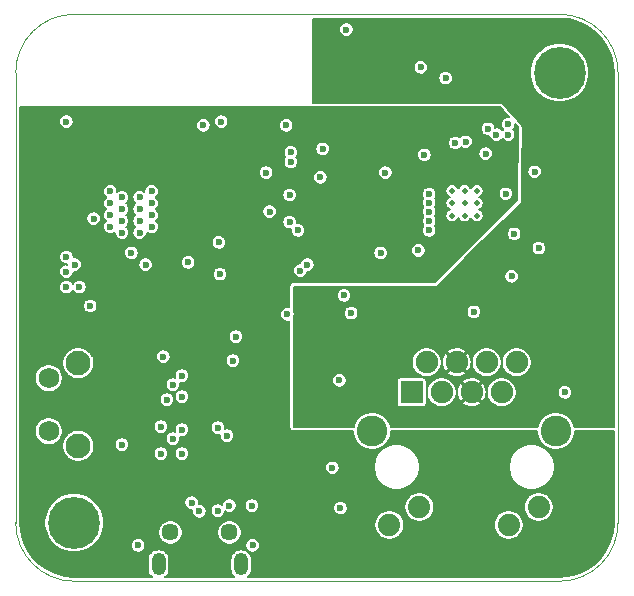
<source format=gbr>
G04 #@! TF.GenerationSoftware,KiCad,Pcbnew,(5.1.7)-1*
G04 #@! TF.CreationDate,2021-04-06T08:53:53-07:00*
G04 #@! TF.ProjectId,EsperDNS,45737065-7244-44e5-932e-6b696361645f,rev?*
G04 #@! TF.SameCoordinates,Original*
G04 #@! TF.FileFunction,Copper,L3,Inr*
G04 #@! TF.FilePolarity,Positive*
%FSLAX46Y46*%
G04 Gerber Fmt 4.6, Leading zero omitted, Abs format (unit mm)*
G04 Created by KiCad (PCBNEW (5.1.7)-1) date 2021-04-06 08:53:53*
%MOMM*%
%LPD*%
G01*
G04 APERTURE LIST*
G04 #@! TA.AperFunction,Profile*
%ADD10C,0.100000*%
G04 #@! TD*
G04 #@! TA.AperFunction,ComponentPad*
%ADD11C,1.450000*%
G04 #@! TD*
G04 #@! TA.AperFunction,ComponentPad*
%ADD12O,1.200000X1.900000*%
G04 #@! TD*
G04 #@! TA.AperFunction,ComponentPad*
%ADD13C,0.500000*%
G04 #@! TD*
G04 #@! TA.AperFunction,ComponentPad*
%ADD14C,2.100000*%
G04 #@! TD*
G04 #@! TA.AperFunction,ComponentPad*
%ADD15C,1.750000*%
G04 #@! TD*
G04 #@! TA.AperFunction,ComponentPad*
%ADD16R,1.900000X1.900000*%
G04 #@! TD*
G04 #@! TA.AperFunction,ComponentPad*
%ADD17C,1.900000*%
G04 #@! TD*
G04 #@! TA.AperFunction,ComponentPad*
%ADD18C,1.890000*%
G04 #@! TD*
G04 #@! TA.AperFunction,ComponentPad*
%ADD19C,2.600000*%
G04 #@! TD*
G04 #@! TA.AperFunction,ComponentPad*
%ADD20C,4.400000*%
G04 #@! TD*
G04 #@! TA.AperFunction,ViaPad*
%ADD21C,0.600000*%
G04 #@! TD*
G04 #@! TA.AperFunction,Conductor*
%ADD22C,0.127000*%
G04 #@! TD*
G04 #@! TA.AperFunction,Conductor*
%ADD23C,0.100000*%
G04 #@! TD*
G04 APERTURE END LIST*
D10*
X-25500000Y-19050000D02*
G75*
G03*
X-20550000Y-24000000I4950000J0D01*
G01*
X20550000Y-24000000D02*
G75*
G03*
X25500000Y-19050000I0J4950000D01*
G01*
X25500000Y19050000D02*
G75*
G03*
X20550000Y24000000I-4950000J0D01*
G01*
X-20550000Y24000000D02*
G75*
G03*
X-25500000Y19050000I0J-4950000D01*
G01*
X25500000Y19050000D02*
X25500000Y-19050000D01*
X-20550000Y24000000D02*
X20550000Y24000000D01*
X-25500000Y19050000D02*
X-25500000Y-19050000D01*
X-20550000Y-24000000D02*
X20550000Y-24000000D01*
D11*
X-12406000Y-19873500D03*
X-7406000Y-19873500D03*
D12*
X-13406000Y-22573500D03*
X-6406000Y-22573500D03*
D13*
X13550000Y6950000D03*
X12500000Y6950000D03*
X11450000Y6950000D03*
X13550000Y8000000D03*
X12500000Y8000000D03*
X11450000Y8000000D03*
X13550000Y9050000D03*
X12500000Y9050000D03*
X11450000Y9050000D03*
D14*
X-20210000Y-5540000D03*
D15*
X-22700000Y-6800000D03*
X-22700000Y-11300000D03*
D14*
X-20210000Y-12550000D03*
D16*
X8020000Y-8000000D03*
D17*
X9290000Y-5460000D03*
X10560000Y-8000000D03*
X11830000Y-5460000D03*
X13100000Y-8000000D03*
X14370000Y-5460000D03*
X15640000Y-8000000D03*
X16910000Y-5460000D03*
D18*
X18790000Y-17720000D03*
X16250000Y-19240000D03*
X8680000Y-17720000D03*
X6140000Y-19240000D03*
D19*
X4690000Y-11290000D03*
X20240000Y-11290000D03*
D20*
X20550000Y19050000D03*
X-20550000Y-19050000D03*
D21*
X-11430000Y-13208000D03*
X-11430000Y-11176000D03*
X-13208000Y-13208000D03*
X-12192000Y-11938000D03*
X-13208000Y-10922000D03*
X-16500000Y5500000D03*
X-17500000Y6000000D03*
X-16500000Y6500000D03*
X-17500000Y7000000D03*
X-15000000Y5500000D03*
X-14000000Y6000000D03*
X-15000000Y6500000D03*
X-14000000Y7000000D03*
X-15000000Y7500000D03*
X-16500000Y7500000D03*
X-17500000Y8000000D03*
X-14000000Y8000000D03*
X-15000000Y8500000D03*
X-16500000Y8500000D03*
X-14000000Y9000000D03*
X-17500000Y9000000D03*
X500000Y12600000D03*
X300000Y10200000D03*
X-1600000Y5700000D03*
X-20100000Y900000D03*
X-20500000Y2800000D03*
X14500000Y14300000D03*
X12600000Y13200000D03*
X-800000Y2800000D03*
X-21200000Y14900000D03*
X-2200000Y11500000D03*
X16200000Y14700000D03*
X2500000Y22700000D03*
X16700000Y5400000D03*
X18440000Y10660000D03*
X13300000Y-1200000D03*
X8600000Y4000000D03*
X10900000Y18600000D03*
X8800000Y19500000D03*
X2000000Y-17800000D03*
X-5500000Y-17600000D03*
X-7400000Y-17600000D03*
X1300000Y-14400000D03*
X-8100000Y14900000D03*
X14300000Y12200000D03*
X1900000Y-7000000D03*
X-19200000Y-700000D03*
X-13000000Y-5000000D03*
X21000000Y-8000000D03*
X-2500000Y-1400000D03*
X2900000Y-1300000D03*
X16500000Y1799994D03*
X18800000Y4200000D03*
X-8382000Y-18034000D03*
X-11430000Y-8382000D03*
X-11430000Y-6604000D03*
X-16510000Y-12446000D03*
X-21200000Y13600000D03*
X900000Y-18500000D03*
X900000Y-19900000D03*
X-3200000Y-20000000D03*
X-3200000Y-18400000D03*
X13300000Y12200000D03*
X-2000000Y9500000D03*
X5700000Y14900000D03*
X-1000000Y-18400000D03*
X-1000000Y-20000000D03*
X-1125000Y-12265000D03*
X-11430000Y-5334000D03*
X-14129000Y-8128000D03*
X-7620000Y-11684000D03*
X-7112000Y-5334000D03*
X-8382000Y-11009000D03*
X-6858000Y-3302000D03*
X-21200000Y3450000D03*
X15200000Y13800000D03*
X-21200000Y2200000D03*
X16200000Y13800000D03*
X-8300000Y4700000D03*
X5400000Y3800000D03*
X5800000Y10600000D03*
X9093750Y12093750D03*
X9500000Y6500000D03*
X-2300000Y6400000D03*
X9500000Y7300000D03*
X-2300000Y8700000D03*
X9500000Y5699994D03*
X-2200000Y12300000D03*
X16000000Y8800000D03*
X-1400000Y2300000D03*
X-8200000Y2000000D03*
X-10900000Y3000000D03*
X-9600000Y14600000D03*
X-2600000Y14600000D03*
X-14500000Y2800000D03*
X-4000000Y7300000D03*
X-15700000Y3800000D03*
X-4300000Y10600000D03*
X-5440000Y-20976000D03*
X-15134000Y-20976000D03*
X9500000Y8777001D03*
X2300000Y200000D03*
X-18900000Y6700000D03*
X-21200000Y900000D03*
X11700000Y13100000D03*
X9500006Y8050000D03*
X16700000Y6400000D03*
X12300000Y-3700000D03*
X17700000Y-1300000D03*
X7500000Y-3800000D03*
X13300000Y-3700000D03*
X11300000Y-3800000D03*
X10900000Y17600000D03*
X6600000Y18600000D03*
X8400000Y200000D03*
X4600000Y-1900000D03*
X20000000Y4200000D03*
X-900000Y-8180000D03*
X-9950000Y-18078000D03*
X-12192000Y-7366000D03*
X-10600000Y-17340000D03*
X-12700000Y-8636000D03*
D22*
X21361231Y23558639D02*
X22146823Y23343726D01*
X22881939Y22993093D01*
X23543347Y22517824D01*
X24110137Y21932940D01*
X24564396Y21256932D01*
X24891765Y20511165D01*
X25082574Y19716385D01*
X25132500Y19036525D01*
X25132501Y-10936500D01*
X21818873Y-10936500D01*
X21795340Y-10818193D01*
X21673410Y-10523827D01*
X21496394Y-10258904D01*
X21271096Y-10033606D01*
X21006173Y-9856590D01*
X20711807Y-9734660D01*
X20399310Y-9672500D01*
X20080690Y-9672500D01*
X19768193Y-9734660D01*
X19473827Y-9856590D01*
X19208904Y-10033606D01*
X18983606Y-10258904D01*
X18806590Y-10523827D01*
X18684660Y-10818193D01*
X18661127Y-10936500D01*
X6268873Y-10936500D01*
X6245340Y-10818193D01*
X6123410Y-10523827D01*
X5946394Y-10258904D01*
X5721096Y-10033606D01*
X5456173Y-9856590D01*
X5161807Y-9734660D01*
X4849310Y-9672500D01*
X4530690Y-9672500D01*
X4218193Y-9734660D01*
X3923827Y-9856590D01*
X3658904Y-10033606D01*
X3433606Y-10258904D01*
X3256590Y-10523827D01*
X3134660Y-10818193D01*
X3111127Y-10936500D01*
X-1936500Y-10936500D01*
X-1936500Y-6939182D01*
X1282500Y-6939182D01*
X1282500Y-7060818D01*
X1306230Y-7180118D01*
X1352778Y-7292496D01*
X1420356Y-7393633D01*
X1506367Y-7479644D01*
X1607504Y-7547222D01*
X1719882Y-7593770D01*
X1839182Y-7617500D01*
X1960818Y-7617500D01*
X2080118Y-7593770D01*
X2192496Y-7547222D01*
X2293633Y-7479644D01*
X2379644Y-7393633D01*
X2447222Y-7292496D01*
X2493770Y-7180118D01*
X2517500Y-7060818D01*
X2517500Y-7050000D01*
X6750964Y-7050000D01*
X6750964Y-8950000D01*
X6757094Y-9012241D01*
X6775249Y-9072090D01*
X6804731Y-9127247D01*
X6844407Y-9175593D01*
X6892753Y-9215269D01*
X6947910Y-9244751D01*
X7007759Y-9262906D01*
X7070000Y-9269036D01*
X8970000Y-9269036D01*
X9032241Y-9262906D01*
X9092090Y-9244751D01*
X9147247Y-9215269D01*
X9195593Y-9175593D01*
X9235269Y-9127247D01*
X9264751Y-9072090D01*
X9282906Y-9012241D01*
X9289036Y-8950000D01*
X9289036Y-7875162D01*
X9292500Y-7875162D01*
X9292500Y-8124838D01*
X9341209Y-8369716D01*
X9436756Y-8600386D01*
X9575468Y-8807984D01*
X9752016Y-8984532D01*
X9959614Y-9123244D01*
X10190284Y-9218791D01*
X10435162Y-9267500D01*
X10684838Y-9267500D01*
X10929716Y-9218791D01*
X11160386Y-9123244D01*
X11367984Y-8984532D01*
X11464341Y-8888175D01*
X12301628Y-8888175D01*
X12403682Y-9066434D01*
X12625112Y-9181787D01*
X12864792Y-9251725D01*
X13113511Y-9273561D01*
X13361710Y-9246454D01*
X13599852Y-9171447D01*
X13796318Y-9066434D01*
X13898372Y-8888175D01*
X13100000Y-8089803D01*
X12301628Y-8888175D01*
X11464341Y-8888175D01*
X11544532Y-8807984D01*
X11683244Y-8600386D01*
X11778791Y-8369716D01*
X11827500Y-8124838D01*
X11827500Y-8023226D01*
X11853546Y-8261710D01*
X11928553Y-8499852D01*
X12033566Y-8696318D01*
X12211825Y-8798372D01*
X13010197Y-8000000D01*
X13189803Y-8000000D01*
X13988175Y-8798372D01*
X14166434Y-8696318D01*
X14281787Y-8474888D01*
X14351725Y-8235208D01*
X14372500Y-7998574D01*
X14372500Y-8124838D01*
X14421209Y-8369716D01*
X14516756Y-8600386D01*
X14655468Y-8807984D01*
X14832016Y-8984532D01*
X15039614Y-9123244D01*
X15270284Y-9218791D01*
X15515162Y-9267500D01*
X15764838Y-9267500D01*
X16009716Y-9218791D01*
X16240386Y-9123244D01*
X16447984Y-8984532D01*
X16624532Y-8807984D01*
X16763244Y-8600386D01*
X16858791Y-8369716D01*
X16907500Y-8124838D01*
X16907500Y-7939182D01*
X20382500Y-7939182D01*
X20382500Y-8060818D01*
X20406230Y-8180118D01*
X20452778Y-8292496D01*
X20520356Y-8393633D01*
X20606367Y-8479644D01*
X20707504Y-8547222D01*
X20819882Y-8593770D01*
X20939182Y-8617500D01*
X21060818Y-8617500D01*
X21180118Y-8593770D01*
X21292496Y-8547222D01*
X21393633Y-8479644D01*
X21479644Y-8393633D01*
X21547222Y-8292496D01*
X21593770Y-8180118D01*
X21617500Y-8060818D01*
X21617500Y-7939182D01*
X21593770Y-7819882D01*
X21547222Y-7707504D01*
X21479644Y-7606367D01*
X21393633Y-7520356D01*
X21292496Y-7452778D01*
X21180118Y-7406230D01*
X21060818Y-7382500D01*
X20939182Y-7382500D01*
X20819882Y-7406230D01*
X20707504Y-7452778D01*
X20606367Y-7520356D01*
X20520356Y-7606367D01*
X20452778Y-7707504D01*
X20406230Y-7819882D01*
X20382500Y-7939182D01*
X16907500Y-7939182D01*
X16907500Y-7875162D01*
X16858791Y-7630284D01*
X16763244Y-7399614D01*
X16624532Y-7192016D01*
X16447984Y-7015468D01*
X16240386Y-6876756D01*
X16009716Y-6781209D01*
X15764838Y-6732500D01*
X15515162Y-6732500D01*
X15270284Y-6781209D01*
X15039614Y-6876756D01*
X14832016Y-7015468D01*
X14655468Y-7192016D01*
X14516756Y-7399614D01*
X14421209Y-7630284D01*
X14372500Y-7875162D01*
X14372500Y-7976774D01*
X14346454Y-7738290D01*
X14271447Y-7500148D01*
X14166434Y-7303682D01*
X13988175Y-7201628D01*
X13189803Y-8000000D01*
X13010197Y-8000000D01*
X12211825Y-7201628D01*
X12033566Y-7303682D01*
X11918213Y-7525112D01*
X11848275Y-7764792D01*
X11827500Y-8001426D01*
X11827500Y-7875162D01*
X11778791Y-7630284D01*
X11683244Y-7399614D01*
X11544532Y-7192016D01*
X11464341Y-7111825D01*
X12301628Y-7111825D01*
X13100000Y-7910197D01*
X13898372Y-7111825D01*
X13796318Y-6933566D01*
X13574888Y-6818213D01*
X13335208Y-6748275D01*
X13086489Y-6726439D01*
X12838290Y-6753546D01*
X12600148Y-6828553D01*
X12403682Y-6933566D01*
X12301628Y-7111825D01*
X11464341Y-7111825D01*
X11367984Y-7015468D01*
X11160386Y-6876756D01*
X10929716Y-6781209D01*
X10684838Y-6732500D01*
X10435162Y-6732500D01*
X10190284Y-6781209D01*
X9959614Y-6876756D01*
X9752016Y-7015468D01*
X9575468Y-7192016D01*
X9436756Y-7399614D01*
X9341209Y-7630284D01*
X9292500Y-7875162D01*
X9289036Y-7875162D01*
X9289036Y-7050000D01*
X9282906Y-6987759D01*
X9264751Y-6927910D01*
X9235269Y-6872753D01*
X9195593Y-6824407D01*
X9147247Y-6784731D01*
X9092090Y-6755249D01*
X9032241Y-6737094D01*
X8970000Y-6730964D01*
X7070000Y-6730964D01*
X7007759Y-6737094D01*
X6947910Y-6755249D01*
X6892753Y-6784731D01*
X6844407Y-6824407D01*
X6804731Y-6872753D01*
X6775249Y-6927910D01*
X6757094Y-6987759D01*
X6750964Y-7050000D01*
X2517500Y-7050000D01*
X2517500Y-6939182D01*
X2493770Y-6819882D01*
X2447222Y-6707504D01*
X2379644Y-6606367D01*
X2293633Y-6520356D01*
X2192496Y-6452778D01*
X2080118Y-6406230D01*
X1960818Y-6382500D01*
X1839182Y-6382500D01*
X1719882Y-6406230D01*
X1607504Y-6452778D01*
X1506367Y-6520356D01*
X1420356Y-6606367D01*
X1352778Y-6707504D01*
X1306230Y-6819882D01*
X1282500Y-6939182D01*
X-1936500Y-6939182D01*
X-1936500Y-5335162D01*
X8022500Y-5335162D01*
X8022500Y-5584838D01*
X8071209Y-5829716D01*
X8166756Y-6060386D01*
X8305468Y-6267984D01*
X8482016Y-6444532D01*
X8689614Y-6583244D01*
X8920284Y-6678791D01*
X9165162Y-6727500D01*
X9414838Y-6727500D01*
X9659716Y-6678791D01*
X9890386Y-6583244D01*
X10097984Y-6444532D01*
X10194341Y-6348175D01*
X11031628Y-6348175D01*
X11133682Y-6526434D01*
X11355112Y-6641787D01*
X11594792Y-6711725D01*
X11843511Y-6733561D01*
X12091710Y-6706454D01*
X12329852Y-6631447D01*
X12526318Y-6526434D01*
X12628372Y-6348175D01*
X11830000Y-5549803D01*
X11031628Y-6348175D01*
X10194341Y-6348175D01*
X10274532Y-6267984D01*
X10413244Y-6060386D01*
X10508791Y-5829716D01*
X10557500Y-5584838D01*
X10557500Y-5483226D01*
X10583546Y-5721710D01*
X10658553Y-5959852D01*
X10763566Y-6156318D01*
X10941825Y-6258372D01*
X11740197Y-5460000D01*
X11919803Y-5460000D01*
X12718175Y-6258372D01*
X12896434Y-6156318D01*
X13011787Y-5934888D01*
X13081725Y-5695208D01*
X13102500Y-5458574D01*
X13102500Y-5584838D01*
X13151209Y-5829716D01*
X13246756Y-6060386D01*
X13385468Y-6267984D01*
X13562016Y-6444532D01*
X13769614Y-6583244D01*
X14000284Y-6678791D01*
X14245162Y-6727500D01*
X14494838Y-6727500D01*
X14739716Y-6678791D01*
X14970386Y-6583244D01*
X15177984Y-6444532D01*
X15354532Y-6267984D01*
X15493244Y-6060386D01*
X15588791Y-5829716D01*
X15637500Y-5584838D01*
X15637500Y-5335162D01*
X15642500Y-5335162D01*
X15642500Y-5584838D01*
X15691209Y-5829716D01*
X15786756Y-6060386D01*
X15925468Y-6267984D01*
X16102016Y-6444532D01*
X16309614Y-6583244D01*
X16540284Y-6678791D01*
X16785162Y-6727500D01*
X17034838Y-6727500D01*
X17279716Y-6678791D01*
X17510386Y-6583244D01*
X17717984Y-6444532D01*
X17894532Y-6267984D01*
X18033244Y-6060386D01*
X18128791Y-5829716D01*
X18177500Y-5584838D01*
X18177500Y-5335162D01*
X18128791Y-5090284D01*
X18033244Y-4859614D01*
X17894532Y-4652016D01*
X17717984Y-4475468D01*
X17510386Y-4336756D01*
X17279716Y-4241209D01*
X17034838Y-4192500D01*
X16785162Y-4192500D01*
X16540284Y-4241209D01*
X16309614Y-4336756D01*
X16102016Y-4475468D01*
X15925468Y-4652016D01*
X15786756Y-4859614D01*
X15691209Y-5090284D01*
X15642500Y-5335162D01*
X15637500Y-5335162D01*
X15588791Y-5090284D01*
X15493244Y-4859614D01*
X15354532Y-4652016D01*
X15177984Y-4475468D01*
X14970386Y-4336756D01*
X14739716Y-4241209D01*
X14494838Y-4192500D01*
X14245162Y-4192500D01*
X14000284Y-4241209D01*
X13769614Y-4336756D01*
X13562016Y-4475468D01*
X13385468Y-4652016D01*
X13246756Y-4859614D01*
X13151209Y-5090284D01*
X13102500Y-5335162D01*
X13102500Y-5436774D01*
X13076454Y-5198290D01*
X13001447Y-4960148D01*
X12896434Y-4763682D01*
X12718175Y-4661628D01*
X11919803Y-5460000D01*
X11740197Y-5460000D01*
X10941825Y-4661628D01*
X10763566Y-4763682D01*
X10648213Y-4985112D01*
X10578275Y-5224792D01*
X10557500Y-5461426D01*
X10557500Y-5335162D01*
X10508791Y-5090284D01*
X10413244Y-4859614D01*
X10274532Y-4652016D01*
X10194341Y-4571825D01*
X11031628Y-4571825D01*
X11830000Y-5370197D01*
X12628372Y-4571825D01*
X12526318Y-4393566D01*
X12304888Y-4278213D01*
X12065208Y-4208275D01*
X11816489Y-4186439D01*
X11568290Y-4213546D01*
X11330148Y-4288553D01*
X11133682Y-4393566D01*
X11031628Y-4571825D01*
X10194341Y-4571825D01*
X10097984Y-4475468D01*
X9890386Y-4336756D01*
X9659716Y-4241209D01*
X9414838Y-4192500D01*
X9165162Y-4192500D01*
X8920284Y-4241209D01*
X8689614Y-4336756D01*
X8482016Y-4475468D01*
X8305468Y-4652016D01*
X8166756Y-4859614D01*
X8071209Y-5090284D01*
X8022500Y-5335162D01*
X-1936500Y-5335162D01*
X-1936500Y-1653197D01*
X-1906230Y-1580118D01*
X-1882500Y-1460818D01*
X-1882500Y-1339182D01*
X-1902391Y-1239182D01*
X2282500Y-1239182D01*
X2282500Y-1360818D01*
X2306230Y-1480118D01*
X2352778Y-1592496D01*
X2420356Y-1693633D01*
X2506367Y-1779644D01*
X2607504Y-1847222D01*
X2719882Y-1893770D01*
X2839182Y-1917500D01*
X2960818Y-1917500D01*
X3080118Y-1893770D01*
X3192496Y-1847222D01*
X3293633Y-1779644D01*
X3379644Y-1693633D01*
X3447222Y-1592496D01*
X3493770Y-1480118D01*
X3517500Y-1360818D01*
X3517500Y-1239182D01*
X3497609Y-1139182D01*
X12682500Y-1139182D01*
X12682500Y-1260818D01*
X12706230Y-1380118D01*
X12752778Y-1492496D01*
X12820356Y-1593633D01*
X12906367Y-1679644D01*
X13007504Y-1747222D01*
X13119882Y-1793770D01*
X13239182Y-1817500D01*
X13360818Y-1817500D01*
X13480118Y-1793770D01*
X13592496Y-1747222D01*
X13693633Y-1679644D01*
X13779644Y-1593633D01*
X13847222Y-1492496D01*
X13893770Y-1380118D01*
X13917500Y-1260818D01*
X13917500Y-1139182D01*
X13893770Y-1019882D01*
X13847222Y-907504D01*
X13779644Y-806367D01*
X13693633Y-720356D01*
X13592496Y-652778D01*
X13480118Y-606230D01*
X13360818Y-582500D01*
X13239182Y-582500D01*
X13119882Y-606230D01*
X13007504Y-652778D01*
X12906367Y-720356D01*
X12820356Y-806367D01*
X12752778Y-907504D01*
X12706230Y-1019882D01*
X12682500Y-1139182D01*
X3497609Y-1139182D01*
X3493770Y-1119882D01*
X3447222Y-1007504D01*
X3379644Y-906367D01*
X3293633Y-820356D01*
X3192496Y-752778D01*
X3080118Y-706230D01*
X2960818Y-682500D01*
X2839182Y-682500D01*
X2719882Y-706230D01*
X2607504Y-752778D01*
X2506367Y-820356D01*
X2420356Y-906367D01*
X2352778Y-1007504D01*
X2306230Y-1119882D01*
X2282500Y-1239182D01*
X-1902391Y-1239182D01*
X-1906230Y-1219882D01*
X-1936500Y-1146803D01*
X-1936500Y260818D01*
X1682500Y260818D01*
X1682500Y139182D01*
X1706230Y19882D01*
X1752778Y-92496D01*
X1820356Y-193633D01*
X1906367Y-279644D01*
X2007504Y-347222D01*
X2119882Y-393770D01*
X2239182Y-417500D01*
X2360818Y-417500D01*
X2480118Y-393770D01*
X2592496Y-347222D01*
X2693633Y-279644D01*
X2779644Y-193633D01*
X2847222Y-92496D01*
X2893770Y19882D01*
X2917500Y139182D01*
X2917500Y260818D01*
X2893770Y380118D01*
X2847222Y492496D01*
X2779644Y593633D01*
X2693633Y679644D01*
X2592496Y747222D01*
X2480118Y793770D01*
X2360818Y817500D01*
X2239182Y817500D01*
X2119882Y793770D01*
X2007504Y747222D01*
X1906367Y679644D01*
X1820356Y593633D01*
X1752778Y492496D01*
X1706230Y380118D01*
X1682500Y260818D01*
X-1936500Y260818D01*
X-1936500Y936433D01*
X10112626Y923673D01*
X10125015Y924880D01*
X10136931Y928481D01*
X10147916Y934337D01*
X10157360Y942038D01*
X11085754Y1860812D01*
X15882500Y1860812D01*
X15882500Y1739176D01*
X15906230Y1619876D01*
X15952778Y1507498D01*
X16020356Y1406361D01*
X16106367Y1320350D01*
X16207504Y1252772D01*
X16319882Y1206224D01*
X16439182Y1182494D01*
X16560818Y1182494D01*
X16680118Y1206224D01*
X16792496Y1252772D01*
X16893633Y1320350D01*
X16979644Y1406361D01*
X17047222Y1507498D01*
X17093770Y1619876D01*
X17117500Y1739176D01*
X17117500Y1860812D01*
X17093770Y1980112D01*
X17047222Y2092490D01*
X16979644Y2193627D01*
X16893633Y2279638D01*
X16792496Y2347216D01*
X16680118Y2393764D01*
X16560818Y2417494D01*
X16439182Y2417494D01*
X16319882Y2393764D01*
X16207504Y2347216D01*
X16106367Y2279638D01*
X16020356Y2193627D01*
X15952778Y2092490D01*
X15906230Y1980112D01*
X15882500Y1860812D01*
X11085754Y1860812D01*
X13510890Y4260818D01*
X18182500Y4260818D01*
X18182500Y4139182D01*
X18206230Y4019882D01*
X18252778Y3907504D01*
X18320356Y3806367D01*
X18406367Y3720356D01*
X18507504Y3652778D01*
X18619882Y3606230D01*
X18739182Y3582500D01*
X18860818Y3582500D01*
X18980118Y3606230D01*
X19092496Y3652778D01*
X19193633Y3720356D01*
X19279644Y3806367D01*
X19347222Y3907504D01*
X19393770Y4019882D01*
X19417500Y4139182D01*
X19417500Y4260818D01*
X19393770Y4380118D01*
X19347222Y4492496D01*
X19279644Y4593633D01*
X19193633Y4679644D01*
X19092496Y4747222D01*
X18980118Y4793770D01*
X18860818Y4817500D01*
X18739182Y4817500D01*
X18619882Y4793770D01*
X18507504Y4747222D01*
X18406367Y4679644D01*
X18320356Y4593633D01*
X18252778Y4492496D01*
X18206230Y4380118D01*
X18182500Y4260818D01*
X13510890Y4260818D01*
X14723456Y5460818D01*
X16082500Y5460818D01*
X16082500Y5339182D01*
X16106230Y5219882D01*
X16152778Y5107504D01*
X16220356Y5006367D01*
X16306367Y4920356D01*
X16407504Y4852778D01*
X16519882Y4806230D01*
X16639182Y4782500D01*
X16760818Y4782500D01*
X16880118Y4806230D01*
X16992496Y4852778D01*
X17093633Y4920356D01*
X17179644Y5006367D01*
X17247222Y5107504D01*
X17293770Y5219882D01*
X17317500Y5339182D01*
X17317500Y5460818D01*
X17293770Y5580118D01*
X17247222Y5692496D01*
X17179644Y5793633D01*
X17093633Y5879644D01*
X16992496Y5947222D01*
X16880118Y5993770D01*
X16760818Y6017500D01*
X16639182Y6017500D01*
X16519882Y5993770D01*
X16407504Y5947222D01*
X16306367Y5879644D01*
X16220356Y5793633D01*
X16152778Y5692496D01*
X16106230Y5580118D01*
X16082500Y5460818D01*
X14723456Y5460818D01*
X17344667Y8054865D01*
X17352614Y8064447D01*
X17358539Y8075394D01*
X17362214Y8087288D01*
X17363498Y8099508D01*
X17383818Y10720818D01*
X17822500Y10720818D01*
X17822500Y10599182D01*
X17846230Y10479882D01*
X17892778Y10367504D01*
X17960356Y10266367D01*
X18046367Y10180356D01*
X18147504Y10112778D01*
X18259882Y10066230D01*
X18379182Y10042500D01*
X18500818Y10042500D01*
X18620118Y10066230D01*
X18732496Y10112778D01*
X18833633Y10180356D01*
X18919644Y10266367D01*
X18987222Y10367504D01*
X19033770Y10479882D01*
X19057500Y10599182D01*
X19057500Y10720818D01*
X19033770Y10840118D01*
X18987222Y10952496D01*
X18919644Y11053633D01*
X18833633Y11139644D01*
X18732496Y11207222D01*
X18620118Y11253770D01*
X18500818Y11277500D01*
X18379182Y11277500D01*
X18259882Y11253770D01*
X18147504Y11207222D01*
X18046367Y11139644D01*
X17960356Y11053633D01*
X17892778Y10952496D01*
X17846230Y10840118D01*
X17822500Y10720818D01*
X17383818Y10720818D01*
X17413498Y14549508D01*
X17412374Y14561905D01*
X17408853Y14573845D01*
X17403070Y14584868D01*
X17397323Y14592341D01*
X15697323Y16492341D01*
X15688153Y16500760D01*
X15677517Y16507228D01*
X15665824Y16511497D01*
X15650000Y16513500D01*
X-336500Y16513500D01*
X-336500Y18660818D01*
X10282500Y18660818D01*
X10282500Y18539182D01*
X10306230Y18419882D01*
X10352778Y18307504D01*
X10420356Y18206367D01*
X10506367Y18120356D01*
X10607504Y18052778D01*
X10719882Y18006230D01*
X10839182Y17982500D01*
X10960818Y17982500D01*
X11080118Y18006230D01*
X11192496Y18052778D01*
X11293633Y18120356D01*
X11379644Y18206367D01*
X11447222Y18307504D01*
X11493770Y18419882D01*
X11517500Y18539182D01*
X11517500Y18660818D01*
X11493770Y18780118D01*
X11447222Y18892496D01*
X11379644Y18993633D01*
X11293633Y19079644D01*
X11192496Y19147222D01*
X11080118Y19193770D01*
X10960818Y19217500D01*
X10839182Y19217500D01*
X10719882Y19193770D01*
X10607504Y19147222D01*
X10506367Y19079644D01*
X10420356Y18993633D01*
X10352778Y18892496D01*
X10306230Y18780118D01*
X10282500Y18660818D01*
X-336500Y18660818D01*
X-336500Y19560818D01*
X8182500Y19560818D01*
X8182500Y19439182D01*
X8206230Y19319882D01*
X8252778Y19207504D01*
X8320356Y19106367D01*
X8406367Y19020356D01*
X8507504Y18952778D01*
X8619882Y18906230D01*
X8739182Y18882500D01*
X8860818Y18882500D01*
X8980118Y18906230D01*
X9092496Y18952778D01*
X9193633Y19020356D01*
X9279644Y19106367D01*
X9347222Y19207504D01*
X9384686Y19297952D01*
X18032500Y19297952D01*
X18032500Y18802048D01*
X18129246Y18315672D01*
X18319021Y17857517D01*
X18594530Y17445187D01*
X18945187Y17094530D01*
X19357517Y16819021D01*
X19815672Y16629246D01*
X20302048Y16532500D01*
X20797952Y16532500D01*
X21284328Y16629246D01*
X21742483Y16819021D01*
X22154813Y17094530D01*
X22505470Y17445187D01*
X22780979Y17857517D01*
X22970754Y18315672D01*
X23067500Y18802048D01*
X23067500Y19297952D01*
X22970754Y19784328D01*
X22780979Y20242483D01*
X22505470Y20654813D01*
X22154813Y21005470D01*
X21742483Y21280979D01*
X21284328Y21470754D01*
X20797952Y21567500D01*
X20302048Y21567500D01*
X19815672Y21470754D01*
X19357517Y21280979D01*
X18945187Y21005470D01*
X18594530Y20654813D01*
X18319021Y20242483D01*
X18129246Y19784328D01*
X18032500Y19297952D01*
X9384686Y19297952D01*
X9393770Y19319882D01*
X9417500Y19439182D01*
X9417500Y19560818D01*
X9393770Y19680118D01*
X9347222Y19792496D01*
X9279644Y19893633D01*
X9193633Y19979644D01*
X9092496Y20047222D01*
X8980118Y20093770D01*
X8860818Y20117500D01*
X8739182Y20117500D01*
X8619882Y20093770D01*
X8507504Y20047222D01*
X8406367Y19979644D01*
X8320356Y19893633D01*
X8252778Y19792496D01*
X8206230Y19680118D01*
X8182500Y19560818D01*
X-336500Y19560818D01*
X-336500Y22760818D01*
X1882500Y22760818D01*
X1882500Y22639182D01*
X1906230Y22519882D01*
X1952778Y22407504D01*
X2020356Y22306367D01*
X2106367Y22220356D01*
X2207504Y22152778D01*
X2319882Y22106230D01*
X2439182Y22082500D01*
X2560818Y22082500D01*
X2680118Y22106230D01*
X2792496Y22152778D01*
X2893633Y22220356D01*
X2979644Y22306367D01*
X3047222Y22407504D01*
X3093770Y22519882D01*
X3117500Y22639182D01*
X3117500Y22760818D01*
X3093770Y22880118D01*
X3047222Y22992496D01*
X2979644Y23093633D01*
X2893633Y23179644D01*
X2792496Y23247222D01*
X2680118Y23293770D01*
X2560818Y23317500D01*
X2439182Y23317500D01*
X2319882Y23293770D01*
X2207504Y23247222D01*
X2106367Y23179644D01*
X2020356Y23093633D01*
X1952778Y22992496D01*
X1906230Y22880118D01*
X1882500Y22760818D01*
X-336500Y22760818D01*
X-336500Y23632500D01*
X20533634Y23632500D01*
X21361231Y23558639D01*
G04 #@! TA.AperFunction,Conductor*
D23*
G36*
X21361231Y23558639D02*
G01*
X22146823Y23343726D01*
X22881939Y22993093D01*
X23543347Y22517824D01*
X24110137Y21932940D01*
X24564396Y21256932D01*
X24891765Y20511165D01*
X25082574Y19716385D01*
X25132500Y19036525D01*
X25132501Y-10936500D01*
X21818873Y-10936500D01*
X21795340Y-10818193D01*
X21673410Y-10523827D01*
X21496394Y-10258904D01*
X21271096Y-10033606D01*
X21006173Y-9856590D01*
X20711807Y-9734660D01*
X20399310Y-9672500D01*
X20080690Y-9672500D01*
X19768193Y-9734660D01*
X19473827Y-9856590D01*
X19208904Y-10033606D01*
X18983606Y-10258904D01*
X18806590Y-10523827D01*
X18684660Y-10818193D01*
X18661127Y-10936500D01*
X6268873Y-10936500D01*
X6245340Y-10818193D01*
X6123410Y-10523827D01*
X5946394Y-10258904D01*
X5721096Y-10033606D01*
X5456173Y-9856590D01*
X5161807Y-9734660D01*
X4849310Y-9672500D01*
X4530690Y-9672500D01*
X4218193Y-9734660D01*
X3923827Y-9856590D01*
X3658904Y-10033606D01*
X3433606Y-10258904D01*
X3256590Y-10523827D01*
X3134660Y-10818193D01*
X3111127Y-10936500D01*
X-1936500Y-10936500D01*
X-1936500Y-6939182D01*
X1282500Y-6939182D01*
X1282500Y-7060818D01*
X1306230Y-7180118D01*
X1352778Y-7292496D01*
X1420356Y-7393633D01*
X1506367Y-7479644D01*
X1607504Y-7547222D01*
X1719882Y-7593770D01*
X1839182Y-7617500D01*
X1960818Y-7617500D01*
X2080118Y-7593770D01*
X2192496Y-7547222D01*
X2293633Y-7479644D01*
X2379644Y-7393633D01*
X2447222Y-7292496D01*
X2493770Y-7180118D01*
X2517500Y-7060818D01*
X2517500Y-7050000D01*
X6750964Y-7050000D01*
X6750964Y-8950000D01*
X6757094Y-9012241D01*
X6775249Y-9072090D01*
X6804731Y-9127247D01*
X6844407Y-9175593D01*
X6892753Y-9215269D01*
X6947910Y-9244751D01*
X7007759Y-9262906D01*
X7070000Y-9269036D01*
X8970000Y-9269036D01*
X9032241Y-9262906D01*
X9092090Y-9244751D01*
X9147247Y-9215269D01*
X9195593Y-9175593D01*
X9235269Y-9127247D01*
X9264751Y-9072090D01*
X9282906Y-9012241D01*
X9289036Y-8950000D01*
X9289036Y-7875162D01*
X9292500Y-7875162D01*
X9292500Y-8124838D01*
X9341209Y-8369716D01*
X9436756Y-8600386D01*
X9575468Y-8807984D01*
X9752016Y-8984532D01*
X9959614Y-9123244D01*
X10190284Y-9218791D01*
X10435162Y-9267500D01*
X10684838Y-9267500D01*
X10929716Y-9218791D01*
X11160386Y-9123244D01*
X11367984Y-8984532D01*
X11464341Y-8888175D01*
X12301628Y-8888175D01*
X12403682Y-9066434D01*
X12625112Y-9181787D01*
X12864792Y-9251725D01*
X13113511Y-9273561D01*
X13361710Y-9246454D01*
X13599852Y-9171447D01*
X13796318Y-9066434D01*
X13898372Y-8888175D01*
X13100000Y-8089803D01*
X12301628Y-8888175D01*
X11464341Y-8888175D01*
X11544532Y-8807984D01*
X11683244Y-8600386D01*
X11778791Y-8369716D01*
X11827500Y-8124838D01*
X11827500Y-8023226D01*
X11853546Y-8261710D01*
X11928553Y-8499852D01*
X12033566Y-8696318D01*
X12211825Y-8798372D01*
X13010197Y-8000000D01*
X13189803Y-8000000D01*
X13988175Y-8798372D01*
X14166434Y-8696318D01*
X14281787Y-8474888D01*
X14351725Y-8235208D01*
X14372500Y-7998574D01*
X14372500Y-8124838D01*
X14421209Y-8369716D01*
X14516756Y-8600386D01*
X14655468Y-8807984D01*
X14832016Y-8984532D01*
X15039614Y-9123244D01*
X15270284Y-9218791D01*
X15515162Y-9267500D01*
X15764838Y-9267500D01*
X16009716Y-9218791D01*
X16240386Y-9123244D01*
X16447984Y-8984532D01*
X16624532Y-8807984D01*
X16763244Y-8600386D01*
X16858791Y-8369716D01*
X16907500Y-8124838D01*
X16907500Y-7939182D01*
X20382500Y-7939182D01*
X20382500Y-8060818D01*
X20406230Y-8180118D01*
X20452778Y-8292496D01*
X20520356Y-8393633D01*
X20606367Y-8479644D01*
X20707504Y-8547222D01*
X20819882Y-8593770D01*
X20939182Y-8617500D01*
X21060818Y-8617500D01*
X21180118Y-8593770D01*
X21292496Y-8547222D01*
X21393633Y-8479644D01*
X21479644Y-8393633D01*
X21547222Y-8292496D01*
X21593770Y-8180118D01*
X21617500Y-8060818D01*
X21617500Y-7939182D01*
X21593770Y-7819882D01*
X21547222Y-7707504D01*
X21479644Y-7606367D01*
X21393633Y-7520356D01*
X21292496Y-7452778D01*
X21180118Y-7406230D01*
X21060818Y-7382500D01*
X20939182Y-7382500D01*
X20819882Y-7406230D01*
X20707504Y-7452778D01*
X20606367Y-7520356D01*
X20520356Y-7606367D01*
X20452778Y-7707504D01*
X20406230Y-7819882D01*
X20382500Y-7939182D01*
X16907500Y-7939182D01*
X16907500Y-7875162D01*
X16858791Y-7630284D01*
X16763244Y-7399614D01*
X16624532Y-7192016D01*
X16447984Y-7015468D01*
X16240386Y-6876756D01*
X16009716Y-6781209D01*
X15764838Y-6732500D01*
X15515162Y-6732500D01*
X15270284Y-6781209D01*
X15039614Y-6876756D01*
X14832016Y-7015468D01*
X14655468Y-7192016D01*
X14516756Y-7399614D01*
X14421209Y-7630284D01*
X14372500Y-7875162D01*
X14372500Y-7976774D01*
X14346454Y-7738290D01*
X14271447Y-7500148D01*
X14166434Y-7303682D01*
X13988175Y-7201628D01*
X13189803Y-8000000D01*
X13010197Y-8000000D01*
X12211825Y-7201628D01*
X12033566Y-7303682D01*
X11918213Y-7525112D01*
X11848275Y-7764792D01*
X11827500Y-8001426D01*
X11827500Y-7875162D01*
X11778791Y-7630284D01*
X11683244Y-7399614D01*
X11544532Y-7192016D01*
X11464341Y-7111825D01*
X12301628Y-7111825D01*
X13100000Y-7910197D01*
X13898372Y-7111825D01*
X13796318Y-6933566D01*
X13574888Y-6818213D01*
X13335208Y-6748275D01*
X13086489Y-6726439D01*
X12838290Y-6753546D01*
X12600148Y-6828553D01*
X12403682Y-6933566D01*
X12301628Y-7111825D01*
X11464341Y-7111825D01*
X11367984Y-7015468D01*
X11160386Y-6876756D01*
X10929716Y-6781209D01*
X10684838Y-6732500D01*
X10435162Y-6732500D01*
X10190284Y-6781209D01*
X9959614Y-6876756D01*
X9752016Y-7015468D01*
X9575468Y-7192016D01*
X9436756Y-7399614D01*
X9341209Y-7630284D01*
X9292500Y-7875162D01*
X9289036Y-7875162D01*
X9289036Y-7050000D01*
X9282906Y-6987759D01*
X9264751Y-6927910D01*
X9235269Y-6872753D01*
X9195593Y-6824407D01*
X9147247Y-6784731D01*
X9092090Y-6755249D01*
X9032241Y-6737094D01*
X8970000Y-6730964D01*
X7070000Y-6730964D01*
X7007759Y-6737094D01*
X6947910Y-6755249D01*
X6892753Y-6784731D01*
X6844407Y-6824407D01*
X6804731Y-6872753D01*
X6775249Y-6927910D01*
X6757094Y-6987759D01*
X6750964Y-7050000D01*
X2517500Y-7050000D01*
X2517500Y-6939182D01*
X2493770Y-6819882D01*
X2447222Y-6707504D01*
X2379644Y-6606367D01*
X2293633Y-6520356D01*
X2192496Y-6452778D01*
X2080118Y-6406230D01*
X1960818Y-6382500D01*
X1839182Y-6382500D01*
X1719882Y-6406230D01*
X1607504Y-6452778D01*
X1506367Y-6520356D01*
X1420356Y-6606367D01*
X1352778Y-6707504D01*
X1306230Y-6819882D01*
X1282500Y-6939182D01*
X-1936500Y-6939182D01*
X-1936500Y-5335162D01*
X8022500Y-5335162D01*
X8022500Y-5584838D01*
X8071209Y-5829716D01*
X8166756Y-6060386D01*
X8305468Y-6267984D01*
X8482016Y-6444532D01*
X8689614Y-6583244D01*
X8920284Y-6678791D01*
X9165162Y-6727500D01*
X9414838Y-6727500D01*
X9659716Y-6678791D01*
X9890386Y-6583244D01*
X10097984Y-6444532D01*
X10194341Y-6348175D01*
X11031628Y-6348175D01*
X11133682Y-6526434D01*
X11355112Y-6641787D01*
X11594792Y-6711725D01*
X11843511Y-6733561D01*
X12091710Y-6706454D01*
X12329852Y-6631447D01*
X12526318Y-6526434D01*
X12628372Y-6348175D01*
X11830000Y-5549803D01*
X11031628Y-6348175D01*
X10194341Y-6348175D01*
X10274532Y-6267984D01*
X10413244Y-6060386D01*
X10508791Y-5829716D01*
X10557500Y-5584838D01*
X10557500Y-5483226D01*
X10583546Y-5721710D01*
X10658553Y-5959852D01*
X10763566Y-6156318D01*
X10941825Y-6258372D01*
X11740197Y-5460000D01*
X11919803Y-5460000D01*
X12718175Y-6258372D01*
X12896434Y-6156318D01*
X13011787Y-5934888D01*
X13081725Y-5695208D01*
X13102500Y-5458574D01*
X13102500Y-5584838D01*
X13151209Y-5829716D01*
X13246756Y-6060386D01*
X13385468Y-6267984D01*
X13562016Y-6444532D01*
X13769614Y-6583244D01*
X14000284Y-6678791D01*
X14245162Y-6727500D01*
X14494838Y-6727500D01*
X14739716Y-6678791D01*
X14970386Y-6583244D01*
X15177984Y-6444532D01*
X15354532Y-6267984D01*
X15493244Y-6060386D01*
X15588791Y-5829716D01*
X15637500Y-5584838D01*
X15637500Y-5335162D01*
X15642500Y-5335162D01*
X15642500Y-5584838D01*
X15691209Y-5829716D01*
X15786756Y-6060386D01*
X15925468Y-6267984D01*
X16102016Y-6444532D01*
X16309614Y-6583244D01*
X16540284Y-6678791D01*
X16785162Y-6727500D01*
X17034838Y-6727500D01*
X17279716Y-6678791D01*
X17510386Y-6583244D01*
X17717984Y-6444532D01*
X17894532Y-6267984D01*
X18033244Y-6060386D01*
X18128791Y-5829716D01*
X18177500Y-5584838D01*
X18177500Y-5335162D01*
X18128791Y-5090284D01*
X18033244Y-4859614D01*
X17894532Y-4652016D01*
X17717984Y-4475468D01*
X17510386Y-4336756D01*
X17279716Y-4241209D01*
X17034838Y-4192500D01*
X16785162Y-4192500D01*
X16540284Y-4241209D01*
X16309614Y-4336756D01*
X16102016Y-4475468D01*
X15925468Y-4652016D01*
X15786756Y-4859614D01*
X15691209Y-5090284D01*
X15642500Y-5335162D01*
X15637500Y-5335162D01*
X15588791Y-5090284D01*
X15493244Y-4859614D01*
X15354532Y-4652016D01*
X15177984Y-4475468D01*
X14970386Y-4336756D01*
X14739716Y-4241209D01*
X14494838Y-4192500D01*
X14245162Y-4192500D01*
X14000284Y-4241209D01*
X13769614Y-4336756D01*
X13562016Y-4475468D01*
X13385468Y-4652016D01*
X13246756Y-4859614D01*
X13151209Y-5090284D01*
X13102500Y-5335162D01*
X13102500Y-5436774D01*
X13076454Y-5198290D01*
X13001447Y-4960148D01*
X12896434Y-4763682D01*
X12718175Y-4661628D01*
X11919803Y-5460000D01*
X11740197Y-5460000D01*
X10941825Y-4661628D01*
X10763566Y-4763682D01*
X10648213Y-4985112D01*
X10578275Y-5224792D01*
X10557500Y-5461426D01*
X10557500Y-5335162D01*
X10508791Y-5090284D01*
X10413244Y-4859614D01*
X10274532Y-4652016D01*
X10194341Y-4571825D01*
X11031628Y-4571825D01*
X11830000Y-5370197D01*
X12628372Y-4571825D01*
X12526318Y-4393566D01*
X12304888Y-4278213D01*
X12065208Y-4208275D01*
X11816489Y-4186439D01*
X11568290Y-4213546D01*
X11330148Y-4288553D01*
X11133682Y-4393566D01*
X11031628Y-4571825D01*
X10194341Y-4571825D01*
X10097984Y-4475468D01*
X9890386Y-4336756D01*
X9659716Y-4241209D01*
X9414838Y-4192500D01*
X9165162Y-4192500D01*
X8920284Y-4241209D01*
X8689614Y-4336756D01*
X8482016Y-4475468D01*
X8305468Y-4652016D01*
X8166756Y-4859614D01*
X8071209Y-5090284D01*
X8022500Y-5335162D01*
X-1936500Y-5335162D01*
X-1936500Y-1653197D01*
X-1906230Y-1580118D01*
X-1882500Y-1460818D01*
X-1882500Y-1339182D01*
X-1902391Y-1239182D01*
X2282500Y-1239182D01*
X2282500Y-1360818D01*
X2306230Y-1480118D01*
X2352778Y-1592496D01*
X2420356Y-1693633D01*
X2506367Y-1779644D01*
X2607504Y-1847222D01*
X2719882Y-1893770D01*
X2839182Y-1917500D01*
X2960818Y-1917500D01*
X3080118Y-1893770D01*
X3192496Y-1847222D01*
X3293633Y-1779644D01*
X3379644Y-1693633D01*
X3447222Y-1592496D01*
X3493770Y-1480118D01*
X3517500Y-1360818D01*
X3517500Y-1239182D01*
X3497609Y-1139182D01*
X12682500Y-1139182D01*
X12682500Y-1260818D01*
X12706230Y-1380118D01*
X12752778Y-1492496D01*
X12820356Y-1593633D01*
X12906367Y-1679644D01*
X13007504Y-1747222D01*
X13119882Y-1793770D01*
X13239182Y-1817500D01*
X13360818Y-1817500D01*
X13480118Y-1793770D01*
X13592496Y-1747222D01*
X13693633Y-1679644D01*
X13779644Y-1593633D01*
X13847222Y-1492496D01*
X13893770Y-1380118D01*
X13917500Y-1260818D01*
X13917500Y-1139182D01*
X13893770Y-1019882D01*
X13847222Y-907504D01*
X13779644Y-806367D01*
X13693633Y-720356D01*
X13592496Y-652778D01*
X13480118Y-606230D01*
X13360818Y-582500D01*
X13239182Y-582500D01*
X13119882Y-606230D01*
X13007504Y-652778D01*
X12906367Y-720356D01*
X12820356Y-806367D01*
X12752778Y-907504D01*
X12706230Y-1019882D01*
X12682500Y-1139182D01*
X3497609Y-1139182D01*
X3493770Y-1119882D01*
X3447222Y-1007504D01*
X3379644Y-906367D01*
X3293633Y-820356D01*
X3192496Y-752778D01*
X3080118Y-706230D01*
X2960818Y-682500D01*
X2839182Y-682500D01*
X2719882Y-706230D01*
X2607504Y-752778D01*
X2506367Y-820356D01*
X2420356Y-906367D01*
X2352778Y-1007504D01*
X2306230Y-1119882D01*
X2282500Y-1239182D01*
X-1902391Y-1239182D01*
X-1906230Y-1219882D01*
X-1936500Y-1146803D01*
X-1936500Y260818D01*
X1682500Y260818D01*
X1682500Y139182D01*
X1706230Y19882D01*
X1752778Y-92496D01*
X1820356Y-193633D01*
X1906367Y-279644D01*
X2007504Y-347222D01*
X2119882Y-393770D01*
X2239182Y-417500D01*
X2360818Y-417500D01*
X2480118Y-393770D01*
X2592496Y-347222D01*
X2693633Y-279644D01*
X2779644Y-193633D01*
X2847222Y-92496D01*
X2893770Y19882D01*
X2917500Y139182D01*
X2917500Y260818D01*
X2893770Y380118D01*
X2847222Y492496D01*
X2779644Y593633D01*
X2693633Y679644D01*
X2592496Y747222D01*
X2480118Y793770D01*
X2360818Y817500D01*
X2239182Y817500D01*
X2119882Y793770D01*
X2007504Y747222D01*
X1906367Y679644D01*
X1820356Y593633D01*
X1752778Y492496D01*
X1706230Y380118D01*
X1682500Y260818D01*
X-1936500Y260818D01*
X-1936500Y936433D01*
X10112626Y923673D01*
X10125015Y924880D01*
X10136931Y928481D01*
X10147916Y934337D01*
X10157360Y942038D01*
X11085754Y1860812D01*
X15882500Y1860812D01*
X15882500Y1739176D01*
X15906230Y1619876D01*
X15952778Y1507498D01*
X16020356Y1406361D01*
X16106367Y1320350D01*
X16207504Y1252772D01*
X16319882Y1206224D01*
X16439182Y1182494D01*
X16560818Y1182494D01*
X16680118Y1206224D01*
X16792496Y1252772D01*
X16893633Y1320350D01*
X16979644Y1406361D01*
X17047222Y1507498D01*
X17093770Y1619876D01*
X17117500Y1739176D01*
X17117500Y1860812D01*
X17093770Y1980112D01*
X17047222Y2092490D01*
X16979644Y2193627D01*
X16893633Y2279638D01*
X16792496Y2347216D01*
X16680118Y2393764D01*
X16560818Y2417494D01*
X16439182Y2417494D01*
X16319882Y2393764D01*
X16207504Y2347216D01*
X16106367Y2279638D01*
X16020356Y2193627D01*
X15952778Y2092490D01*
X15906230Y1980112D01*
X15882500Y1860812D01*
X11085754Y1860812D01*
X13510890Y4260818D01*
X18182500Y4260818D01*
X18182500Y4139182D01*
X18206230Y4019882D01*
X18252778Y3907504D01*
X18320356Y3806367D01*
X18406367Y3720356D01*
X18507504Y3652778D01*
X18619882Y3606230D01*
X18739182Y3582500D01*
X18860818Y3582500D01*
X18980118Y3606230D01*
X19092496Y3652778D01*
X19193633Y3720356D01*
X19279644Y3806367D01*
X19347222Y3907504D01*
X19393770Y4019882D01*
X19417500Y4139182D01*
X19417500Y4260818D01*
X19393770Y4380118D01*
X19347222Y4492496D01*
X19279644Y4593633D01*
X19193633Y4679644D01*
X19092496Y4747222D01*
X18980118Y4793770D01*
X18860818Y4817500D01*
X18739182Y4817500D01*
X18619882Y4793770D01*
X18507504Y4747222D01*
X18406367Y4679644D01*
X18320356Y4593633D01*
X18252778Y4492496D01*
X18206230Y4380118D01*
X18182500Y4260818D01*
X13510890Y4260818D01*
X14723456Y5460818D01*
X16082500Y5460818D01*
X16082500Y5339182D01*
X16106230Y5219882D01*
X16152778Y5107504D01*
X16220356Y5006367D01*
X16306367Y4920356D01*
X16407504Y4852778D01*
X16519882Y4806230D01*
X16639182Y4782500D01*
X16760818Y4782500D01*
X16880118Y4806230D01*
X16992496Y4852778D01*
X17093633Y4920356D01*
X17179644Y5006367D01*
X17247222Y5107504D01*
X17293770Y5219882D01*
X17317500Y5339182D01*
X17317500Y5460818D01*
X17293770Y5580118D01*
X17247222Y5692496D01*
X17179644Y5793633D01*
X17093633Y5879644D01*
X16992496Y5947222D01*
X16880118Y5993770D01*
X16760818Y6017500D01*
X16639182Y6017500D01*
X16519882Y5993770D01*
X16407504Y5947222D01*
X16306367Y5879644D01*
X16220356Y5793633D01*
X16152778Y5692496D01*
X16106230Y5580118D01*
X16082500Y5460818D01*
X14723456Y5460818D01*
X17344667Y8054865D01*
X17352614Y8064447D01*
X17358539Y8075394D01*
X17362214Y8087288D01*
X17363498Y8099508D01*
X17383818Y10720818D01*
X17822500Y10720818D01*
X17822500Y10599182D01*
X17846230Y10479882D01*
X17892778Y10367504D01*
X17960356Y10266367D01*
X18046367Y10180356D01*
X18147504Y10112778D01*
X18259882Y10066230D01*
X18379182Y10042500D01*
X18500818Y10042500D01*
X18620118Y10066230D01*
X18732496Y10112778D01*
X18833633Y10180356D01*
X18919644Y10266367D01*
X18987222Y10367504D01*
X19033770Y10479882D01*
X19057500Y10599182D01*
X19057500Y10720818D01*
X19033770Y10840118D01*
X18987222Y10952496D01*
X18919644Y11053633D01*
X18833633Y11139644D01*
X18732496Y11207222D01*
X18620118Y11253770D01*
X18500818Y11277500D01*
X18379182Y11277500D01*
X18259882Y11253770D01*
X18147504Y11207222D01*
X18046367Y11139644D01*
X17960356Y11053633D01*
X17892778Y10952496D01*
X17846230Y10840118D01*
X17822500Y10720818D01*
X17383818Y10720818D01*
X17413498Y14549508D01*
X17412374Y14561905D01*
X17408853Y14573845D01*
X17403070Y14584868D01*
X17397323Y14592341D01*
X15697323Y16492341D01*
X15688153Y16500760D01*
X15677517Y16507228D01*
X15665824Y16511497D01*
X15650000Y16513500D01*
X-336500Y16513500D01*
X-336500Y18660818D01*
X10282500Y18660818D01*
X10282500Y18539182D01*
X10306230Y18419882D01*
X10352778Y18307504D01*
X10420356Y18206367D01*
X10506367Y18120356D01*
X10607504Y18052778D01*
X10719882Y18006230D01*
X10839182Y17982500D01*
X10960818Y17982500D01*
X11080118Y18006230D01*
X11192496Y18052778D01*
X11293633Y18120356D01*
X11379644Y18206367D01*
X11447222Y18307504D01*
X11493770Y18419882D01*
X11517500Y18539182D01*
X11517500Y18660818D01*
X11493770Y18780118D01*
X11447222Y18892496D01*
X11379644Y18993633D01*
X11293633Y19079644D01*
X11192496Y19147222D01*
X11080118Y19193770D01*
X10960818Y19217500D01*
X10839182Y19217500D01*
X10719882Y19193770D01*
X10607504Y19147222D01*
X10506367Y19079644D01*
X10420356Y18993633D01*
X10352778Y18892496D01*
X10306230Y18780118D01*
X10282500Y18660818D01*
X-336500Y18660818D01*
X-336500Y19560818D01*
X8182500Y19560818D01*
X8182500Y19439182D01*
X8206230Y19319882D01*
X8252778Y19207504D01*
X8320356Y19106367D01*
X8406367Y19020356D01*
X8507504Y18952778D01*
X8619882Y18906230D01*
X8739182Y18882500D01*
X8860818Y18882500D01*
X8980118Y18906230D01*
X9092496Y18952778D01*
X9193633Y19020356D01*
X9279644Y19106367D01*
X9347222Y19207504D01*
X9384686Y19297952D01*
X18032500Y19297952D01*
X18032500Y18802048D01*
X18129246Y18315672D01*
X18319021Y17857517D01*
X18594530Y17445187D01*
X18945187Y17094530D01*
X19357517Y16819021D01*
X19815672Y16629246D01*
X20302048Y16532500D01*
X20797952Y16532500D01*
X21284328Y16629246D01*
X21742483Y16819021D01*
X22154813Y17094530D01*
X22505470Y17445187D01*
X22780979Y17857517D01*
X22970754Y18315672D01*
X23067500Y18802048D01*
X23067500Y19297952D01*
X22970754Y19784328D01*
X22780979Y20242483D01*
X22505470Y20654813D01*
X22154813Y21005470D01*
X21742483Y21280979D01*
X21284328Y21470754D01*
X20797952Y21567500D01*
X20302048Y21567500D01*
X19815672Y21470754D01*
X19357517Y21280979D01*
X18945187Y21005470D01*
X18594530Y20654813D01*
X18319021Y20242483D01*
X18129246Y19784328D01*
X18032500Y19297952D01*
X9384686Y19297952D01*
X9393770Y19319882D01*
X9417500Y19439182D01*
X9417500Y19560818D01*
X9393770Y19680118D01*
X9347222Y19792496D01*
X9279644Y19893633D01*
X9193633Y19979644D01*
X9092496Y20047222D01*
X8980118Y20093770D01*
X8860818Y20117500D01*
X8739182Y20117500D01*
X8619882Y20093770D01*
X8507504Y20047222D01*
X8406367Y19979644D01*
X8320356Y19893633D01*
X8252778Y19792496D01*
X8206230Y19680118D01*
X8182500Y19560818D01*
X-336500Y19560818D01*
X-336500Y22760818D01*
X1882500Y22760818D01*
X1882500Y22639182D01*
X1906230Y22519882D01*
X1952778Y22407504D01*
X2020356Y22306367D01*
X2106367Y22220356D01*
X2207504Y22152778D01*
X2319882Y22106230D01*
X2439182Y22082500D01*
X2560818Y22082500D01*
X2680118Y22106230D01*
X2792496Y22152778D01*
X2893633Y22220356D01*
X2979644Y22306367D01*
X3047222Y22407504D01*
X3093770Y22519882D01*
X3117500Y22639182D01*
X3117500Y22760818D01*
X3093770Y22880118D01*
X3047222Y22992496D01*
X2979644Y23093633D01*
X2893633Y23179644D01*
X2792496Y23247222D01*
X2680118Y23293770D01*
X2560818Y23317500D01*
X2439182Y23317500D01*
X2319882Y23293770D01*
X2207504Y23247222D01*
X2106367Y23179644D01*
X2020356Y23093633D01*
X1952778Y22992496D01*
X1906230Y22880118D01*
X1882500Y22760818D01*
X-336500Y22760818D01*
X-336500Y23632500D01*
X20533634Y23632500D01*
X21361231Y23558639D01*
G37*
G04 #@! TD.AperFunction*
D22*
X-576394Y16186008D02*
X-521502Y16156668D01*
X-461941Y16138601D01*
X-400000Y16132500D01*
X15508043Y16132500D01*
X16237254Y15317500D01*
X16139182Y15317500D01*
X16019882Y15293770D01*
X15907504Y15247222D01*
X15806367Y15179644D01*
X15720356Y15093633D01*
X15652778Y14992496D01*
X15606230Y14880118D01*
X15582500Y14760818D01*
X15582500Y14639182D01*
X15606230Y14519882D01*
X15652778Y14407504D01*
X15720356Y14306367D01*
X15776723Y14250000D01*
X15720356Y14193633D01*
X15700000Y14163168D01*
X15679644Y14193633D01*
X15593633Y14279644D01*
X15492496Y14347222D01*
X15380118Y14393770D01*
X15260818Y14417500D01*
X15139182Y14417500D01*
X15107480Y14411194D01*
X15093770Y14480118D01*
X15047222Y14592496D01*
X14979644Y14693633D01*
X14893633Y14779644D01*
X14792496Y14847222D01*
X14680118Y14893770D01*
X14560818Y14917500D01*
X14439182Y14917500D01*
X14319882Y14893770D01*
X14207504Y14847222D01*
X14106367Y14779644D01*
X14020356Y14693633D01*
X13952778Y14592496D01*
X13906230Y14480118D01*
X13882500Y14360818D01*
X13882500Y14239182D01*
X13906230Y14119882D01*
X13952778Y14007504D01*
X14020356Y13906367D01*
X14106367Y13820356D01*
X14207504Y13752778D01*
X14319882Y13706230D01*
X14439182Y13682500D01*
X14560818Y13682500D01*
X14592520Y13688806D01*
X14606230Y13619882D01*
X14652778Y13507504D01*
X14720356Y13406367D01*
X14806367Y13320356D01*
X14907504Y13252778D01*
X15019882Y13206230D01*
X15139182Y13182500D01*
X15260818Y13182500D01*
X15380118Y13206230D01*
X15492496Y13252778D01*
X15593633Y13320356D01*
X15679644Y13406367D01*
X15700000Y13436832D01*
X15720356Y13406367D01*
X15806367Y13320356D01*
X15907504Y13252778D01*
X16019882Y13206230D01*
X16139182Y13182500D01*
X16260818Y13182500D01*
X16380118Y13206230D01*
X16492496Y13252778D01*
X16593633Y13320356D01*
X16679644Y13406367D01*
X16747222Y13507504D01*
X16793770Y13619882D01*
X16817500Y13739182D01*
X16817500Y13860818D01*
X16793770Y13980118D01*
X16747222Y14092496D01*
X16679644Y14193633D01*
X16623277Y14250000D01*
X16679644Y14306367D01*
X16747222Y14407504D01*
X16793770Y14519882D01*
X16817500Y14639182D01*
X16817500Y14668989D01*
X17031559Y14429747D01*
X16983526Y8233498D01*
X9982287Y1304811D01*
X-1999664Y1317500D01*
X-2061941Y1311399D01*
X-2121502Y1293332D01*
X-2176394Y1263992D01*
X-2224506Y1224506D01*
X-2263992Y1176394D01*
X-2293332Y1121502D01*
X-2311399Y1061941D01*
X-2317500Y1000000D01*
X-2317500Y-807217D01*
X-2319882Y-806230D01*
X-2439182Y-782500D01*
X-2560818Y-782500D01*
X-2680118Y-806230D01*
X-2792496Y-852778D01*
X-2893633Y-920356D01*
X-2979644Y-1006367D01*
X-3047222Y-1107504D01*
X-3093770Y-1219882D01*
X-3117500Y-1339182D01*
X-3117500Y-1460818D01*
X-3093770Y-1580118D01*
X-3047222Y-1692496D01*
X-2979644Y-1793633D01*
X-2893633Y-1879644D01*
X-2792496Y-1947222D01*
X-2680118Y-1993770D01*
X-2560818Y-2017500D01*
X-2439182Y-2017500D01*
X-2319882Y-1993770D01*
X-2317500Y-1992783D01*
X-2317500Y-11000000D01*
X-2311399Y-11061941D01*
X-2293332Y-11121502D01*
X-2263992Y-11176394D01*
X-2224506Y-11224506D01*
X-2176394Y-11263992D01*
X-2121502Y-11293332D01*
X-2061941Y-11311399D01*
X-2000000Y-11317500D01*
X3072500Y-11317500D01*
X3072500Y-11449310D01*
X3134660Y-11761807D01*
X3256590Y-12056173D01*
X3433606Y-12321096D01*
X3658904Y-12546394D01*
X3923827Y-12723410D01*
X4218193Y-12845340D01*
X4530690Y-12907500D01*
X4849310Y-12907500D01*
X5161807Y-12845340D01*
X5456173Y-12723410D01*
X5721096Y-12546394D01*
X5946394Y-12321096D01*
X6123410Y-12056173D01*
X6245340Y-11761807D01*
X6307500Y-11449310D01*
X6307500Y-11317500D01*
X18622500Y-11317500D01*
X18622500Y-11449310D01*
X18684660Y-11761807D01*
X18806590Y-12056173D01*
X18983606Y-12321096D01*
X19208904Y-12546394D01*
X19473827Y-12723410D01*
X19768193Y-12845340D01*
X20080690Y-12907500D01*
X20399310Y-12907500D01*
X20711807Y-12845340D01*
X21006173Y-12723410D01*
X21271096Y-12546394D01*
X21496394Y-12321096D01*
X21673410Y-12056173D01*
X21795340Y-11761807D01*
X21857500Y-11449310D01*
X21857500Y-11317500D01*
X25132501Y-11317500D01*
X25132501Y-19033623D01*
X25058639Y-19861231D01*
X24843726Y-20646823D01*
X24493093Y-21381939D01*
X24017824Y-22043347D01*
X23432944Y-22610135D01*
X22756932Y-23064396D01*
X22011165Y-23391765D01*
X21216385Y-23582574D01*
X20536525Y-23632500D01*
X-5823656Y-23632500D01*
X-5754091Y-23575409D01*
X-5639436Y-23435702D01*
X-5554239Y-23276311D01*
X-5501776Y-23103361D01*
X-5488500Y-22968569D01*
X-5488500Y-22178431D01*
X-5501776Y-22043639D01*
X-5554239Y-21870689D01*
X-5639436Y-21711298D01*
X-5754091Y-21571591D01*
X-5893799Y-21456936D01*
X-6053190Y-21371739D01*
X-6226140Y-21319276D01*
X-6406000Y-21301561D01*
X-6585861Y-21319276D01*
X-6758811Y-21371739D01*
X-6918202Y-21456936D01*
X-7057909Y-21571591D01*
X-7172564Y-21711299D01*
X-7257761Y-21870690D01*
X-7310224Y-22043640D01*
X-7323500Y-22178432D01*
X-7323500Y-22968569D01*
X-7310224Y-23103361D01*
X-7257760Y-23276311D01*
X-7172563Y-23435702D01*
X-7057908Y-23575409D01*
X-6988343Y-23632500D01*
X-12823657Y-23632500D01*
X-12754091Y-23575409D01*
X-12639436Y-23435702D01*
X-12554239Y-23276311D01*
X-12501776Y-23103361D01*
X-12488500Y-22968569D01*
X-12488500Y-22178431D01*
X-12501776Y-22043639D01*
X-12554239Y-21870689D01*
X-12639436Y-21711298D01*
X-12754091Y-21571591D01*
X-12893798Y-21456936D01*
X-13053189Y-21371739D01*
X-13226139Y-21319276D01*
X-13406000Y-21301561D01*
X-13585860Y-21319276D01*
X-13758810Y-21371739D01*
X-13918201Y-21456936D01*
X-14057908Y-21571591D01*
X-14172563Y-21711298D01*
X-14257760Y-21870689D01*
X-14310224Y-22043639D01*
X-14323500Y-22178431D01*
X-14323500Y-22968568D01*
X-14310224Y-23103360D01*
X-14257761Y-23276310D01*
X-14172564Y-23435701D01*
X-14057909Y-23575409D01*
X-13988344Y-23632500D01*
X-20533634Y-23632500D01*
X-21361231Y-23558639D01*
X-22146823Y-23343726D01*
X-22881939Y-22993093D01*
X-23543347Y-22517824D01*
X-24110135Y-21932944D01*
X-24564396Y-21256932D01*
X-24891765Y-20511165D01*
X-25082574Y-19716385D01*
X-25132500Y-19036525D01*
X-25132500Y-18802048D01*
X-23067500Y-18802048D01*
X-23067500Y-19297952D01*
X-22970754Y-19784328D01*
X-22780979Y-20242483D01*
X-22505470Y-20654813D01*
X-22154813Y-21005470D01*
X-21742483Y-21280979D01*
X-21284328Y-21470754D01*
X-20797952Y-21567500D01*
X-20302048Y-21567500D01*
X-19815672Y-21470754D01*
X-19357517Y-21280979D01*
X-18945187Y-21005470D01*
X-18854899Y-20915182D01*
X-15751500Y-20915182D01*
X-15751500Y-21036818D01*
X-15727770Y-21156118D01*
X-15681222Y-21268496D01*
X-15613644Y-21369633D01*
X-15527633Y-21455644D01*
X-15426496Y-21523222D01*
X-15314118Y-21569770D01*
X-15194818Y-21593500D01*
X-15073182Y-21593500D01*
X-14953882Y-21569770D01*
X-14841504Y-21523222D01*
X-14740367Y-21455644D01*
X-14654356Y-21369633D01*
X-14586778Y-21268496D01*
X-14540230Y-21156118D01*
X-14516500Y-21036818D01*
X-14516500Y-20915182D01*
X-14540230Y-20795882D01*
X-14586778Y-20683504D01*
X-14654356Y-20582367D01*
X-14740367Y-20496356D01*
X-14841504Y-20428778D01*
X-14953882Y-20382230D01*
X-15073182Y-20358500D01*
X-15194818Y-20358500D01*
X-15314118Y-20382230D01*
X-15426496Y-20428778D01*
X-15527633Y-20496356D01*
X-15613644Y-20582367D01*
X-15681222Y-20683504D01*
X-15727770Y-20795882D01*
X-15751500Y-20915182D01*
X-18854899Y-20915182D01*
X-18594530Y-20654813D01*
X-18319021Y-20242483D01*
X-18129246Y-19784328D01*
X-18126560Y-19770823D01*
X-13448500Y-19770823D01*
X-13448500Y-19976177D01*
X-13408437Y-20177586D01*
X-13329851Y-20367309D01*
X-13215762Y-20538055D01*
X-13070555Y-20683262D01*
X-12899809Y-20797351D01*
X-12710086Y-20875937D01*
X-12508677Y-20916000D01*
X-12303323Y-20916000D01*
X-12101914Y-20875937D01*
X-11912191Y-20797351D01*
X-11741445Y-20683262D01*
X-11596238Y-20538055D01*
X-11482149Y-20367309D01*
X-11403563Y-20177586D01*
X-11363500Y-19976177D01*
X-11363500Y-19770823D01*
X-8448500Y-19770823D01*
X-8448500Y-19976177D01*
X-8408437Y-20177586D01*
X-8329851Y-20367309D01*
X-8215762Y-20538055D01*
X-8070555Y-20683262D01*
X-7899809Y-20797351D01*
X-7710086Y-20875937D01*
X-7508677Y-20916000D01*
X-7303323Y-20916000D01*
X-7299211Y-20915182D01*
X-6057500Y-20915182D01*
X-6057500Y-21036818D01*
X-6033770Y-21156118D01*
X-5987222Y-21268496D01*
X-5919644Y-21369633D01*
X-5833633Y-21455644D01*
X-5732496Y-21523222D01*
X-5620118Y-21569770D01*
X-5500818Y-21593500D01*
X-5379182Y-21593500D01*
X-5259882Y-21569770D01*
X-5147504Y-21523222D01*
X-5046367Y-21455644D01*
X-4960356Y-21369633D01*
X-4892778Y-21268496D01*
X-4846230Y-21156118D01*
X-4822500Y-21036818D01*
X-4822500Y-20915182D01*
X-4846230Y-20795882D01*
X-4892778Y-20683504D01*
X-4960356Y-20582367D01*
X-5046367Y-20496356D01*
X-5147504Y-20428778D01*
X-5259882Y-20382230D01*
X-5379182Y-20358500D01*
X-5500818Y-20358500D01*
X-5620118Y-20382230D01*
X-5732496Y-20428778D01*
X-5833633Y-20496356D01*
X-5919644Y-20582367D01*
X-5987222Y-20683504D01*
X-6033770Y-20795882D01*
X-6057500Y-20915182D01*
X-7299211Y-20915182D01*
X-7101914Y-20875937D01*
X-6912191Y-20797351D01*
X-6741445Y-20683262D01*
X-6596238Y-20538055D01*
X-6482149Y-20367309D01*
X-6403563Y-20177586D01*
X-6363500Y-19976177D01*
X-6363500Y-19770823D01*
X-6403563Y-19569414D01*
X-6482149Y-19379691D01*
X-6596238Y-19208945D01*
X-6689528Y-19115655D01*
X4877500Y-19115655D01*
X4877500Y-19364345D01*
X4926017Y-19608258D01*
X5021187Y-19838018D01*
X5159352Y-20044797D01*
X5335203Y-20220648D01*
X5541982Y-20358813D01*
X5771742Y-20453983D01*
X6015655Y-20502500D01*
X6264345Y-20502500D01*
X6508258Y-20453983D01*
X6738018Y-20358813D01*
X6944797Y-20220648D01*
X7120648Y-20044797D01*
X7258813Y-19838018D01*
X7353983Y-19608258D01*
X7402500Y-19364345D01*
X7402500Y-19115655D01*
X14987500Y-19115655D01*
X14987500Y-19364345D01*
X15036017Y-19608258D01*
X15131187Y-19838018D01*
X15269352Y-20044797D01*
X15445203Y-20220648D01*
X15651982Y-20358813D01*
X15881742Y-20453983D01*
X16125655Y-20502500D01*
X16374345Y-20502500D01*
X16618258Y-20453983D01*
X16848018Y-20358813D01*
X17054797Y-20220648D01*
X17230648Y-20044797D01*
X17368813Y-19838018D01*
X17463983Y-19608258D01*
X17512500Y-19364345D01*
X17512500Y-19115655D01*
X17463983Y-18871742D01*
X17368813Y-18641982D01*
X17230648Y-18435203D01*
X17054797Y-18259352D01*
X16848018Y-18121187D01*
X16618258Y-18026017D01*
X16374345Y-17977500D01*
X16125655Y-17977500D01*
X15881742Y-18026017D01*
X15651982Y-18121187D01*
X15445203Y-18259352D01*
X15269352Y-18435203D01*
X15131187Y-18641982D01*
X15036017Y-18871742D01*
X14987500Y-19115655D01*
X7402500Y-19115655D01*
X7353983Y-18871742D01*
X7258813Y-18641982D01*
X7120648Y-18435203D01*
X6944797Y-18259352D01*
X6738018Y-18121187D01*
X6508258Y-18026017D01*
X6264345Y-17977500D01*
X6015655Y-17977500D01*
X5771742Y-18026017D01*
X5541982Y-18121187D01*
X5335203Y-18259352D01*
X5159352Y-18435203D01*
X5021187Y-18641982D01*
X4926017Y-18871742D01*
X4877500Y-19115655D01*
X-6689528Y-19115655D01*
X-6741445Y-19063738D01*
X-6912191Y-18949649D01*
X-7101914Y-18871063D01*
X-7303323Y-18831000D01*
X-7508677Y-18831000D01*
X-7710086Y-18871063D01*
X-7899809Y-18949649D01*
X-8070555Y-19063738D01*
X-8215762Y-19208945D01*
X-8329851Y-19379691D01*
X-8408437Y-19569414D01*
X-8448500Y-19770823D01*
X-11363500Y-19770823D01*
X-11403563Y-19569414D01*
X-11482149Y-19379691D01*
X-11596238Y-19208945D01*
X-11741445Y-19063738D01*
X-11912191Y-18949649D01*
X-12101914Y-18871063D01*
X-12303323Y-18831000D01*
X-12508677Y-18831000D01*
X-12710086Y-18871063D01*
X-12899809Y-18949649D01*
X-13070555Y-19063738D01*
X-13215762Y-19208945D01*
X-13329851Y-19379691D01*
X-13408437Y-19569414D01*
X-13448500Y-19770823D01*
X-18126560Y-19770823D01*
X-18032500Y-19297952D01*
X-18032500Y-18802048D01*
X-18129246Y-18315672D01*
X-18319021Y-17857517D01*
X-18594530Y-17445187D01*
X-18760535Y-17279182D01*
X-11217500Y-17279182D01*
X-11217500Y-17400818D01*
X-11193770Y-17520118D01*
X-11147222Y-17632496D01*
X-11079644Y-17733633D01*
X-10993633Y-17819644D01*
X-10892496Y-17887222D01*
X-10780118Y-17933770D01*
X-10660818Y-17957500D01*
X-10555629Y-17957500D01*
X-10567500Y-18017182D01*
X-10567500Y-18138818D01*
X-10543770Y-18258118D01*
X-10497222Y-18370496D01*
X-10429644Y-18471633D01*
X-10343633Y-18557644D01*
X-10242496Y-18625222D01*
X-10130118Y-18671770D01*
X-10010818Y-18695500D01*
X-9889182Y-18695500D01*
X-9769882Y-18671770D01*
X-9657504Y-18625222D01*
X-9556367Y-18557644D01*
X-9470356Y-18471633D01*
X-9402778Y-18370496D01*
X-9356230Y-18258118D01*
X-9332500Y-18138818D01*
X-9332500Y-18017182D01*
X-9341252Y-17973182D01*
X-8999500Y-17973182D01*
X-8999500Y-18094818D01*
X-8975770Y-18214118D01*
X-8929222Y-18326496D01*
X-8861644Y-18427633D01*
X-8775633Y-18513644D01*
X-8674496Y-18581222D01*
X-8562118Y-18627770D01*
X-8442818Y-18651500D01*
X-8321182Y-18651500D01*
X-8201882Y-18627770D01*
X-8089504Y-18581222D01*
X-7988367Y-18513644D01*
X-7902356Y-18427633D01*
X-7834778Y-18326496D01*
X-7788230Y-18214118D01*
X-7765254Y-18098607D01*
X-7692496Y-18147222D01*
X-7580118Y-18193770D01*
X-7460818Y-18217500D01*
X-7339182Y-18217500D01*
X-7219882Y-18193770D01*
X-7107504Y-18147222D01*
X-7006367Y-18079644D01*
X-6920356Y-17993633D01*
X-6852778Y-17892496D01*
X-6806230Y-17780118D01*
X-6782500Y-17660818D01*
X-6782500Y-17539182D01*
X-6117500Y-17539182D01*
X-6117500Y-17660818D01*
X-6093770Y-17780118D01*
X-6047222Y-17892496D01*
X-5979644Y-17993633D01*
X-5893633Y-18079644D01*
X-5792496Y-18147222D01*
X-5680118Y-18193770D01*
X-5560818Y-18217500D01*
X-5439182Y-18217500D01*
X-5319882Y-18193770D01*
X-5207504Y-18147222D01*
X-5106367Y-18079644D01*
X-5020356Y-17993633D01*
X-4952778Y-17892496D01*
X-4906230Y-17780118D01*
X-4898088Y-17739182D01*
X1382500Y-17739182D01*
X1382500Y-17860818D01*
X1406230Y-17980118D01*
X1452778Y-18092496D01*
X1520356Y-18193633D01*
X1606367Y-18279644D01*
X1707504Y-18347222D01*
X1819882Y-18393770D01*
X1939182Y-18417500D01*
X2060818Y-18417500D01*
X2180118Y-18393770D01*
X2292496Y-18347222D01*
X2393633Y-18279644D01*
X2479644Y-18193633D01*
X2547222Y-18092496D01*
X2593770Y-17980118D01*
X2617500Y-17860818D01*
X2617500Y-17739182D01*
X2593770Y-17619882D01*
X2583735Y-17595655D01*
X7417500Y-17595655D01*
X7417500Y-17844345D01*
X7466017Y-18088258D01*
X7561187Y-18318018D01*
X7699352Y-18524797D01*
X7875203Y-18700648D01*
X8081982Y-18838813D01*
X8311742Y-18933983D01*
X8555655Y-18982500D01*
X8804345Y-18982500D01*
X9048258Y-18933983D01*
X9278018Y-18838813D01*
X9484797Y-18700648D01*
X9660648Y-18524797D01*
X9798813Y-18318018D01*
X9893983Y-18088258D01*
X9942500Y-17844345D01*
X9942500Y-17595655D01*
X17527500Y-17595655D01*
X17527500Y-17844345D01*
X17576017Y-18088258D01*
X17671187Y-18318018D01*
X17809352Y-18524797D01*
X17985203Y-18700648D01*
X18191982Y-18838813D01*
X18421742Y-18933983D01*
X18665655Y-18982500D01*
X18914345Y-18982500D01*
X19158258Y-18933983D01*
X19388018Y-18838813D01*
X19594797Y-18700648D01*
X19770648Y-18524797D01*
X19908813Y-18318018D01*
X20003983Y-18088258D01*
X20052500Y-17844345D01*
X20052500Y-17595655D01*
X20003983Y-17351742D01*
X19908813Y-17121982D01*
X19770648Y-16915203D01*
X19594797Y-16739352D01*
X19388018Y-16601187D01*
X19158258Y-16506017D01*
X18914345Y-16457500D01*
X18665655Y-16457500D01*
X18421742Y-16506017D01*
X18191982Y-16601187D01*
X17985203Y-16739352D01*
X17809352Y-16915203D01*
X17671187Y-17121982D01*
X17576017Y-17351742D01*
X17527500Y-17595655D01*
X9942500Y-17595655D01*
X9893983Y-17351742D01*
X9798813Y-17121982D01*
X9660648Y-16915203D01*
X9484797Y-16739352D01*
X9278018Y-16601187D01*
X9048258Y-16506017D01*
X8804345Y-16457500D01*
X8555655Y-16457500D01*
X8311742Y-16506017D01*
X8081982Y-16601187D01*
X7875203Y-16739352D01*
X7699352Y-16915203D01*
X7561187Y-17121982D01*
X7466017Y-17351742D01*
X7417500Y-17595655D01*
X2583735Y-17595655D01*
X2547222Y-17507504D01*
X2479644Y-17406367D01*
X2393633Y-17320356D01*
X2292496Y-17252778D01*
X2180118Y-17206230D01*
X2060818Y-17182500D01*
X1939182Y-17182500D01*
X1819882Y-17206230D01*
X1707504Y-17252778D01*
X1606367Y-17320356D01*
X1520356Y-17406367D01*
X1452778Y-17507504D01*
X1406230Y-17619882D01*
X1382500Y-17739182D01*
X-4898088Y-17739182D01*
X-4882500Y-17660818D01*
X-4882500Y-17539182D01*
X-4906230Y-17419882D01*
X-4952778Y-17307504D01*
X-5020356Y-17206367D01*
X-5106367Y-17120356D01*
X-5207504Y-17052778D01*
X-5319882Y-17006230D01*
X-5439182Y-16982500D01*
X-5560818Y-16982500D01*
X-5680118Y-17006230D01*
X-5792496Y-17052778D01*
X-5893633Y-17120356D01*
X-5979644Y-17206367D01*
X-6047222Y-17307504D01*
X-6093770Y-17419882D01*
X-6117500Y-17539182D01*
X-6782500Y-17539182D01*
X-6806230Y-17419882D01*
X-6852778Y-17307504D01*
X-6920356Y-17206367D01*
X-7006367Y-17120356D01*
X-7107504Y-17052778D01*
X-7219882Y-17006230D01*
X-7339182Y-16982500D01*
X-7460818Y-16982500D01*
X-7580118Y-17006230D01*
X-7692496Y-17052778D01*
X-7793633Y-17120356D01*
X-7879644Y-17206367D01*
X-7947222Y-17307504D01*
X-7993770Y-17419882D01*
X-8016746Y-17535393D01*
X-8089504Y-17486778D01*
X-8201882Y-17440230D01*
X-8321182Y-17416500D01*
X-8442818Y-17416500D01*
X-8562118Y-17440230D01*
X-8674496Y-17486778D01*
X-8775633Y-17554356D01*
X-8861644Y-17640367D01*
X-8929222Y-17741504D01*
X-8975770Y-17853882D01*
X-8999500Y-17973182D01*
X-9341252Y-17973182D01*
X-9356230Y-17897882D01*
X-9402778Y-17785504D01*
X-9470356Y-17684367D01*
X-9556367Y-17598356D01*
X-9657504Y-17530778D01*
X-9769882Y-17484230D01*
X-9889182Y-17460500D01*
X-9994371Y-17460500D01*
X-9982500Y-17400818D01*
X-9982500Y-17279182D01*
X-10006230Y-17159882D01*
X-10052778Y-17047504D01*
X-10120356Y-16946367D01*
X-10206367Y-16860356D01*
X-10307504Y-16792778D01*
X-10419882Y-16746230D01*
X-10539182Y-16722500D01*
X-10660818Y-16722500D01*
X-10780118Y-16746230D01*
X-10892496Y-16792778D01*
X-10993633Y-16860356D01*
X-11079644Y-16946367D01*
X-11147222Y-17047504D01*
X-11193770Y-17159882D01*
X-11217500Y-17279182D01*
X-18760535Y-17279182D01*
X-18945187Y-17094530D01*
X-19357517Y-16819021D01*
X-19815672Y-16629246D01*
X-20302048Y-16532500D01*
X-20797952Y-16532500D01*
X-21284328Y-16629246D01*
X-21742483Y-16819021D01*
X-22154813Y-17094530D01*
X-22505470Y-17445187D01*
X-22780979Y-17857517D01*
X-22970754Y-18315672D01*
X-23067500Y-18802048D01*
X-25132500Y-18802048D01*
X-25132500Y-14339182D01*
X682500Y-14339182D01*
X682500Y-14460818D01*
X706230Y-14580118D01*
X752778Y-14692496D01*
X820356Y-14793633D01*
X906367Y-14879644D01*
X1007504Y-14947222D01*
X1119882Y-14993770D01*
X1239182Y-15017500D01*
X1360818Y-15017500D01*
X1480118Y-14993770D01*
X1592496Y-14947222D01*
X1693633Y-14879644D01*
X1779644Y-14793633D01*
X1847222Y-14692496D01*
X1893770Y-14580118D01*
X1917500Y-14460818D01*
X1917500Y-14339182D01*
X1893770Y-14219882D01*
X1864278Y-14148680D01*
X4807500Y-14148680D01*
X4807500Y-14531320D01*
X4882149Y-14906606D01*
X5028579Y-15260119D01*
X5241162Y-15578272D01*
X5511728Y-15848838D01*
X5829881Y-16061421D01*
X6183394Y-16207851D01*
X6558680Y-16282500D01*
X6941320Y-16282500D01*
X7316606Y-16207851D01*
X7670119Y-16061421D01*
X7988272Y-15848838D01*
X8258838Y-15578272D01*
X8471421Y-15260119D01*
X8617851Y-14906606D01*
X8692500Y-14531320D01*
X8692500Y-14148680D01*
X16237500Y-14148680D01*
X16237500Y-14531320D01*
X16312149Y-14906606D01*
X16458579Y-15260119D01*
X16671162Y-15578272D01*
X16941728Y-15848838D01*
X17259881Y-16061421D01*
X17613394Y-16207851D01*
X17988680Y-16282500D01*
X18371320Y-16282500D01*
X18746606Y-16207851D01*
X19100119Y-16061421D01*
X19418272Y-15848838D01*
X19688838Y-15578272D01*
X19901421Y-15260119D01*
X20047851Y-14906606D01*
X20122500Y-14531320D01*
X20122500Y-14148680D01*
X20047851Y-13773394D01*
X19901421Y-13419881D01*
X19688838Y-13101728D01*
X19418272Y-12831162D01*
X19100119Y-12618579D01*
X18746606Y-12472149D01*
X18371320Y-12397500D01*
X17988680Y-12397500D01*
X17613394Y-12472149D01*
X17259881Y-12618579D01*
X16941728Y-12831162D01*
X16671162Y-13101728D01*
X16458579Y-13419881D01*
X16312149Y-13773394D01*
X16237500Y-14148680D01*
X8692500Y-14148680D01*
X8617851Y-13773394D01*
X8471421Y-13419881D01*
X8258838Y-13101728D01*
X7988272Y-12831162D01*
X7670119Y-12618579D01*
X7316606Y-12472149D01*
X6941320Y-12397500D01*
X6558680Y-12397500D01*
X6183394Y-12472149D01*
X5829881Y-12618579D01*
X5511728Y-12831162D01*
X5241162Y-13101728D01*
X5028579Y-13419881D01*
X4882149Y-13773394D01*
X4807500Y-14148680D01*
X1864278Y-14148680D01*
X1847222Y-14107504D01*
X1779644Y-14006367D01*
X1693633Y-13920356D01*
X1592496Y-13852778D01*
X1480118Y-13806230D01*
X1360818Y-13782500D01*
X1239182Y-13782500D01*
X1119882Y-13806230D01*
X1007504Y-13852778D01*
X906367Y-13920356D01*
X820356Y-14006367D01*
X752778Y-14107504D01*
X706230Y-14219882D01*
X682500Y-14339182D01*
X-25132500Y-14339182D01*
X-25132500Y-11182549D01*
X-23892500Y-11182549D01*
X-23892500Y-11417451D01*
X-23846673Y-11647839D01*
X-23756780Y-11864861D01*
X-23626275Y-12060174D01*
X-23460174Y-12226275D01*
X-23264861Y-12356780D01*
X-23047839Y-12446673D01*
X-22817451Y-12492500D01*
X-22582549Y-12492500D01*
X-22352161Y-12446673D01*
X-22276451Y-12415313D01*
X-21577500Y-12415313D01*
X-21577500Y-12684687D01*
X-21524948Y-12948885D01*
X-21421863Y-13197754D01*
X-21272207Y-13421731D01*
X-21081731Y-13612207D01*
X-20857754Y-13761863D01*
X-20608885Y-13864948D01*
X-20344687Y-13917500D01*
X-20075313Y-13917500D01*
X-19811115Y-13864948D01*
X-19562246Y-13761863D01*
X-19338269Y-13612207D01*
X-19147793Y-13421731D01*
X-18998137Y-13197754D01*
X-18977190Y-13147182D01*
X-13825500Y-13147182D01*
X-13825500Y-13268818D01*
X-13801770Y-13388118D01*
X-13755222Y-13500496D01*
X-13687644Y-13601633D01*
X-13601633Y-13687644D01*
X-13500496Y-13755222D01*
X-13388118Y-13801770D01*
X-13268818Y-13825500D01*
X-13147182Y-13825500D01*
X-13027882Y-13801770D01*
X-12915504Y-13755222D01*
X-12814367Y-13687644D01*
X-12728356Y-13601633D01*
X-12660778Y-13500496D01*
X-12614230Y-13388118D01*
X-12590500Y-13268818D01*
X-12590500Y-13147182D01*
X-12047500Y-13147182D01*
X-12047500Y-13268818D01*
X-12023770Y-13388118D01*
X-11977222Y-13500496D01*
X-11909644Y-13601633D01*
X-11823633Y-13687644D01*
X-11722496Y-13755222D01*
X-11610118Y-13801770D01*
X-11490818Y-13825500D01*
X-11369182Y-13825500D01*
X-11249882Y-13801770D01*
X-11137504Y-13755222D01*
X-11036367Y-13687644D01*
X-10950356Y-13601633D01*
X-10882778Y-13500496D01*
X-10836230Y-13388118D01*
X-10812500Y-13268818D01*
X-10812500Y-13147182D01*
X-10836230Y-13027882D01*
X-10882778Y-12915504D01*
X-10950356Y-12814367D01*
X-11036367Y-12728356D01*
X-11137504Y-12660778D01*
X-11249882Y-12614230D01*
X-11369182Y-12590500D01*
X-11490818Y-12590500D01*
X-11610118Y-12614230D01*
X-11722496Y-12660778D01*
X-11823633Y-12728356D01*
X-11909644Y-12814367D01*
X-11977222Y-12915504D01*
X-12023770Y-13027882D01*
X-12047500Y-13147182D01*
X-12590500Y-13147182D01*
X-12614230Y-13027882D01*
X-12660778Y-12915504D01*
X-12728356Y-12814367D01*
X-12814367Y-12728356D01*
X-12915504Y-12660778D01*
X-13027882Y-12614230D01*
X-13147182Y-12590500D01*
X-13268818Y-12590500D01*
X-13388118Y-12614230D01*
X-13500496Y-12660778D01*
X-13601633Y-12728356D01*
X-13687644Y-12814367D01*
X-13755222Y-12915504D01*
X-13801770Y-13027882D01*
X-13825500Y-13147182D01*
X-18977190Y-13147182D01*
X-18895052Y-12948885D01*
X-18842500Y-12684687D01*
X-18842500Y-12415313D01*
X-18848493Y-12385182D01*
X-17127500Y-12385182D01*
X-17127500Y-12506818D01*
X-17103770Y-12626118D01*
X-17057222Y-12738496D01*
X-16989644Y-12839633D01*
X-16903633Y-12925644D01*
X-16802496Y-12993222D01*
X-16690118Y-13039770D01*
X-16570818Y-13063500D01*
X-16449182Y-13063500D01*
X-16329882Y-13039770D01*
X-16217504Y-12993222D01*
X-16116367Y-12925644D01*
X-16030356Y-12839633D01*
X-15962778Y-12738496D01*
X-15916230Y-12626118D01*
X-15892500Y-12506818D01*
X-15892500Y-12385182D01*
X-15916230Y-12265882D01*
X-15962778Y-12153504D01*
X-16030356Y-12052367D01*
X-16116367Y-11966356D01*
X-16217504Y-11898778D01*
X-16269641Y-11877182D01*
X-12809500Y-11877182D01*
X-12809500Y-11998818D01*
X-12785770Y-12118118D01*
X-12739222Y-12230496D01*
X-12671644Y-12331633D01*
X-12585633Y-12417644D01*
X-12484496Y-12485222D01*
X-12372118Y-12531770D01*
X-12252818Y-12555500D01*
X-12131182Y-12555500D01*
X-12011882Y-12531770D01*
X-11899504Y-12485222D01*
X-11798367Y-12417644D01*
X-11712356Y-12331633D01*
X-11644778Y-12230496D01*
X-11598230Y-12118118D01*
X-11574500Y-11998818D01*
X-11574500Y-11877182D01*
X-11595278Y-11772722D01*
X-11490818Y-11793500D01*
X-11369182Y-11793500D01*
X-11249882Y-11769770D01*
X-11137504Y-11723222D01*
X-11036367Y-11655644D01*
X-10950356Y-11569633D01*
X-10882778Y-11468496D01*
X-10836230Y-11356118D01*
X-10812500Y-11236818D01*
X-10812500Y-11115182D01*
X-10836230Y-10995882D01*
X-10855987Y-10948182D01*
X-8999500Y-10948182D01*
X-8999500Y-11069818D01*
X-8975770Y-11189118D01*
X-8929222Y-11301496D01*
X-8861644Y-11402633D01*
X-8775633Y-11488644D01*
X-8674496Y-11556222D01*
X-8562118Y-11602770D01*
X-8442818Y-11626500D01*
X-8321182Y-11626500D01*
X-8234740Y-11609306D01*
X-8237500Y-11623182D01*
X-8237500Y-11744818D01*
X-8213770Y-11864118D01*
X-8167222Y-11976496D01*
X-8099644Y-12077633D01*
X-8013633Y-12163644D01*
X-7912496Y-12231222D01*
X-7800118Y-12277770D01*
X-7680818Y-12301500D01*
X-7559182Y-12301500D01*
X-7439882Y-12277770D01*
X-7327504Y-12231222D01*
X-7226367Y-12163644D01*
X-7140356Y-12077633D01*
X-7072778Y-11976496D01*
X-7026230Y-11864118D01*
X-7002500Y-11744818D01*
X-7002500Y-11623182D01*
X-7026230Y-11503882D01*
X-7072778Y-11391504D01*
X-7140356Y-11290367D01*
X-7226367Y-11204356D01*
X-7327504Y-11136778D01*
X-7439882Y-11090230D01*
X-7559182Y-11066500D01*
X-7680818Y-11066500D01*
X-7767260Y-11083694D01*
X-7764500Y-11069818D01*
X-7764500Y-10948182D01*
X-7788230Y-10828882D01*
X-7834778Y-10716504D01*
X-7902356Y-10615367D01*
X-7988367Y-10529356D01*
X-8089504Y-10461778D01*
X-8201882Y-10415230D01*
X-8321182Y-10391500D01*
X-8442818Y-10391500D01*
X-8562118Y-10415230D01*
X-8674496Y-10461778D01*
X-8775633Y-10529356D01*
X-8861644Y-10615367D01*
X-8929222Y-10716504D01*
X-8975770Y-10828882D01*
X-8999500Y-10948182D01*
X-10855987Y-10948182D01*
X-10882778Y-10883504D01*
X-10950356Y-10782367D01*
X-11036367Y-10696356D01*
X-11137504Y-10628778D01*
X-11249882Y-10582230D01*
X-11369182Y-10558500D01*
X-11490818Y-10558500D01*
X-11610118Y-10582230D01*
X-11722496Y-10628778D01*
X-11823633Y-10696356D01*
X-11909644Y-10782367D01*
X-11977222Y-10883504D01*
X-12023770Y-10995882D01*
X-12047500Y-11115182D01*
X-12047500Y-11236818D01*
X-12026722Y-11341278D01*
X-12131182Y-11320500D01*
X-12252818Y-11320500D01*
X-12372118Y-11344230D01*
X-12484496Y-11390778D01*
X-12585633Y-11458356D01*
X-12671644Y-11544367D01*
X-12739222Y-11645504D01*
X-12785770Y-11757882D01*
X-12809500Y-11877182D01*
X-16269641Y-11877182D01*
X-16329882Y-11852230D01*
X-16449182Y-11828500D01*
X-16570818Y-11828500D01*
X-16690118Y-11852230D01*
X-16802496Y-11898778D01*
X-16903633Y-11966356D01*
X-16989644Y-12052367D01*
X-17057222Y-12153504D01*
X-17103770Y-12265882D01*
X-17127500Y-12385182D01*
X-18848493Y-12385182D01*
X-18895052Y-12151115D01*
X-18998137Y-11902246D01*
X-19147793Y-11678269D01*
X-19338269Y-11487793D01*
X-19562246Y-11338137D01*
X-19811115Y-11235052D01*
X-20075313Y-11182500D01*
X-20344687Y-11182500D01*
X-20608885Y-11235052D01*
X-20857754Y-11338137D01*
X-21081731Y-11487793D01*
X-21272207Y-11678269D01*
X-21421863Y-11902246D01*
X-21524948Y-12151115D01*
X-21577500Y-12415313D01*
X-22276451Y-12415313D01*
X-22135139Y-12356780D01*
X-21939826Y-12226275D01*
X-21773725Y-12060174D01*
X-21643220Y-11864861D01*
X-21553327Y-11647839D01*
X-21507500Y-11417451D01*
X-21507500Y-11182549D01*
X-21553327Y-10952161D01*
X-21591011Y-10861182D01*
X-13825500Y-10861182D01*
X-13825500Y-10982818D01*
X-13801770Y-11102118D01*
X-13755222Y-11214496D01*
X-13687644Y-11315633D01*
X-13601633Y-11401644D01*
X-13500496Y-11469222D01*
X-13388118Y-11515770D01*
X-13268818Y-11539500D01*
X-13147182Y-11539500D01*
X-13027882Y-11515770D01*
X-12915504Y-11469222D01*
X-12814367Y-11401644D01*
X-12728356Y-11315633D01*
X-12660778Y-11214496D01*
X-12614230Y-11102118D01*
X-12590500Y-10982818D01*
X-12590500Y-10861182D01*
X-12614230Y-10741882D01*
X-12660778Y-10629504D01*
X-12728356Y-10528367D01*
X-12814367Y-10442356D01*
X-12915504Y-10374778D01*
X-13027882Y-10328230D01*
X-13147182Y-10304500D01*
X-13268818Y-10304500D01*
X-13388118Y-10328230D01*
X-13500496Y-10374778D01*
X-13601633Y-10442356D01*
X-13687644Y-10528367D01*
X-13755222Y-10629504D01*
X-13801770Y-10741882D01*
X-13825500Y-10861182D01*
X-21591011Y-10861182D01*
X-21643220Y-10735139D01*
X-21773725Y-10539826D01*
X-21939826Y-10373725D01*
X-22135139Y-10243220D01*
X-22352161Y-10153327D01*
X-22582549Y-10107500D01*
X-22817451Y-10107500D01*
X-23047839Y-10153327D01*
X-23264861Y-10243220D01*
X-23460174Y-10373725D01*
X-23626275Y-10539826D01*
X-23756780Y-10735139D01*
X-23846673Y-10952161D01*
X-23892500Y-11182549D01*
X-25132500Y-11182549D01*
X-25132500Y-8575182D01*
X-13317500Y-8575182D01*
X-13317500Y-8696818D01*
X-13293770Y-8816118D01*
X-13247222Y-8928496D01*
X-13179644Y-9029633D01*
X-13093633Y-9115644D01*
X-12992496Y-9183222D01*
X-12880118Y-9229770D01*
X-12760818Y-9253500D01*
X-12639182Y-9253500D01*
X-12519882Y-9229770D01*
X-12407504Y-9183222D01*
X-12306367Y-9115644D01*
X-12220356Y-9029633D01*
X-12152778Y-8928496D01*
X-12106230Y-8816118D01*
X-12082500Y-8696818D01*
X-12082500Y-8575182D01*
X-12106230Y-8455882D01*
X-12152778Y-8343504D01*
X-12167693Y-8321182D01*
X-12047500Y-8321182D01*
X-12047500Y-8442818D01*
X-12023770Y-8562118D01*
X-11977222Y-8674496D01*
X-11909644Y-8775633D01*
X-11823633Y-8861644D01*
X-11722496Y-8929222D01*
X-11610118Y-8975770D01*
X-11490818Y-8999500D01*
X-11369182Y-8999500D01*
X-11249882Y-8975770D01*
X-11137504Y-8929222D01*
X-11036367Y-8861644D01*
X-10950356Y-8775633D01*
X-10882778Y-8674496D01*
X-10836230Y-8562118D01*
X-10812500Y-8442818D01*
X-10812500Y-8321182D01*
X-10836230Y-8201882D01*
X-10882778Y-8089504D01*
X-10950356Y-7988367D01*
X-11036367Y-7902356D01*
X-11137504Y-7834778D01*
X-11249882Y-7788230D01*
X-11369182Y-7764500D01*
X-11490818Y-7764500D01*
X-11610118Y-7788230D01*
X-11722496Y-7834778D01*
X-11823633Y-7902356D01*
X-11909644Y-7988367D01*
X-11977222Y-8089504D01*
X-12023770Y-8201882D01*
X-12047500Y-8321182D01*
X-12167693Y-8321182D01*
X-12220356Y-8242367D01*
X-12306367Y-8156356D01*
X-12407504Y-8088778D01*
X-12519882Y-8042230D01*
X-12639182Y-8018500D01*
X-12760818Y-8018500D01*
X-12880118Y-8042230D01*
X-12992496Y-8088778D01*
X-13093633Y-8156356D01*
X-13179644Y-8242367D01*
X-13247222Y-8343504D01*
X-13293770Y-8455882D01*
X-13317500Y-8575182D01*
X-25132500Y-8575182D01*
X-25132500Y-6682549D01*
X-23892500Y-6682549D01*
X-23892500Y-6917451D01*
X-23846673Y-7147839D01*
X-23756780Y-7364861D01*
X-23626275Y-7560174D01*
X-23460174Y-7726275D01*
X-23264861Y-7856780D01*
X-23047839Y-7946673D01*
X-22817451Y-7992500D01*
X-22582549Y-7992500D01*
X-22352161Y-7946673D01*
X-22135139Y-7856780D01*
X-21939826Y-7726275D01*
X-21773725Y-7560174D01*
X-21643220Y-7364861D01*
X-21618501Y-7305182D01*
X-12809500Y-7305182D01*
X-12809500Y-7426818D01*
X-12785770Y-7546118D01*
X-12739222Y-7658496D01*
X-12671644Y-7759633D01*
X-12585633Y-7845644D01*
X-12484496Y-7913222D01*
X-12372118Y-7959770D01*
X-12252818Y-7983500D01*
X-12131182Y-7983500D01*
X-12011882Y-7959770D01*
X-11899504Y-7913222D01*
X-11798367Y-7845644D01*
X-11712356Y-7759633D01*
X-11644778Y-7658496D01*
X-11598230Y-7546118D01*
X-11574500Y-7426818D01*
X-11574500Y-7305182D01*
X-11595278Y-7200722D01*
X-11490818Y-7221500D01*
X-11369182Y-7221500D01*
X-11249882Y-7197770D01*
X-11137504Y-7151222D01*
X-11036367Y-7083644D01*
X-10950356Y-6997633D01*
X-10882778Y-6896496D01*
X-10836230Y-6784118D01*
X-10812500Y-6664818D01*
X-10812500Y-6543182D01*
X-10836230Y-6423882D01*
X-10882778Y-6311504D01*
X-10950356Y-6210367D01*
X-11036367Y-6124356D01*
X-11137504Y-6056778D01*
X-11249882Y-6010230D01*
X-11369182Y-5986500D01*
X-11490818Y-5986500D01*
X-11610118Y-6010230D01*
X-11722496Y-6056778D01*
X-11823633Y-6124356D01*
X-11909644Y-6210367D01*
X-11977222Y-6311504D01*
X-12023770Y-6423882D01*
X-12047500Y-6543182D01*
X-12047500Y-6664818D01*
X-12026722Y-6769278D01*
X-12131182Y-6748500D01*
X-12252818Y-6748500D01*
X-12372118Y-6772230D01*
X-12484496Y-6818778D01*
X-12585633Y-6886356D01*
X-12671644Y-6972367D01*
X-12739222Y-7073504D01*
X-12785770Y-7185882D01*
X-12809500Y-7305182D01*
X-21618501Y-7305182D01*
X-21553327Y-7147839D01*
X-21507500Y-6917451D01*
X-21507500Y-6682549D01*
X-21553327Y-6452161D01*
X-21643220Y-6235139D01*
X-21773725Y-6039826D01*
X-21939826Y-5873725D01*
X-22135139Y-5743220D01*
X-22352161Y-5653327D01*
X-22582549Y-5607500D01*
X-22817451Y-5607500D01*
X-23047839Y-5653327D01*
X-23264861Y-5743220D01*
X-23460174Y-5873725D01*
X-23626275Y-6039826D01*
X-23756780Y-6235139D01*
X-23846673Y-6452161D01*
X-23892500Y-6682549D01*
X-25132500Y-6682549D01*
X-25132500Y-5405313D01*
X-21577500Y-5405313D01*
X-21577500Y-5674687D01*
X-21524948Y-5938885D01*
X-21421863Y-6187754D01*
X-21272207Y-6411731D01*
X-21081731Y-6602207D01*
X-20857754Y-6751863D01*
X-20608885Y-6854948D01*
X-20344687Y-6907500D01*
X-20075313Y-6907500D01*
X-19811115Y-6854948D01*
X-19562246Y-6751863D01*
X-19338269Y-6602207D01*
X-19147793Y-6411731D01*
X-18998137Y-6187754D01*
X-18895052Y-5938885D01*
X-18842500Y-5674687D01*
X-18842500Y-5405313D01*
X-18895052Y-5141115D01*
X-18978695Y-4939182D01*
X-13617500Y-4939182D01*
X-13617500Y-5060818D01*
X-13593770Y-5180118D01*
X-13547222Y-5292496D01*
X-13479644Y-5393633D01*
X-13393633Y-5479644D01*
X-13292496Y-5547222D01*
X-13180118Y-5593770D01*
X-13060818Y-5617500D01*
X-12939182Y-5617500D01*
X-12819882Y-5593770D01*
X-12707504Y-5547222D01*
X-12606367Y-5479644D01*
X-12520356Y-5393633D01*
X-12452778Y-5292496D01*
X-12444778Y-5273182D01*
X-7729500Y-5273182D01*
X-7729500Y-5394818D01*
X-7705770Y-5514118D01*
X-7659222Y-5626496D01*
X-7591644Y-5727633D01*
X-7505633Y-5813644D01*
X-7404496Y-5881222D01*
X-7292118Y-5927770D01*
X-7172818Y-5951500D01*
X-7051182Y-5951500D01*
X-6931882Y-5927770D01*
X-6819504Y-5881222D01*
X-6718367Y-5813644D01*
X-6632356Y-5727633D01*
X-6564778Y-5626496D01*
X-6518230Y-5514118D01*
X-6494500Y-5394818D01*
X-6494500Y-5273182D01*
X-6518230Y-5153882D01*
X-6564778Y-5041504D01*
X-6632356Y-4940367D01*
X-6718367Y-4854356D01*
X-6819504Y-4786778D01*
X-6931882Y-4740230D01*
X-7051182Y-4716500D01*
X-7172818Y-4716500D01*
X-7292118Y-4740230D01*
X-7404496Y-4786778D01*
X-7505633Y-4854356D01*
X-7591644Y-4940367D01*
X-7659222Y-5041504D01*
X-7705770Y-5153882D01*
X-7729500Y-5273182D01*
X-12444778Y-5273182D01*
X-12406230Y-5180118D01*
X-12382500Y-5060818D01*
X-12382500Y-4939182D01*
X-12406230Y-4819882D01*
X-12452778Y-4707504D01*
X-12520356Y-4606367D01*
X-12606367Y-4520356D01*
X-12707504Y-4452778D01*
X-12819882Y-4406230D01*
X-12939182Y-4382500D01*
X-13060818Y-4382500D01*
X-13180118Y-4406230D01*
X-13292496Y-4452778D01*
X-13393633Y-4520356D01*
X-13479644Y-4606367D01*
X-13547222Y-4707504D01*
X-13593770Y-4819882D01*
X-13617500Y-4939182D01*
X-18978695Y-4939182D01*
X-18998137Y-4892246D01*
X-19147793Y-4668269D01*
X-19338269Y-4477793D01*
X-19562246Y-4328137D01*
X-19811115Y-4225052D01*
X-20075313Y-4172500D01*
X-20344687Y-4172500D01*
X-20608885Y-4225052D01*
X-20857754Y-4328137D01*
X-21081731Y-4477793D01*
X-21272207Y-4668269D01*
X-21421863Y-4892246D01*
X-21524948Y-5141115D01*
X-21577500Y-5405313D01*
X-25132500Y-5405313D01*
X-25132500Y-3241182D01*
X-7475500Y-3241182D01*
X-7475500Y-3362818D01*
X-7451770Y-3482118D01*
X-7405222Y-3594496D01*
X-7337644Y-3695633D01*
X-7251633Y-3781644D01*
X-7150496Y-3849222D01*
X-7038118Y-3895770D01*
X-6918818Y-3919500D01*
X-6797182Y-3919500D01*
X-6677882Y-3895770D01*
X-6565504Y-3849222D01*
X-6464367Y-3781644D01*
X-6378356Y-3695633D01*
X-6310778Y-3594496D01*
X-6264230Y-3482118D01*
X-6240500Y-3362818D01*
X-6240500Y-3241182D01*
X-6264230Y-3121882D01*
X-6310778Y-3009504D01*
X-6378356Y-2908367D01*
X-6464367Y-2822356D01*
X-6565504Y-2754778D01*
X-6677882Y-2708230D01*
X-6797182Y-2684500D01*
X-6918818Y-2684500D01*
X-7038118Y-2708230D01*
X-7150496Y-2754778D01*
X-7251633Y-2822356D01*
X-7337644Y-2908367D01*
X-7405222Y-3009504D01*
X-7451770Y-3121882D01*
X-7475500Y-3241182D01*
X-25132500Y-3241182D01*
X-25132500Y-639182D01*
X-19817500Y-639182D01*
X-19817500Y-760818D01*
X-19793770Y-880118D01*
X-19747222Y-992496D01*
X-19679644Y-1093633D01*
X-19593633Y-1179644D01*
X-19492496Y-1247222D01*
X-19380118Y-1293770D01*
X-19260818Y-1317500D01*
X-19139182Y-1317500D01*
X-19019882Y-1293770D01*
X-18907504Y-1247222D01*
X-18806367Y-1179644D01*
X-18720356Y-1093633D01*
X-18652778Y-992496D01*
X-18606230Y-880118D01*
X-18582500Y-760818D01*
X-18582500Y-639182D01*
X-18606230Y-519882D01*
X-18652778Y-407504D01*
X-18720356Y-306367D01*
X-18806367Y-220356D01*
X-18907504Y-152778D01*
X-19019882Y-106230D01*
X-19139182Y-82500D01*
X-19260818Y-82500D01*
X-19380118Y-106230D01*
X-19492496Y-152778D01*
X-19593633Y-220356D01*
X-19679644Y-306367D01*
X-19747222Y-407504D01*
X-19793770Y-519882D01*
X-19817500Y-639182D01*
X-25132500Y-639182D01*
X-25132500Y960818D01*
X-21817500Y960818D01*
X-21817500Y839182D01*
X-21793770Y719882D01*
X-21747222Y607504D01*
X-21679644Y506367D01*
X-21593633Y420356D01*
X-21492496Y352778D01*
X-21380118Y306230D01*
X-21260818Y282500D01*
X-21139182Y282500D01*
X-21019882Y306230D01*
X-20907504Y352778D01*
X-20806367Y420356D01*
X-20720356Y506367D01*
X-20652778Y607504D01*
X-20650000Y614211D01*
X-20647222Y607504D01*
X-20579644Y506367D01*
X-20493633Y420356D01*
X-20392496Y352778D01*
X-20280118Y306230D01*
X-20160818Y282500D01*
X-20039182Y282500D01*
X-19919882Y306230D01*
X-19807504Y352778D01*
X-19706367Y420356D01*
X-19620356Y506367D01*
X-19552778Y607504D01*
X-19506230Y719882D01*
X-19482500Y839182D01*
X-19482500Y960818D01*
X-19506230Y1080118D01*
X-19552778Y1192496D01*
X-19620356Y1293633D01*
X-19706367Y1379644D01*
X-19807504Y1447222D01*
X-19919882Y1493770D01*
X-20039182Y1517500D01*
X-20160818Y1517500D01*
X-20280118Y1493770D01*
X-20392496Y1447222D01*
X-20493633Y1379644D01*
X-20579644Y1293633D01*
X-20647222Y1192496D01*
X-20650000Y1185789D01*
X-20652778Y1192496D01*
X-20720356Y1293633D01*
X-20806367Y1379644D01*
X-20907504Y1447222D01*
X-21019882Y1493770D01*
X-21139182Y1517500D01*
X-21260818Y1517500D01*
X-21380118Y1493770D01*
X-21492496Y1447222D01*
X-21593633Y1379644D01*
X-21679644Y1293633D01*
X-21747222Y1192496D01*
X-21793770Y1080118D01*
X-21817500Y960818D01*
X-25132500Y960818D01*
X-25132500Y3510818D01*
X-21817500Y3510818D01*
X-21817500Y3389182D01*
X-21793770Y3269882D01*
X-21747222Y3157504D01*
X-21679644Y3056367D01*
X-21593633Y2970356D01*
X-21492496Y2902778D01*
X-21380118Y2856230D01*
X-21260818Y2832500D01*
X-21139182Y2832500D01*
X-21117500Y2836813D01*
X-21117500Y2813187D01*
X-21139182Y2817500D01*
X-21260818Y2817500D01*
X-21380118Y2793770D01*
X-21492496Y2747222D01*
X-21593633Y2679644D01*
X-21679644Y2593633D01*
X-21747222Y2492496D01*
X-21793770Y2380118D01*
X-21817500Y2260818D01*
X-21817500Y2139182D01*
X-21793770Y2019882D01*
X-21747222Y1907504D01*
X-21679644Y1806367D01*
X-21593633Y1720356D01*
X-21492496Y1652778D01*
X-21380118Y1606230D01*
X-21260818Y1582500D01*
X-21139182Y1582500D01*
X-21019882Y1606230D01*
X-20907504Y1652778D01*
X-20806367Y1720356D01*
X-20720356Y1806367D01*
X-20652778Y1907504D01*
X-20606230Y2019882D01*
X-20598088Y2060818D01*
X-8817500Y2060818D01*
X-8817500Y1939182D01*
X-8793770Y1819882D01*
X-8747222Y1707504D01*
X-8679644Y1606367D01*
X-8593633Y1520356D01*
X-8492496Y1452778D01*
X-8380118Y1406230D01*
X-8260818Y1382500D01*
X-8139182Y1382500D01*
X-8019882Y1406230D01*
X-7907504Y1452778D01*
X-7806367Y1520356D01*
X-7720356Y1606367D01*
X-7652778Y1707504D01*
X-7606230Y1819882D01*
X-7582500Y1939182D01*
X-7582500Y2060818D01*
X-7606230Y2180118D01*
X-7652778Y2292496D01*
X-7698429Y2360818D01*
X-2017500Y2360818D01*
X-2017500Y2239182D01*
X-1993770Y2119882D01*
X-1947222Y2007504D01*
X-1879644Y1906367D01*
X-1793633Y1820356D01*
X-1692496Y1752778D01*
X-1580118Y1706230D01*
X-1460818Y1682500D01*
X-1339182Y1682500D01*
X-1219882Y1706230D01*
X-1107504Y1752778D01*
X-1006367Y1820356D01*
X-920356Y1906367D01*
X-852778Y2007504D01*
X-806230Y2119882D01*
X-793775Y2182500D01*
X-739182Y2182500D01*
X-619882Y2206230D01*
X-507504Y2252778D01*
X-406367Y2320356D01*
X-320356Y2406367D01*
X-252778Y2507504D01*
X-206230Y2619882D01*
X-182500Y2739182D01*
X-182500Y2860818D01*
X-206230Y2980118D01*
X-252778Y3092496D01*
X-320356Y3193633D01*
X-406367Y3279644D01*
X-507504Y3347222D01*
X-619882Y3393770D01*
X-739182Y3417500D01*
X-860818Y3417500D01*
X-980118Y3393770D01*
X-1092496Y3347222D01*
X-1193633Y3279644D01*
X-1279644Y3193633D01*
X-1347222Y3092496D01*
X-1393770Y2980118D01*
X-1406225Y2917500D01*
X-1460818Y2917500D01*
X-1580118Y2893770D01*
X-1692496Y2847222D01*
X-1793633Y2779644D01*
X-1879644Y2693633D01*
X-1947222Y2592496D01*
X-1993770Y2480118D01*
X-2017500Y2360818D01*
X-7698429Y2360818D01*
X-7720356Y2393633D01*
X-7806367Y2479644D01*
X-7907504Y2547222D01*
X-8019882Y2593770D01*
X-8139182Y2617500D01*
X-8260818Y2617500D01*
X-8380118Y2593770D01*
X-8492496Y2547222D01*
X-8593633Y2479644D01*
X-8679644Y2393633D01*
X-8747222Y2292496D01*
X-8793770Y2180118D01*
X-8817500Y2060818D01*
X-20598088Y2060818D01*
X-20582500Y2139182D01*
X-20582500Y2186813D01*
X-20560818Y2182500D01*
X-20439182Y2182500D01*
X-20319882Y2206230D01*
X-20207504Y2252778D01*
X-20106367Y2320356D01*
X-20020356Y2406367D01*
X-19952778Y2507504D01*
X-19906230Y2619882D01*
X-19882500Y2739182D01*
X-19882500Y2860818D01*
X-15117500Y2860818D01*
X-15117500Y2739182D01*
X-15093770Y2619882D01*
X-15047222Y2507504D01*
X-14979644Y2406367D01*
X-14893633Y2320356D01*
X-14792496Y2252778D01*
X-14680118Y2206230D01*
X-14560818Y2182500D01*
X-14439182Y2182500D01*
X-14319882Y2206230D01*
X-14207504Y2252778D01*
X-14106367Y2320356D01*
X-14020356Y2406367D01*
X-13952778Y2507504D01*
X-13906230Y2619882D01*
X-13882500Y2739182D01*
X-13882500Y2860818D01*
X-13906230Y2980118D01*
X-13939656Y3060818D01*
X-11517500Y3060818D01*
X-11517500Y2939182D01*
X-11493770Y2819882D01*
X-11447222Y2707504D01*
X-11379644Y2606367D01*
X-11293633Y2520356D01*
X-11192496Y2452778D01*
X-11080118Y2406230D01*
X-10960818Y2382500D01*
X-10839182Y2382500D01*
X-10719882Y2406230D01*
X-10607504Y2452778D01*
X-10506367Y2520356D01*
X-10420356Y2606367D01*
X-10352778Y2707504D01*
X-10306230Y2819882D01*
X-10282500Y2939182D01*
X-10282500Y3060818D01*
X-10306230Y3180118D01*
X-10352778Y3292496D01*
X-10420356Y3393633D01*
X-10506367Y3479644D01*
X-10607504Y3547222D01*
X-10719882Y3593770D01*
X-10839182Y3617500D01*
X-10960818Y3617500D01*
X-11080118Y3593770D01*
X-11192496Y3547222D01*
X-11293633Y3479644D01*
X-11379644Y3393633D01*
X-11447222Y3292496D01*
X-11493770Y3180118D01*
X-11517500Y3060818D01*
X-13939656Y3060818D01*
X-13952778Y3092496D01*
X-14020356Y3193633D01*
X-14106367Y3279644D01*
X-14207504Y3347222D01*
X-14319882Y3393770D01*
X-14439182Y3417500D01*
X-14560818Y3417500D01*
X-14680118Y3393770D01*
X-14792496Y3347222D01*
X-14893633Y3279644D01*
X-14979644Y3193633D01*
X-15047222Y3092496D01*
X-15093770Y2980118D01*
X-15117500Y2860818D01*
X-19882500Y2860818D01*
X-19906230Y2980118D01*
X-19952778Y3092496D01*
X-20020356Y3193633D01*
X-20106367Y3279644D01*
X-20207504Y3347222D01*
X-20319882Y3393770D01*
X-20439182Y3417500D01*
X-20560818Y3417500D01*
X-20582500Y3413187D01*
X-20582500Y3510818D01*
X-20606230Y3630118D01*
X-20652778Y3742496D01*
X-20720356Y3843633D01*
X-20737541Y3860818D01*
X-16317500Y3860818D01*
X-16317500Y3739182D01*
X-16293770Y3619882D01*
X-16247222Y3507504D01*
X-16179644Y3406367D01*
X-16093633Y3320356D01*
X-15992496Y3252778D01*
X-15880118Y3206230D01*
X-15760818Y3182500D01*
X-15639182Y3182500D01*
X-15519882Y3206230D01*
X-15407504Y3252778D01*
X-15306367Y3320356D01*
X-15220356Y3406367D01*
X-15152778Y3507504D01*
X-15106230Y3619882D01*
X-15082500Y3739182D01*
X-15082500Y3860818D01*
X4782500Y3860818D01*
X4782500Y3739182D01*
X4806230Y3619882D01*
X4852778Y3507504D01*
X4920356Y3406367D01*
X5006367Y3320356D01*
X5107504Y3252778D01*
X5219882Y3206230D01*
X5339182Y3182500D01*
X5460818Y3182500D01*
X5580118Y3206230D01*
X5692496Y3252778D01*
X5793633Y3320356D01*
X5879644Y3406367D01*
X5947222Y3507504D01*
X5993770Y3619882D01*
X6017500Y3739182D01*
X6017500Y3860818D01*
X5993770Y3980118D01*
X5960344Y4060818D01*
X7982500Y4060818D01*
X7982500Y3939182D01*
X8006230Y3819882D01*
X8052778Y3707504D01*
X8120356Y3606367D01*
X8206367Y3520356D01*
X8307504Y3452778D01*
X8419882Y3406230D01*
X8539182Y3382500D01*
X8660818Y3382500D01*
X8780118Y3406230D01*
X8892496Y3452778D01*
X8993633Y3520356D01*
X9079644Y3606367D01*
X9147222Y3707504D01*
X9193770Y3819882D01*
X9217500Y3939182D01*
X9217500Y4060818D01*
X9193770Y4180118D01*
X9147222Y4292496D01*
X9079644Y4393633D01*
X8993633Y4479644D01*
X8892496Y4547222D01*
X8780118Y4593770D01*
X8660818Y4617500D01*
X8539182Y4617500D01*
X8419882Y4593770D01*
X8307504Y4547222D01*
X8206367Y4479644D01*
X8120356Y4393633D01*
X8052778Y4292496D01*
X8006230Y4180118D01*
X7982500Y4060818D01*
X5960344Y4060818D01*
X5947222Y4092496D01*
X5879644Y4193633D01*
X5793633Y4279644D01*
X5692496Y4347222D01*
X5580118Y4393770D01*
X5460818Y4417500D01*
X5339182Y4417500D01*
X5219882Y4393770D01*
X5107504Y4347222D01*
X5006367Y4279644D01*
X4920356Y4193633D01*
X4852778Y4092496D01*
X4806230Y3980118D01*
X4782500Y3860818D01*
X-15082500Y3860818D01*
X-15106230Y3980118D01*
X-15152778Y4092496D01*
X-15220356Y4193633D01*
X-15306367Y4279644D01*
X-15407504Y4347222D01*
X-15519882Y4393770D01*
X-15639182Y4417500D01*
X-15760818Y4417500D01*
X-15880118Y4393770D01*
X-15992496Y4347222D01*
X-16093633Y4279644D01*
X-16179644Y4193633D01*
X-16247222Y4092496D01*
X-16293770Y3980118D01*
X-16317500Y3860818D01*
X-20737541Y3860818D01*
X-20806367Y3929644D01*
X-20907504Y3997222D01*
X-21019882Y4043770D01*
X-21139182Y4067500D01*
X-21260818Y4067500D01*
X-21380118Y4043770D01*
X-21492496Y3997222D01*
X-21593633Y3929644D01*
X-21679644Y3843633D01*
X-21747222Y3742496D01*
X-21793770Y3630118D01*
X-21817500Y3510818D01*
X-25132500Y3510818D01*
X-25132500Y4760818D01*
X-8917500Y4760818D01*
X-8917500Y4639182D01*
X-8893770Y4519882D01*
X-8847222Y4407504D01*
X-8779644Y4306367D01*
X-8693633Y4220356D01*
X-8592496Y4152778D01*
X-8480118Y4106230D01*
X-8360818Y4082500D01*
X-8239182Y4082500D01*
X-8119882Y4106230D01*
X-8007504Y4152778D01*
X-7906367Y4220356D01*
X-7820356Y4306367D01*
X-7752778Y4407504D01*
X-7706230Y4519882D01*
X-7682500Y4639182D01*
X-7682500Y4760818D01*
X-7706230Y4880118D01*
X-7752778Y4992496D01*
X-7820356Y5093633D01*
X-7906367Y5179644D01*
X-8007504Y5247222D01*
X-8119882Y5293770D01*
X-8239182Y5317500D01*
X-8360818Y5317500D01*
X-8480118Y5293770D01*
X-8592496Y5247222D01*
X-8693633Y5179644D01*
X-8779644Y5093633D01*
X-8847222Y4992496D01*
X-8893770Y4880118D01*
X-8917500Y4760818D01*
X-25132500Y4760818D01*
X-25132500Y6760818D01*
X-19517500Y6760818D01*
X-19517500Y6639182D01*
X-19493770Y6519882D01*
X-19447222Y6407504D01*
X-19379644Y6306367D01*
X-19293633Y6220356D01*
X-19192496Y6152778D01*
X-19080118Y6106230D01*
X-18960818Y6082500D01*
X-18839182Y6082500D01*
X-18719882Y6106230D01*
X-18607504Y6152778D01*
X-18506367Y6220356D01*
X-18420356Y6306367D01*
X-18352778Y6407504D01*
X-18306230Y6519882D01*
X-18282500Y6639182D01*
X-18282500Y6760818D01*
X-18306230Y6880118D01*
X-18352778Y6992496D01*
X-18420356Y7093633D01*
X-18506367Y7179644D01*
X-18607504Y7247222D01*
X-18719882Y7293770D01*
X-18839182Y7317500D01*
X-18960818Y7317500D01*
X-19080118Y7293770D01*
X-19192496Y7247222D01*
X-19293633Y7179644D01*
X-19379644Y7093633D01*
X-19447222Y6992496D01*
X-19493770Y6880118D01*
X-19517500Y6760818D01*
X-25132500Y6760818D01*
X-25132500Y9060818D01*
X-18117500Y9060818D01*
X-18117500Y8939182D01*
X-18093770Y8819882D01*
X-18047222Y8707504D01*
X-17979644Y8606367D01*
X-17893633Y8520356D01*
X-17863168Y8500000D01*
X-17893633Y8479644D01*
X-17979644Y8393633D01*
X-18047222Y8292496D01*
X-18093770Y8180118D01*
X-18117500Y8060818D01*
X-18117500Y7939182D01*
X-18093770Y7819882D01*
X-18047222Y7707504D01*
X-17979644Y7606367D01*
X-17893633Y7520356D01*
X-17863168Y7500000D01*
X-17893633Y7479644D01*
X-17979644Y7393633D01*
X-18047222Y7292496D01*
X-18093770Y7180118D01*
X-18117500Y7060818D01*
X-18117500Y6939182D01*
X-18093770Y6819882D01*
X-18047222Y6707504D01*
X-17979644Y6606367D01*
X-17893633Y6520356D01*
X-17863168Y6500000D01*
X-17893633Y6479644D01*
X-17979644Y6393633D01*
X-18047222Y6292496D01*
X-18093770Y6180118D01*
X-18117500Y6060818D01*
X-18117500Y5939182D01*
X-18093770Y5819882D01*
X-18047222Y5707504D01*
X-17979644Y5606367D01*
X-17893633Y5520356D01*
X-17792496Y5452778D01*
X-17680118Y5406230D01*
X-17560818Y5382500D01*
X-17439182Y5382500D01*
X-17319882Y5406230D01*
X-17207504Y5452778D01*
X-17117500Y5512917D01*
X-17117500Y5439182D01*
X-17093770Y5319882D01*
X-17047222Y5207504D01*
X-16979644Y5106367D01*
X-16893633Y5020356D01*
X-16792496Y4952778D01*
X-16680118Y4906230D01*
X-16560818Y4882500D01*
X-16439182Y4882500D01*
X-16319882Y4906230D01*
X-16207504Y4952778D01*
X-16106367Y5020356D01*
X-16020356Y5106367D01*
X-15952778Y5207504D01*
X-15906230Y5319882D01*
X-15882500Y5439182D01*
X-15882500Y5560818D01*
X-15906230Y5680118D01*
X-15952778Y5792496D01*
X-16020356Y5893633D01*
X-16106367Y5979644D01*
X-16136832Y6000000D01*
X-16106367Y6020356D01*
X-16020356Y6106367D01*
X-15952778Y6207504D01*
X-15906230Y6319882D01*
X-15882500Y6439182D01*
X-15882500Y6560818D01*
X-15906230Y6680118D01*
X-15952778Y6792496D01*
X-16020356Y6893633D01*
X-16106367Y6979644D01*
X-16136832Y7000000D01*
X-16106367Y7020356D01*
X-16020356Y7106367D01*
X-15952778Y7207504D01*
X-15906230Y7319882D01*
X-15882500Y7439182D01*
X-15882500Y7560818D01*
X-15906230Y7680118D01*
X-15952778Y7792496D01*
X-16020356Y7893633D01*
X-16106367Y7979644D01*
X-16136832Y8000000D01*
X-16106367Y8020356D01*
X-16020356Y8106367D01*
X-15952778Y8207504D01*
X-15906230Y8319882D01*
X-15882500Y8439182D01*
X-15882500Y8560818D01*
X-15617500Y8560818D01*
X-15617500Y8439182D01*
X-15593770Y8319882D01*
X-15547222Y8207504D01*
X-15479644Y8106367D01*
X-15393633Y8020356D01*
X-15363168Y8000000D01*
X-15393633Y7979644D01*
X-15479644Y7893633D01*
X-15547222Y7792496D01*
X-15593770Y7680118D01*
X-15617500Y7560818D01*
X-15617500Y7439182D01*
X-15593770Y7319882D01*
X-15547222Y7207504D01*
X-15479644Y7106367D01*
X-15393633Y7020356D01*
X-15363168Y7000000D01*
X-15393633Y6979644D01*
X-15479644Y6893633D01*
X-15547222Y6792496D01*
X-15593770Y6680118D01*
X-15617500Y6560818D01*
X-15617500Y6439182D01*
X-15593770Y6319882D01*
X-15547222Y6207504D01*
X-15479644Y6106367D01*
X-15393633Y6020356D01*
X-15363168Y6000000D01*
X-15393633Y5979644D01*
X-15479644Y5893633D01*
X-15547222Y5792496D01*
X-15593770Y5680118D01*
X-15617500Y5560818D01*
X-15617500Y5439182D01*
X-15593770Y5319882D01*
X-15547222Y5207504D01*
X-15479644Y5106367D01*
X-15393633Y5020356D01*
X-15292496Y4952778D01*
X-15180118Y4906230D01*
X-15060818Y4882500D01*
X-14939182Y4882500D01*
X-14819882Y4906230D01*
X-14707504Y4952778D01*
X-14606367Y5020356D01*
X-14520356Y5106367D01*
X-14452778Y5207504D01*
X-14406230Y5319882D01*
X-14382500Y5439182D01*
X-14382500Y5512917D01*
X-14292496Y5452778D01*
X-14180118Y5406230D01*
X-14060818Y5382500D01*
X-13939182Y5382500D01*
X-13819882Y5406230D01*
X-13707504Y5452778D01*
X-13606367Y5520356D01*
X-13520356Y5606367D01*
X-13452778Y5707504D01*
X-13406230Y5819882D01*
X-13382500Y5939182D01*
X-13382500Y6060818D01*
X-13406230Y6180118D01*
X-13452778Y6292496D01*
X-13520356Y6393633D01*
X-13587541Y6460818D01*
X-2917500Y6460818D01*
X-2917500Y6339182D01*
X-2893770Y6219882D01*
X-2847222Y6107504D01*
X-2779644Y6006367D01*
X-2693633Y5920356D01*
X-2592496Y5852778D01*
X-2480118Y5806230D01*
X-2360818Y5782500D01*
X-2239182Y5782500D01*
X-2212116Y5787884D01*
X-2217500Y5760818D01*
X-2217500Y5639182D01*
X-2193770Y5519882D01*
X-2147222Y5407504D01*
X-2079644Y5306367D01*
X-1993633Y5220356D01*
X-1892496Y5152778D01*
X-1780118Y5106230D01*
X-1660818Y5082500D01*
X-1539182Y5082500D01*
X-1419882Y5106230D01*
X-1307504Y5152778D01*
X-1206367Y5220356D01*
X-1120356Y5306367D01*
X-1052778Y5407504D01*
X-1006230Y5519882D01*
X-982500Y5639182D01*
X-982500Y5760818D01*
X-1006230Y5880118D01*
X-1052778Y5992496D01*
X-1120356Y6093633D01*
X-1206367Y6179644D01*
X-1307504Y6247222D01*
X-1419882Y6293770D01*
X-1539182Y6317500D01*
X-1660818Y6317500D01*
X-1687884Y6312116D01*
X-1682500Y6339182D01*
X-1682500Y6460818D01*
X-1706230Y6580118D01*
X-1752778Y6692496D01*
X-1820356Y6793633D01*
X-1906367Y6879644D01*
X-2007504Y6947222D01*
X-2119882Y6993770D01*
X-2239182Y7017500D01*
X-2360818Y7017500D01*
X-2480118Y6993770D01*
X-2592496Y6947222D01*
X-2693633Y6879644D01*
X-2779644Y6793633D01*
X-2847222Y6692496D01*
X-2893770Y6580118D01*
X-2917500Y6460818D01*
X-13587541Y6460818D01*
X-13606367Y6479644D01*
X-13636832Y6500000D01*
X-13606367Y6520356D01*
X-13520356Y6606367D01*
X-13452778Y6707504D01*
X-13406230Y6819882D01*
X-13382500Y6939182D01*
X-13382500Y7060818D01*
X-13406230Y7180118D01*
X-13452778Y7292496D01*
X-13498429Y7360818D01*
X-4617500Y7360818D01*
X-4617500Y7239182D01*
X-4593770Y7119882D01*
X-4547222Y7007504D01*
X-4479644Y6906367D01*
X-4393633Y6820356D01*
X-4292496Y6752778D01*
X-4180118Y6706230D01*
X-4060818Y6682500D01*
X-3939182Y6682500D01*
X-3819882Y6706230D01*
X-3707504Y6752778D01*
X-3606367Y6820356D01*
X-3520356Y6906367D01*
X-3452778Y7007504D01*
X-3406230Y7119882D01*
X-3382500Y7239182D01*
X-3382500Y7360818D01*
X-3406230Y7480118D01*
X-3452778Y7592496D01*
X-3520356Y7693633D01*
X-3606367Y7779644D01*
X-3707504Y7847222D01*
X-3819882Y7893770D01*
X-3939182Y7917500D01*
X-4060818Y7917500D01*
X-4180118Y7893770D01*
X-4292496Y7847222D01*
X-4393633Y7779644D01*
X-4479644Y7693633D01*
X-4547222Y7592496D01*
X-4593770Y7480118D01*
X-4617500Y7360818D01*
X-13498429Y7360818D01*
X-13520356Y7393633D01*
X-13606367Y7479644D01*
X-13636832Y7500000D01*
X-13606367Y7520356D01*
X-13520356Y7606367D01*
X-13452778Y7707504D01*
X-13406230Y7819882D01*
X-13382500Y7939182D01*
X-13382500Y8060818D01*
X-13406230Y8180118D01*
X-13452778Y8292496D01*
X-13520356Y8393633D01*
X-13606367Y8479644D01*
X-13636832Y8500000D01*
X-13606367Y8520356D01*
X-13520356Y8606367D01*
X-13452778Y8707504D01*
X-13430695Y8760818D01*
X-2917500Y8760818D01*
X-2917500Y8639182D01*
X-2893770Y8519882D01*
X-2847222Y8407504D01*
X-2779644Y8306367D01*
X-2693633Y8220356D01*
X-2592496Y8152778D01*
X-2480118Y8106230D01*
X-2360818Y8082500D01*
X-2239182Y8082500D01*
X-2119882Y8106230D01*
X-2007504Y8152778D01*
X-1906367Y8220356D01*
X-1820356Y8306367D01*
X-1752778Y8407504D01*
X-1706230Y8519882D01*
X-1682500Y8639182D01*
X-1682500Y8760818D01*
X-1697816Y8837819D01*
X8882500Y8837819D01*
X8882500Y8716183D01*
X8906230Y8596883D01*
X8952778Y8484505D01*
X9000225Y8413496D01*
X8952784Y8342496D01*
X8906236Y8230118D01*
X8882506Y8110818D01*
X8882506Y7989182D01*
X8906236Y7869882D01*
X8952784Y7757504D01*
X9007909Y7675004D01*
X8952778Y7592496D01*
X8906230Y7480118D01*
X8882500Y7360818D01*
X8882500Y7239182D01*
X8906230Y7119882D01*
X8952778Y7007504D01*
X9020356Y6906367D01*
X9026723Y6900000D01*
X9020356Y6893633D01*
X8952778Y6792496D01*
X8906230Y6680118D01*
X8882500Y6560818D01*
X8882500Y6439182D01*
X8906230Y6319882D01*
X8952778Y6207504D01*
X9020356Y6106367D01*
X9026726Y6099997D01*
X9020356Y6093627D01*
X8952778Y5992490D01*
X8906230Y5880112D01*
X8882500Y5760812D01*
X8882500Y5639176D01*
X8906230Y5519876D01*
X8952778Y5407498D01*
X9020356Y5306361D01*
X9106367Y5220350D01*
X9207504Y5152772D01*
X9319882Y5106224D01*
X9439182Y5082494D01*
X9560818Y5082494D01*
X9680118Y5106224D01*
X9792496Y5152772D01*
X9893633Y5220350D01*
X9979644Y5306361D01*
X10047222Y5407498D01*
X10093770Y5519876D01*
X10117500Y5639176D01*
X10117500Y5760812D01*
X10093770Y5880112D01*
X10047222Y5992490D01*
X9979644Y6093627D01*
X9973274Y6099997D01*
X9979644Y6106367D01*
X10047222Y6207504D01*
X10093770Y6319882D01*
X10117500Y6439182D01*
X10117500Y6560818D01*
X10093770Y6680118D01*
X10047222Y6792496D01*
X9979644Y6893633D01*
X9973277Y6900000D01*
X9979644Y6906367D01*
X10047222Y7007504D01*
X10093770Y7119882D01*
X10117500Y7239182D01*
X10117500Y7360818D01*
X10093770Y7480118D01*
X10047222Y7592496D01*
X9992097Y7674996D01*
X10047228Y7757504D01*
X10093776Y7869882D01*
X10117506Y7989182D01*
X10117506Y8110818D01*
X10093776Y8230118D01*
X10047228Y8342496D01*
X9999781Y8413505D01*
X10047222Y8484505D01*
X10093770Y8596883D01*
X10117500Y8716183D01*
X10117500Y8837819D01*
X10093770Y8957119D01*
X10047222Y9069497D01*
X10022903Y9105894D01*
X10882500Y9105894D01*
X10882500Y8994106D01*
X10904309Y8884466D01*
X10947088Y8781188D01*
X11009194Y8688240D01*
X11088240Y8609194D01*
X11181188Y8547088D01*
X11234513Y8525000D01*
X11181188Y8502912D01*
X11088240Y8440806D01*
X11009194Y8361760D01*
X10947088Y8268812D01*
X10904309Y8165534D01*
X10882500Y8055894D01*
X10882500Y7944106D01*
X10904309Y7834466D01*
X10947088Y7731188D01*
X11009194Y7638240D01*
X11088240Y7559194D01*
X11181188Y7497088D01*
X11234513Y7475000D01*
X11181188Y7452912D01*
X11088240Y7390806D01*
X11009194Y7311760D01*
X10947088Y7218812D01*
X10904309Y7115534D01*
X10882500Y7005894D01*
X10882500Y6894106D01*
X10904309Y6784466D01*
X10947088Y6681188D01*
X11009194Y6588240D01*
X11088240Y6509194D01*
X11181188Y6447088D01*
X11284466Y6404309D01*
X11394106Y6382500D01*
X11505894Y6382500D01*
X11615534Y6404309D01*
X11718812Y6447088D01*
X11811760Y6509194D01*
X11890806Y6588240D01*
X11952912Y6681188D01*
X11975000Y6734513D01*
X11997088Y6681188D01*
X12059194Y6588240D01*
X12138240Y6509194D01*
X12231188Y6447088D01*
X12334466Y6404309D01*
X12444106Y6382500D01*
X12555894Y6382500D01*
X12665534Y6404309D01*
X12768812Y6447088D01*
X12861760Y6509194D01*
X12940806Y6588240D01*
X13002912Y6681188D01*
X13025000Y6734513D01*
X13047088Y6681188D01*
X13109194Y6588240D01*
X13188240Y6509194D01*
X13281188Y6447088D01*
X13384466Y6404309D01*
X13494106Y6382500D01*
X13605894Y6382500D01*
X13715534Y6404309D01*
X13818812Y6447088D01*
X13911760Y6509194D01*
X13990806Y6588240D01*
X14052912Y6681188D01*
X14095691Y6784466D01*
X14117500Y6894106D01*
X14117500Y7005894D01*
X14095691Y7115534D01*
X14052912Y7218812D01*
X13990806Y7311760D01*
X13911760Y7390806D01*
X13818812Y7452912D01*
X13765487Y7475000D01*
X13818812Y7497088D01*
X13911760Y7559194D01*
X13990806Y7638240D01*
X14052912Y7731188D01*
X14095691Y7834466D01*
X14117500Y7944106D01*
X14117500Y8055894D01*
X14095691Y8165534D01*
X14052912Y8268812D01*
X13990806Y8361760D01*
X13911760Y8440806D01*
X13818812Y8502912D01*
X13765487Y8525000D01*
X13818812Y8547088D01*
X13911760Y8609194D01*
X13990806Y8688240D01*
X14052912Y8781188D01*
X14085895Y8860818D01*
X15382500Y8860818D01*
X15382500Y8739182D01*
X15406230Y8619882D01*
X15452778Y8507504D01*
X15520356Y8406367D01*
X15606367Y8320356D01*
X15707504Y8252778D01*
X15819882Y8206230D01*
X15939182Y8182500D01*
X16060818Y8182500D01*
X16180118Y8206230D01*
X16292496Y8252778D01*
X16393633Y8320356D01*
X16479644Y8406367D01*
X16547222Y8507504D01*
X16593770Y8619882D01*
X16617500Y8739182D01*
X16617500Y8860818D01*
X16593770Y8980118D01*
X16547222Y9092496D01*
X16479644Y9193633D01*
X16393633Y9279644D01*
X16292496Y9347222D01*
X16180118Y9393770D01*
X16060818Y9417500D01*
X15939182Y9417500D01*
X15819882Y9393770D01*
X15707504Y9347222D01*
X15606367Y9279644D01*
X15520356Y9193633D01*
X15452778Y9092496D01*
X15406230Y8980118D01*
X15382500Y8860818D01*
X14085895Y8860818D01*
X14095691Y8884466D01*
X14117500Y8994106D01*
X14117500Y9105894D01*
X14095691Y9215534D01*
X14052912Y9318812D01*
X13990806Y9411760D01*
X13911760Y9490806D01*
X13818812Y9552912D01*
X13715534Y9595691D01*
X13605894Y9617500D01*
X13494106Y9617500D01*
X13384466Y9595691D01*
X13281188Y9552912D01*
X13188240Y9490806D01*
X13109194Y9411760D01*
X13047088Y9318812D01*
X13025000Y9265487D01*
X13002912Y9318812D01*
X12940806Y9411760D01*
X12861760Y9490806D01*
X12768812Y9552912D01*
X12665534Y9595691D01*
X12555894Y9617500D01*
X12444106Y9617500D01*
X12334466Y9595691D01*
X12231188Y9552912D01*
X12138240Y9490806D01*
X12059194Y9411760D01*
X11997088Y9318812D01*
X11975000Y9265487D01*
X11952912Y9318812D01*
X11890806Y9411760D01*
X11811760Y9490806D01*
X11718812Y9552912D01*
X11615534Y9595691D01*
X11505894Y9617500D01*
X11394106Y9617500D01*
X11284466Y9595691D01*
X11181188Y9552912D01*
X11088240Y9490806D01*
X11009194Y9411760D01*
X10947088Y9318812D01*
X10904309Y9215534D01*
X10882500Y9105894D01*
X10022903Y9105894D01*
X9979644Y9170634D01*
X9893633Y9256645D01*
X9792496Y9324223D01*
X9680118Y9370771D01*
X9560818Y9394501D01*
X9439182Y9394501D01*
X9319882Y9370771D01*
X9207504Y9324223D01*
X9106367Y9256645D01*
X9020356Y9170634D01*
X8952778Y9069497D01*
X8906230Y8957119D01*
X8882500Y8837819D01*
X-1697816Y8837819D01*
X-1706230Y8880118D01*
X-1752778Y8992496D01*
X-1820356Y9093633D01*
X-1906367Y9179644D01*
X-2007504Y9247222D01*
X-2119882Y9293770D01*
X-2239182Y9317500D01*
X-2360818Y9317500D01*
X-2480118Y9293770D01*
X-2592496Y9247222D01*
X-2693633Y9179644D01*
X-2779644Y9093633D01*
X-2847222Y8992496D01*
X-2893770Y8880118D01*
X-2917500Y8760818D01*
X-13430695Y8760818D01*
X-13406230Y8819882D01*
X-13382500Y8939182D01*
X-13382500Y9060818D01*
X-13406230Y9180118D01*
X-13452778Y9292496D01*
X-13520356Y9393633D01*
X-13606367Y9479644D01*
X-13707504Y9547222D01*
X-13819882Y9593770D01*
X-13939182Y9617500D01*
X-14060818Y9617500D01*
X-14180118Y9593770D01*
X-14292496Y9547222D01*
X-14393633Y9479644D01*
X-14479644Y9393633D01*
X-14547222Y9292496D01*
X-14593770Y9180118D01*
X-14617500Y9060818D01*
X-14617500Y8987083D01*
X-14707504Y9047222D01*
X-14819882Y9093770D01*
X-14939182Y9117500D01*
X-15060818Y9117500D01*
X-15180118Y9093770D01*
X-15292496Y9047222D01*
X-15393633Y8979644D01*
X-15479644Y8893633D01*
X-15547222Y8792496D01*
X-15593770Y8680118D01*
X-15617500Y8560818D01*
X-15882500Y8560818D01*
X-15906230Y8680118D01*
X-15952778Y8792496D01*
X-16020356Y8893633D01*
X-16106367Y8979644D01*
X-16207504Y9047222D01*
X-16319882Y9093770D01*
X-16439182Y9117500D01*
X-16560818Y9117500D01*
X-16680118Y9093770D01*
X-16792496Y9047222D01*
X-16882500Y8987083D01*
X-16882500Y9060818D01*
X-16906230Y9180118D01*
X-16952778Y9292496D01*
X-17020356Y9393633D01*
X-17106367Y9479644D01*
X-17207504Y9547222D01*
X-17319882Y9593770D01*
X-17439182Y9617500D01*
X-17560818Y9617500D01*
X-17680118Y9593770D01*
X-17792496Y9547222D01*
X-17893633Y9479644D01*
X-17979644Y9393633D01*
X-18047222Y9292496D01*
X-18093770Y9180118D01*
X-18117500Y9060818D01*
X-25132500Y9060818D01*
X-25132500Y10660818D01*
X-4917500Y10660818D01*
X-4917500Y10539182D01*
X-4893770Y10419882D01*
X-4847222Y10307504D01*
X-4779644Y10206367D01*
X-4693633Y10120356D01*
X-4592496Y10052778D01*
X-4480118Y10006230D01*
X-4360818Y9982500D01*
X-4239182Y9982500D01*
X-4119882Y10006230D01*
X-4007504Y10052778D01*
X-3906367Y10120356D01*
X-3820356Y10206367D01*
X-3783973Y10260818D01*
X-317500Y10260818D01*
X-317500Y10139182D01*
X-293770Y10019882D01*
X-247222Y9907504D01*
X-179644Y9806367D01*
X-93633Y9720356D01*
X7504Y9652778D01*
X119882Y9606230D01*
X239182Y9582500D01*
X360818Y9582500D01*
X480118Y9606230D01*
X592496Y9652778D01*
X693633Y9720356D01*
X779644Y9806367D01*
X847222Y9907504D01*
X893770Y10019882D01*
X917500Y10139182D01*
X917500Y10260818D01*
X893770Y10380118D01*
X847222Y10492496D01*
X779644Y10593633D01*
X712459Y10660818D01*
X5182500Y10660818D01*
X5182500Y10539182D01*
X5206230Y10419882D01*
X5252778Y10307504D01*
X5320356Y10206367D01*
X5406367Y10120356D01*
X5507504Y10052778D01*
X5619882Y10006230D01*
X5739182Y9982500D01*
X5860818Y9982500D01*
X5980118Y10006230D01*
X6092496Y10052778D01*
X6193633Y10120356D01*
X6279644Y10206367D01*
X6347222Y10307504D01*
X6393770Y10419882D01*
X6417500Y10539182D01*
X6417500Y10660818D01*
X6393770Y10780118D01*
X6347222Y10892496D01*
X6279644Y10993633D01*
X6193633Y11079644D01*
X6092496Y11147222D01*
X5980118Y11193770D01*
X5860818Y11217500D01*
X5739182Y11217500D01*
X5619882Y11193770D01*
X5507504Y11147222D01*
X5406367Y11079644D01*
X5320356Y10993633D01*
X5252778Y10892496D01*
X5206230Y10780118D01*
X5182500Y10660818D01*
X712459Y10660818D01*
X693633Y10679644D01*
X592496Y10747222D01*
X480118Y10793770D01*
X360818Y10817500D01*
X239182Y10817500D01*
X119882Y10793770D01*
X7504Y10747222D01*
X-93633Y10679644D01*
X-179644Y10593633D01*
X-247222Y10492496D01*
X-293770Y10380118D01*
X-317500Y10260818D01*
X-3783973Y10260818D01*
X-3752778Y10307504D01*
X-3706230Y10419882D01*
X-3682500Y10539182D01*
X-3682500Y10660818D01*
X-3706230Y10780118D01*
X-3752778Y10892496D01*
X-3820356Y10993633D01*
X-3906367Y11079644D01*
X-4007504Y11147222D01*
X-4119882Y11193770D01*
X-4239182Y11217500D01*
X-4360818Y11217500D01*
X-4480118Y11193770D01*
X-4592496Y11147222D01*
X-4693633Y11079644D01*
X-4779644Y10993633D01*
X-4847222Y10892496D01*
X-4893770Y10780118D01*
X-4917500Y10660818D01*
X-25132500Y10660818D01*
X-25132500Y12360818D01*
X-2817500Y12360818D01*
X-2817500Y12239182D01*
X-2793770Y12119882D01*
X-2747222Y12007504D01*
X-2679644Y11906367D01*
X-2673277Y11900000D01*
X-2679644Y11893633D01*
X-2747222Y11792496D01*
X-2793770Y11680118D01*
X-2817500Y11560818D01*
X-2817500Y11439182D01*
X-2793770Y11319882D01*
X-2747222Y11207504D01*
X-2679644Y11106367D01*
X-2593633Y11020356D01*
X-2492496Y10952778D01*
X-2380118Y10906230D01*
X-2260818Y10882500D01*
X-2139182Y10882500D01*
X-2019882Y10906230D01*
X-1907504Y10952778D01*
X-1806367Y11020356D01*
X-1720356Y11106367D01*
X-1652778Y11207504D01*
X-1606230Y11319882D01*
X-1582500Y11439182D01*
X-1582500Y11560818D01*
X-1606230Y11680118D01*
X-1652778Y11792496D01*
X-1720356Y11893633D01*
X-1726723Y11900000D01*
X-1720356Y11906367D01*
X-1652778Y12007504D01*
X-1606230Y12119882D01*
X-1582500Y12239182D01*
X-1582500Y12360818D01*
X-1606230Y12480118D01*
X-1652778Y12592496D01*
X-1698429Y12660818D01*
X-117500Y12660818D01*
X-117500Y12539182D01*
X-93770Y12419882D01*
X-47222Y12307504D01*
X20356Y12206367D01*
X106367Y12120356D01*
X207504Y12052778D01*
X319882Y12006230D01*
X439182Y11982500D01*
X560818Y11982500D01*
X680118Y12006230D01*
X792496Y12052778D01*
X893633Y12120356D01*
X927845Y12154568D01*
X8476250Y12154568D01*
X8476250Y12032932D01*
X8499980Y11913632D01*
X8546528Y11801254D01*
X8614106Y11700117D01*
X8700117Y11614106D01*
X8801254Y11546528D01*
X8913632Y11499980D01*
X9032932Y11476250D01*
X9154568Y11476250D01*
X9273868Y11499980D01*
X9386246Y11546528D01*
X9487383Y11614106D01*
X9573394Y11700117D01*
X9640972Y11801254D01*
X9687520Y11913632D01*
X9711250Y12032932D01*
X9711250Y12154568D01*
X9690116Y12260818D01*
X13682500Y12260818D01*
X13682500Y12139182D01*
X13706230Y12019882D01*
X13752778Y11907504D01*
X13820356Y11806367D01*
X13906367Y11720356D01*
X14007504Y11652778D01*
X14119882Y11606230D01*
X14239182Y11582500D01*
X14360818Y11582500D01*
X14480118Y11606230D01*
X14592496Y11652778D01*
X14693633Y11720356D01*
X14779644Y11806367D01*
X14847222Y11907504D01*
X14893770Y12019882D01*
X14917500Y12139182D01*
X14917500Y12260818D01*
X14893770Y12380118D01*
X14847222Y12492496D01*
X14779644Y12593633D01*
X14693633Y12679644D01*
X14592496Y12747222D01*
X14480118Y12793770D01*
X14360818Y12817500D01*
X14239182Y12817500D01*
X14119882Y12793770D01*
X14007504Y12747222D01*
X13906367Y12679644D01*
X13820356Y12593633D01*
X13752778Y12492496D01*
X13706230Y12380118D01*
X13682500Y12260818D01*
X9690116Y12260818D01*
X9687520Y12273868D01*
X9640972Y12386246D01*
X9573394Y12487383D01*
X9487383Y12573394D01*
X9386246Y12640972D01*
X9273868Y12687520D01*
X9154568Y12711250D01*
X9032932Y12711250D01*
X8913632Y12687520D01*
X8801254Y12640972D01*
X8700117Y12573394D01*
X8614106Y12487383D01*
X8546528Y12386246D01*
X8499980Y12273868D01*
X8476250Y12154568D01*
X927845Y12154568D01*
X979644Y12206367D01*
X1047222Y12307504D01*
X1093770Y12419882D01*
X1117500Y12539182D01*
X1117500Y12660818D01*
X1093770Y12780118D01*
X1047222Y12892496D01*
X979644Y12993633D01*
X893633Y13079644D01*
X792496Y13147222D01*
X759673Y13160818D01*
X11082500Y13160818D01*
X11082500Y13039182D01*
X11106230Y12919882D01*
X11152778Y12807504D01*
X11220356Y12706367D01*
X11306367Y12620356D01*
X11407504Y12552778D01*
X11519882Y12506230D01*
X11639182Y12482500D01*
X11760818Y12482500D01*
X11880118Y12506230D01*
X11992496Y12552778D01*
X12093633Y12620356D01*
X12179644Y12706367D01*
X12195951Y12730772D01*
X12206367Y12720356D01*
X12307504Y12652778D01*
X12419882Y12606230D01*
X12539182Y12582500D01*
X12660818Y12582500D01*
X12780118Y12606230D01*
X12892496Y12652778D01*
X12993633Y12720356D01*
X13079644Y12806367D01*
X13147222Y12907504D01*
X13193770Y13019882D01*
X13217500Y13139182D01*
X13217500Y13260818D01*
X13193770Y13380118D01*
X13147222Y13492496D01*
X13079644Y13593633D01*
X12993633Y13679644D01*
X12892496Y13747222D01*
X12780118Y13793770D01*
X12660818Y13817500D01*
X12539182Y13817500D01*
X12419882Y13793770D01*
X12307504Y13747222D01*
X12206367Y13679644D01*
X12120356Y13593633D01*
X12104049Y13569228D01*
X12093633Y13579644D01*
X11992496Y13647222D01*
X11880118Y13693770D01*
X11760818Y13717500D01*
X11639182Y13717500D01*
X11519882Y13693770D01*
X11407504Y13647222D01*
X11306367Y13579644D01*
X11220356Y13493633D01*
X11152778Y13392496D01*
X11106230Y13280118D01*
X11082500Y13160818D01*
X759673Y13160818D01*
X680118Y13193770D01*
X560818Y13217500D01*
X439182Y13217500D01*
X319882Y13193770D01*
X207504Y13147222D01*
X106367Y13079644D01*
X20356Y12993633D01*
X-47222Y12892496D01*
X-93770Y12780118D01*
X-117500Y12660818D01*
X-1698429Y12660818D01*
X-1720356Y12693633D01*
X-1806367Y12779644D01*
X-1907504Y12847222D01*
X-2019882Y12893770D01*
X-2139182Y12917500D01*
X-2260818Y12917500D01*
X-2380118Y12893770D01*
X-2492496Y12847222D01*
X-2593633Y12779644D01*
X-2679644Y12693633D01*
X-2747222Y12592496D01*
X-2793770Y12480118D01*
X-2817500Y12360818D01*
X-25132500Y12360818D01*
X-25132500Y14960818D01*
X-21817500Y14960818D01*
X-21817500Y14839182D01*
X-21793770Y14719882D01*
X-21747222Y14607504D01*
X-21679644Y14506367D01*
X-21593633Y14420356D01*
X-21492496Y14352778D01*
X-21380118Y14306230D01*
X-21260818Y14282500D01*
X-21139182Y14282500D01*
X-21019882Y14306230D01*
X-20907504Y14352778D01*
X-20806367Y14420356D01*
X-20720356Y14506367D01*
X-20652778Y14607504D01*
X-20630695Y14660818D01*
X-10217500Y14660818D01*
X-10217500Y14539182D01*
X-10193770Y14419882D01*
X-10147222Y14307504D01*
X-10079644Y14206367D01*
X-9993633Y14120356D01*
X-9892496Y14052778D01*
X-9780118Y14006230D01*
X-9660818Y13982500D01*
X-9539182Y13982500D01*
X-9419882Y14006230D01*
X-9307504Y14052778D01*
X-9206367Y14120356D01*
X-9120356Y14206367D01*
X-9052778Y14307504D01*
X-9006230Y14419882D01*
X-8982500Y14539182D01*
X-8982500Y14660818D01*
X-9006230Y14780118D01*
X-9052778Y14892496D01*
X-9098429Y14960818D01*
X-8717500Y14960818D01*
X-8717500Y14839182D01*
X-8693770Y14719882D01*
X-8647222Y14607504D01*
X-8579644Y14506367D01*
X-8493633Y14420356D01*
X-8392496Y14352778D01*
X-8280118Y14306230D01*
X-8160818Y14282500D01*
X-8039182Y14282500D01*
X-7919882Y14306230D01*
X-7807504Y14352778D01*
X-7706367Y14420356D01*
X-7620356Y14506367D01*
X-7552778Y14607504D01*
X-7530695Y14660818D01*
X-3217500Y14660818D01*
X-3217500Y14539182D01*
X-3193770Y14419882D01*
X-3147222Y14307504D01*
X-3079644Y14206367D01*
X-2993633Y14120356D01*
X-2892496Y14052778D01*
X-2780118Y14006230D01*
X-2660818Y13982500D01*
X-2539182Y13982500D01*
X-2419882Y14006230D01*
X-2307504Y14052778D01*
X-2206367Y14120356D01*
X-2120356Y14206367D01*
X-2052778Y14307504D01*
X-2006230Y14419882D01*
X-1982500Y14539182D01*
X-1982500Y14660818D01*
X-2006230Y14780118D01*
X-2052778Y14892496D01*
X-2120356Y14993633D01*
X-2206367Y15079644D01*
X-2307504Y15147222D01*
X-2419882Y15193770D01*
X-2539182Y15217500D01*
X-2660818Y15217500D01*
X-2780118Y15193770D01*
X-2892496Y15147222D01*
X-2993633Y15079644D01*
X-3079644Y14993633D01*
X-3147222Y14892496D01*
X-3193770Y14780118D01*
X-3217500Y14660818D01*
X-7530695Y14660818D01*
X-7506230Y14719882D01*
X-7482500Y14839182D01*
X-7482500Y14960818D01*
X-7506230Y15080118D01*
X-7552778Y15192496D01*
X-7620356Y15293633D01*
X-7706367Y15379644D01*
X-7807504Y15447222D01*
X-7919882Y15493770D01*
X-8039182Y15517500D01*
X-8160818Y15517500D01*
X-8280118Y15493770D01*
X-8392496Y15447222D01*
X-8493633Y15379644D01*
X-8579644Y15293633D01*
X-8647222Y15192496D01*
X-8693770Y15080118D01*
X-8717500Y14960818D01*
X-9098429Y14960818D01*
X-9120356Y14993633D01*
X-9206367Y15079644D01*
X-9307504Y15147222D01*
X-9419882Y15193770D01*
X-9539182Y15217500D01*
X-9660818Y15217500D01*
X-9780118Y15193770D01*
X-9892496Y15147222D01*
X-9993633Y15079644D01*
X-10079644Y14993633D01*
X-10147222Y14892496D01*
X-10193770Y14780118D01*
X-10217500Y14660818D01*
X-20630695Y14660818D01*
X-20606230Y14719882D01*
X-20582500Y14839182D01*
X-20582500Y14960818D01*
X-20606230Y15080118D01*
X-20652778Y15192496D01*
X-20720356Y15293633D01*
X-20806367Y15379644D01*
X-20907504Y15447222D01*
X-21019882Y15493770D01*
X-21139182Y15517500D01*
X-21260818Y15517500D01*
X-21380118Y15493770D01*
X-21492496Y15447222D01*
X-21593633Y15379644D01*
X-21679644Y15293633D01*
X-21747222Y15192496D01*
X-21793770Y15080118D01*
X-21817500Y14960818D01*
X-25132500Y14960818D01*
X-25132500Y16186500D01*
X-576993Y16186500D01*
X-576394Y16186008D01*
G04 #@! TA.AperFunction,Conductor*
D23*
G36*
X-576394Y16186008D02*
G01*
X-521502Y16156668D01*
X-461941Y16138601D01*
X-400000Y16132500D01*
X15508043Y16132500D01*
X16237254Y15317500D01*
X16139182Y15317500D01*
X16019882Y15293770D01*
X15907504Y15247222D01*
X15806367Y15179644D01*
X15720356Y15093633D01*
X15652778Y14992496D01*
X15606230Y14880118D01*
X15582500Y14760818D01*
X15582500Y14639182D01*
X15606230Y14519882D01*
X15652778Y14407504D01*
X15720356Y14306367D01*
X15776723Y14250000D01*
X15720356Y14193633D01*
X15700000Y14163168D01*
X15679644Y14193633D01*
X15593633Y14279644D01*
X15492496Y14347222D01*
X15380118Y14393770D01*
X15260818Y14417500D01*
X15139182Y14417500D01*
X15107480Y14411194D01*
X15093770Y14480118D01*
X15047222Y14592496D01*
X14979644Y14693633D01*
X14893633Y14779644D01*
X14792496Y14847222D01*
X14680118Y14893770D01*
X14560818Y14917500D01*
X14439182Y14917500D01*
X14319882Y14893770D01*
X14207504Y14847222D01*
X14106367Y14779644D01*
X14020356Y14693633D01*
X13952778Y14592496D01*
X13906230Y14480118D01*
X13882500Y14360818D01*
X13882500Y14239182D01*
X13906230Y14119882D01*
X13952778Y14007504D01*
X14020356Y13906367D01*
X14106367Y13820356D01*
X14207504Y13752778D01*
X14319882Y13706230D01*
X14439182Y13682500D01*
X14560818Y13682500D01*
X14592520Y13688806D01*
X14606230Y13619882D01*
X14652778Y13507504D01*
X14720356Y13406367D01*
X14806367Y13320356D01*
X14907504Y13252778D01*
X15019882Y13206230D01*
X15139182Y13182500D01*
X15260818Y13182500D01*
X15380118Y13206230D01*
X15492496Y13252778D01*
X15593633Y13320356D01*
X15679644Y13406367D01*
X15700000Y13436832D01*
X15720356Y13406367D01*
X15806367Y13320356D01*
X15907504Y13252778D01*
X16019882Y13206230D01*
X16139182Y13182500D01*
X16260818Y13182500D01*
X16380118Y13206230D01*
X16492496Y13252778D01*
X16593633Y13320356D01*
X16679644Y13406367D01*
X16747222Y13507504D01*
X16793770Y13619882D01*
X16817500Y13739182D01*
X16817500Y13860818D01*
X16793770Y13980118D01*
X16747222Y14092496D01*
X16679644Y14193633D01*
X16623277Y14250000D01*
X16679644Y14306367D01*
X16747222Y14407504D01*
X16793770Y14519882D01*
X16817500Y14639182D01*
X16817500Y14668989D01*
X17031559Y14429747D01*
X16983526Y8233498D01*
X9982287Y1304811D01*
X-1999664Y1317500D01*
X-2061941Y1311399D01*
X-2121502Y1293332D01*
X-2176394Y1263992D01*
X-2224506Y1224506D01*
X-2263992Y1176394D01*
X-2293332Y1121502D01*
X-2311399Y1061941D01*
X-2317500Y1000000D01*
X-2317500Y-807217D01*
X-2319882Y-806230D01*
X-2439182Y-782500D01*
X-2560818Y-782500D01*
X-2680118Y-806230D01*
X-2792496Y-852778D01*
X-2893633Y-920356D01*
X-2979644Y-1006367D01*
X-3047222Y-1107504D01*
X-3093770Y-1219882D01*
X-3117500Y-1339182D01*
X-3117500Y-1460818D01*
X-3093770Y-1580118D01*
X-3047222Y-1692496D01*
X-2979644Y-1793633D01*
X-2893633Y-1879644D01*
X-2792496Y-1947222D01*
X-2680118Y-1993770D01*
X-2560818Y-2017500D01*
X-2439182Y-2017500D01*
X-2319882Y-1993770D01*
X-2317500Y-1992783D01*
X-2317500Y-11000000D01*
X-2311399Y-11061941D01*
X-2293332Y-11121502D01*
X-2263992Y-11176394D01*
X-2224506Y-11224506D01*
X-2176394Y-11263992D01*
X-2121502Y-11293332D01*
X-2061941Y-11311399D01*
X-2000000Y-11317500D01*
X3072500Y-11317500D01*
X3072500Y-11449310D01*
X3134660Y-11761807D01*
X3256590Y-12056173D01*
X3433606Y-12321096D01*
X3658904Y-12546394D01*
X3923827Y-12723410D01*
X4218193Y-12845340D01*
X4530690Y-12907500D01*
X4849310Y-12907500D01*
X5161807Y-12845340D01*
X5456173Y-12723410D01*
X5721096Y-12546394D01*
X5946394Y-12321096D01*
X6123410Y-12056173D01*
X6245340Y-11761807D01*
X6307500Y-11449310D01*
X6307500Y-11317500D01*
X18622500Y-11317500D01*
X18622500Y-11449310D01*
X18684660Y-11761807D01*
X18806590Y-12056173D01*
X18983606Y-12321096D01*
X19208904Y-12546394D01*
X19473827Y-12723410D01*
X19768193Y-12845340D01*
X20080690Y-12907500D01*
X20399310Y-12907500D01*
X20711807Y-12845340D01*
X21006173Y-12723410D01*
X21271096Y-12546394D01*
X21496394Y-12321096D01*
X21673410Y-12056173D01*
X21795340Y-11761807D01*
X21857500Y-11449310D01*
X21857500Y-11317500D01*
X25132501Y-11317500D01*
X25132501Y-19033623D01*
X25058639Y-19861231D01*
X24843726Y-20646823D01*
X24493093Y-21381939D01*
X24017824Y-22043347D01*
X23432944Y-22610135D01*
X22756932Y-23064396D01*
X22011165Y-23391765D01*
X21216385Y-23582574D01*
X20536525Y-23632500D01*
X-5823656Y-23632500D01*
X-5754091Y-23575409D01*
X-5639436Y-23435702D01*
X-5554239Y-23276311D01*
X-5501776Y-23103361D01*
X-5488500Y-22968569D01*
X-5488500Y-22178431D01*
X-5501776Y-22043639D01*
X-5554239Y-21870689D01*
X-5639436Y-21711298D01*
X-5754091Y-21571591D01*
X-5893799Y-21456936D01*
X-6053190Y-21371739D01*
X-6226140Y-21319276D01*
X-6406000Y-21301561D01*
X-6585861Y-21319276D01*
X-6758811Y-21371739D01*
X-6918202Y-21456936D01*
X-7057909Y-21571591D01*
X-7172564Y-21711299D01*
X-7257761Y-21870690D01*
X-7310224Y-22043640D01*
X-7323500Y-22178432D01*
X-7323500Y-22968569D01*
X-7310224Y-23103361D01*
X-7257760Y-23276311D01*
X-7172563Y-23435702D01*
X-7057908Y-23575409D01*
X-6988343Y-23632500D01*
X-12823657Y-23632500D01*
X-12754091Y-23575409D01*
X-12639436Y-23435702D01*
X-12554239Y-23276311D01*
X-12501776Y-23103361D01*
X-12488500Y-22968569D01*
X-12488500Y-22178431D01*
X-12501776Y-22043639D01*
X-12554239Y-21870689D01*
X-12639436Y-21711298D01*
X-12754091Y-21571591D01*
X-12893798Y-21456936D01*
X-13053189Y-21371739D01*
X-13226139Y-21319276D01*
X-13406000Y-21301561D01*
X-13585860Y-21319276D01*
X-13758810Y-21371739D01*
X-13918201Y-21456936D01*
X-14057908Y-21571591D01*
X-14172563Y-21711298D01*
X-14257760Y-21870689D01*
X-14310224Y-22043639D01*
X-14323500Y-22178431D01*
X-14323500Y-22968568D01*
X-14310224Y-23103360D01*
X-14257761Y-23276310D01*
X-14172564Y-23435701D01*
X-14057909Y-23575409D01*
X-13988344Y-23632500D01*
X-20533634Y-23632500D01*
X-21361231Y-23558639D01*
X-22146823Y-23343726D01*
X-22881939Y-22993093D01*
X-23543347Y-22517824D01*
X-24110135Y-21932944D01*
X-24564396Y-21256932D01*
X-24891765Y-20511165D01*
X-25082574Y-19716385D01*
X-25132500Y-19036525D01*
X-25132500Y-18802048D01*
X-23067500Y-18802048D01*
X-23067500Y-19297952D01*
X-22970754Y-19784328D01*
X-22780979Y-20242483D01*
X-22505470Y-20654813D01*
X-22154813Y-21005470D01*
X-21742483Y-21280979D01*
X-21284328Y-21470754D01*
X-20797952Y-21567500D01*
X-20302048Y-21567500D01*
X-19815672Y-21470754D01*
X-19357517Y-21280979D01*
X-18945187Y-21005470D01*
X-18854899Y-20915182D01*
X-15751500Y-20915182D01*
X-15751500Y-21036818D01*
X-15727770Y-21156118D01*
X-15681222Y-21268496D01*
X-15613644Y-21369633D01*
X-15527633Y-21455644D01*
X-15426496Y-21523222D01*
X-15314118Y-21569770D01*
X-15194818Y-21593500D01*
X-15073182Y-21593500D01*
X-14953882Y-21569770D01*
X-14841504Y-21523222D01*
X-14740367Y-21455644D01*
X-14654356Y-21369633D01*
X-14586778Y-21268496D01*
X-14540230Y-21156118D01*
X-14516500Y-21036818D01*
X-14516500Y-20915182D01*
X-14540230Y-20795882D01*
X-14586778Y-20683504D01*
X-14654356Y-20582367D01*
X-14740367Y-20496356D01*
X-14841504Y-20428778D01*
X-14953882Y-20382230D01*
X-15073182Y-20358500D01*
X-15194818Y-20358500D01*
X-15314118Y-20382230D01*
X-15426496Y-20428778D01*
X-15527633Y-20496356D01*
X-15613644Y-20582367D01*
X-15681222Y-20683504D01*
X-15727770Y-20795882D01*
X-15751500Y-20915182D01*
X-18854899Y-20915182D01*
X-18594530Y-20654813D01*
X-18319021Y-20242483D01*
X-18129246Y-19784328D01*
X-18126560Y-19770823D01*
X-13448500Y-19770823D01*
X-13448500Y-19976177D01*
X-13408437Y-20177586D01*
X-13329851Y-20367309D01*
X-13215762Y-20538055D01*
X-13070555Y-20683262D01*
X-12899809Y-20797351D01*
X-12710086Y-20875937D01*
X-12508677Y-20916000D01*
X-12303323Y-20916000D01*
X-12101914Y-20875937D01*
X-11912191Y-20797351D01*
X-11741445Y-20683262D01*
X-11596238Y-20538055D01*
X-11482149Y-20367309D01*
X-11403563Y-20177586D01*
X-11363500Y-19976177D01*
X-11363500Y-19770823D01*
X-8448500Y-19770823D01*
X-8448500Y-19976177D01*
X-8408437Y-20177586D01*
X-8329851Y-20367309D01*
X-8215762Y-20538055D01*
X-8070555Y-20683262D01*
X-7899809Y-20797351D01*
X-7710086Y-20875937D01*
X-7508677Y-20916000D01*
X-7303323Y-20916000D01*
X-7299211Y-20915182D01*
X-6057500Y-20915182D01*
X-6057500Y-21036818D01*
X-6033770Y-21156118D01*
X-5987222Y-21268496D01*
X-5919644Y-21369633D01*
X-5833633Y-21455644D01*
X-5732496Y-21523222D01*
X-5620118Y-21569770D01*
X-5500818Y-21593500D01*
X-5379182Y-21593500D01*
X-5259882Y-21569770D01*
X-5147504Y-21523222D01*
X-5046367Y-21455644D01*
X-4960356Y-21369633D01*
X-4892778Y-21268496D01*
X-4846230Y-21156118D01*
X-4822500Y-21036818D01*
X-4822500Y-20915182D01*
X-4846230Y-20795882D01*
X-4892778Y-20683504D01*
X-4960356Y-20582367D01*
X-5046367Y-20496356D01*
X-5147504Y-20428778D01*
X-5259882Y-20382230D01*
X-5379182Y-20358500D01*
X-5500818Y-20358500D01*
X-5620118Y-20382230D01*
X-5732496Y-20428778D01*
X-5833633Y-20496356D01*
X-5919644Y-20582367D01*
X-5987222Y-20683504D01*
X-6033770Y-20795882D01*
X-6057500Y-20915182D01*
X-7299211Y-20915182D01*
X-7101914Y-20875937D01*
X-6912191Y-20797351D01*
X-6741445Y-20683262D01*
X-6596238Y-20538055D01*
X-6482149Y-20367309D01*
X-6403563Y-20177586D01*
X-6363500Y-19976177D01*
X-6363500Y-19770823D01*
X-6403563Y-19569414D01*
X-6482149Y-19379691D01*
X-6596238Y-19208945D01*
X-6689528Y-19115655D01*
X4877500Y-19115655D01*
X4877500Y-19364345D01*
X4926017Y-19608258D01*
X5021187Y-19838018D01*
X5159352Y-20044797D01*
X5335203Y-20220648D01*
X5541982Y-20358813D01*
X5771742Y-20453983D01*
X6015655Y-20502500D01*
X6264345Y-20502500D01*
X6508258Y-20453983D01*
X6738018Y-20358813D01*
X6944797Y-20220648D01*
X7120648Y-20044797D01*
X7258813Y-19838018D01*
X7353983Y-19608258D01*
X7402500Y-19364345D01*
X7402500Y-19115655D01*
X14987500Y-19115655D01*
X14987500Y-19364345D01*
X15036017Y-19608258D01*
X15131187Y-19838018D01*
X15269352Y-20044797D01*
X15445203Y-20220648D01*
X15651982Y-20358813D01*
X15881742Y-20453983D01*
X16125655Y-20502500D01*
X16374345Y-20502500D01*
X16618258Y-20453983D01*
X16848018Y-20358813D01*
X17054797Y-20220648D01*
X17230648Y-20044797D01*
X17368813Y-19838018D01*
X17463983Y-19608258D01*
X17512500Y-19364345D01*
X17512500Y-19115655D01*
X17463983Y-18871742D01*
X17368813Y-18641982D01*
X17230648Y-18435203D01*
X17054797Y-18259352D01*
X16848018Y-18121187D01*
X16618258Y-18026017D01*
X16374345Y-17977500D01*
X16125655Y-17977500D01*
X15881742Y-18026017D01*
X15651982Y-18121187D01*
X15445203Y-18259352D01*
X15269352Y-18435203D01*
X15131187Y-18641982D01*
X15036017Y-18871742D01*
X14987500Y-19115655D01*
X7402500Y-19115655D01*
X7353983Y-18871742D01*
X7258813Y-18641982D01*
X7120648Y-18435203D01*
X6944797Y-18259352D01*
X6738018Y-18121187D01*
X6508258Y-18026017D01*
X6264345Y-17977500D01*
X6015655Y-17977500D01*
X5771742Y-18026017D01*
X5541982Y-18121187D01*
X5335203Y-18259352D01*
X5159352Y-18435203D01*
X5021187Y-18641982D01*
X4926017Y-18871742D01*
X4877500Y-19115655D01*
X-6689528Y-19115655D01*
X-6741445Y-19063738D01*
X-6912191Y-18949649D01*
X-7101914Y-18871063D01*
X-7303323Y-18831000D01*
X-7508677Y-18831000D01*
X-7710086Y-18871063D01*
X-7899809Y-18949649D01*
X-8070555Y-19063738D01*
X-8215762Y-19208945D01*
X-8329851Y-19379691D01*
X-8408437Y-19569414D01*
X-8448500Y-19770823D01*
X-11363500Y-19770823D01*
X-11403563Y-19569414D01*
X-11482149Y-19379691D01*
X-11596238Y-19208945D01*
X-11741445Y-19063738D01*
X-11912191Y-18949649D01*
X-12101914Y-18871063D01*
X-12303323Y-18831000D01*
X-12508677Y-18831000D01*
X-12710086Y-18871063D01*
X-12899809Y-18949649D01*
X-13070555Y-19063738D01*
X-13215762Y-19208945D01*
X-13329851Y-19379691D01*
X-13408437Y-19569414D01*
X-13448500Y-19770823D01*
X-18126560Y-19770823D01*
X-18032500Y-19297952D01*
X-18032500Y-18802048D01*
X-18129246Y-18315672D01*
X-18319021Y-17857517D01*
X-18594530Y-17445187D01*
X-18760535Y-17279182D01*
X-11217500Y-17279182D01*
X-11217500Y-17400818D01*
X-11193770Y-17520118D01*
X-11147222Y-17632496D01*
X-11079644Y-17733633D01*
X-10993633Y-17819644D01*
X-10892496Y-17887222D01*
X-10780118Y-17933770D01*
X-10660818Y-17957500D01*
X-10555629Y-17957500D01*
X-10567500Y-18017182D01*
X-10567500Y-18138818D01*
X-10543770Y-18258118D01*
X-10497222Y-18370496D01*
X-10429644Y-18471633D01*
X-10343633Y-18557644D01*
X-10242496Y-18625222D01*
X-10130118Y-18671770D01*
X-10010818Y-18695500D01*
X-9889182Y-18695500D01*
X-9769882Y-18671770D01*
X-9657504Y-18625222D01*
X-9556367Y-18557644D01*
X-9470356Y-18471633D01*
X-9402778Y-18370496D01*
X-9356230Y-18258118D01*
X-9332500Y-18138818D01*
X-9332500Y-18017182D01*
X-9341252Y-17973182D01*
X-8999500Y-17973182D01*
X-8999500Y-18094818D01*
X-8975770Y-18214118D01*
X-8929222Y-18326496D01*
X-8861644Y-18427633D01*
X-8775633Y-18513644D01*
X-8674496Y-18581222D01*
X-8562118Y-18627770D01*
X-8442818Y-18651500D01*
X-8321182Y-18651500D01*
X-8201882Y-18627770D01*
X-8089504Y-18581222D01*
X-7988367Y-18513644D01*
X-7902356Y-18427633D01*
X-7834778Y-18326496D01*
X-7788230Y-18214118D01*
X-7765254Y-18098607D01*
X-7692496Y-18147222D01*
X-7580118Y-18193770D01*
X-7460818Y-18217500D01*
X-7339182Y-18217500D01*
X-7219882Y-18193770D01*
X-7107504Y-18147222D01*
X-7006367Y-18079644D01*
X-6920356Y-17993633D01*
X-6852778Y-17892496D01*
X-6806230Y-17780118D01*
X-6782500Y-17660818D01*
X-6782500Y-17539182D01*
X-6117500Y-17539182D01*
X-6117500Y-17660818D01*
X-6093770Y-17780118D01*
X-6047222Y-17892496D01*
X-5979644Y-17993633D01*
X-5893633Y-18079644D01*
X-5792496Y-18147222D01*
X-5680118Y-18193770D01*
X-5560818Y-18217500D01*
X-5439182Y-18217500D01*
X-5319882Y-18193770D01*
X-5207504Y-18147222D01*
X-5106367Y-18079644D01*
X-5020356Y-17993633D01*
X-4952778Y-17892496D01*
X-4906230Y-17780118D01*
X-4898088Y-17739182D01*
X1382500Y-17739182D01*
X1382500Y-17860818D01*
X1406230Y-17980118D01*
X1452778Y-18092496D01*
X1520356Y-18193633D01*
X1606367Y-18279644D01*
X1707504Y-18347222D01*
X1819882Y-18393770D01*
X1939182Y-18417500D01*
X2060818Y-18417500D01*
X2180118Y-18393770D01*
X2292496Y-18347222D01*
X2393633Y-18279644D01*
X2479644Y-18193633D01*
X2547222Y-18092496D01*
X2593770Y-17980118D01*
X2617500Y-17860818D01*
X2617500Y-17739182D01*
X2593770Y-17619882D01*
X2583735Y-17595655D01*
X7417500Y-17595655D01*
X7417500Y-17844345D01*
X7466017Y-18088258D01*
X7561187Y-18318018D01*
X7699352Y-18524797D01*
X7875203Y-18700648D01*
X8081982Y-18838813D01*
X8311742Y-18933983D01*
X8555655Y-18982500D01*
X8804345Y-18982500D01*
X9048258Y-18933983D01*
X9278018Y-18838813D01*
X9484797Y-18700648D01*
X9660648Y-18524797D01*
X9798813Y-18318018D01*
X9893983Y-18088258D01*
X9942500Y-17844345D01*
X9942500Y-17595655D01*
X17527500Y-17595655D01*
X17527500Y-17844345D01*
X17576017Y-18088258D01*
X17671187Y-18318018D01*
X17809352Y-18524797D01*
X17985203Y-18700648D01*
X18191982Y-18838813D01*
X18421742Y-18933983D01*
X18665655Y-18982500D01*
X18914345Y-18982500D01*
X19158258Y-18933983D01*
X19388018Y-18838813D01*
X19594797Y-18700648D01*
X19770648Y-18524797D01*
X19908813Y-18318018D01*
X20003983Y-18088258D01*
X20052500Y-17844345D01*
X20052500Y-17595655D01*
X20003983Y-17351742D01*
X19908813Y-17121982D01*
X19770648Y-16915203D01*
X19594797Y-16739352D01*
X19388018Y-16601187D01*
X19158258Y-16506017D01*
X18914345Y-16457500D01*
X18665655Y-16457500D01*
X18421742Y-16506017D01*
X18191982Y-16601187D01*
X17985203Y-16739352D01*
X17809352Y-16915203D01*
X17671187Y-17121982D01*
X17576017Y-17351742D01*
X17527500Y-17595655D01*
X9942500Y-17595655D01*
X9893983Y-17351742D01*
X9798813Y-17121982D01*
X9660648Y-16915203D01*
X9484797Y-16739352D01*
X9278018Y-16601187D01*
X9048258Y-16506017D01*
X8804345Y-16457500D01*
X8555655Y-16457500D01*
X8311742Y-16506017D01*
X8081982Y-16601187D01*
X7875203Y-16739352D01*
X7699352Y-16915203D01*
X7561187Y-17121982D01*
X7466017Y-17351742D01*
X7417500Y-17595655D01*
X2583735Y-17595655D01*
X2547222Y-17507504D01*
X2479644Y-17406367D01*
X2393633Y-17320356D01*
X2292496Y-17252778D01*
X2180118Y-17206230D01*
X2060818Y-17182500D01*
X1939182Y-17182500D01*
X1819882Y-17206230D01*
X1707504Y-17252778D01*
X1606367Y-17320356D01*
X1520356Y-17406367D01*
X1452778Y-17507504D01*
X1406230Y-17619882D01*
X1382500Y-17739182D01*
X-4898088Y-17739182D01*
X-4882500Y-17660818D01*
X-4882500Y-17539182D01*
X-4906230Y-17419882D01*
X-4952778Y-17307504D01*
X-5020356Y-17206367D01*
X-5106367Y-17120356D01*
X-5207504Y-17052778D01*
X-5319882Y-17006230D01*
X-5439182Y-16982500D01*
X-5560818Y-16982500D01*
X-5680118Y-17006230D01*
X-5792496Y-17052778D01*
X-5893633Y-17120356D01*
X-5979644Y-17206367D01*
X-6047222Y-17307504D01*
X-6093770Y-17419882D01*
X-6117500Y-17539182D01*
X-6782500Y-17539182D01*
X-6806230Y-17419882D01*
X-6852778Y-17307504D01*
X-6920356Y-17206367D01*
X-7006367Y-17120356D01*
X-7107504Y-17052778D01*
X-7219882Y-17006230D01*
X-7339182Y-16982500D01*
X-7460818Y-16982500D01*
X-7580118Y-17006230D01*
X-7692496Y-17052778D01*
X-7793633Y-17120356D01*
X-7879644Y-17206367D01*
X-7947222Y-17307504D01*
X-7993770Y-17419882D01*
X-8016746Y-17535393D01*
X-8089504Y-17486778D01*
X-8201882Y-17440230D01*
X-8321182Y-17416500D01*
X-8442818Y-17416500D01*
X-8562118Y-17440230D01*
X-8674496Y-17486778D01*
X-8775633Y-17554356D01*
X-8861644Y-17640367D01*
X-8929222Y-17741504D01*
X-8975770Y-17853882D01*
X-8999500Y-17973182D01*
X-9341252Y-17973182D01*
X-9356230Y-17897882D01*
X-9402778Y-17785504D01*
X-9470356Y-17684367D01*
X-9556367Y-17598356D01*
X-9657504Y-17530778D01*
X-9769882Y-17484230D01*
X-9889182Y-17460500D01*
X-9994371Y-17460500D01*
X-9982500Y-17400818D01*
X-9982500Y-17279182D01*
X-10006230Y-17159882D01*
X-10052778Y-17047504D01*
X-10120356Y-16946367D01*
X-10206367Y-16860356D01*
X-10307504Y-16792778D01*
X-10419882Y-16746230D01*
X-10539182Y-16722500D01*
X-10660818Y-16722500D01*
X-10780118Y-16746230D01*
X-10892496Y-16792778D01*
X-10993633Y-16860356D01*
X-11079644Y-16946367D01*
X-11147222Y-17047504D01*
X-11193770Y-17159882D01*
X-11217500Y-17279182D01*
X-18760535Y-17279182D01*
X-18945187Y-17094530D01*
X-19357517Y-16819021D01*
X-19815672Y-16629246D01*
X-20302048Y-16532500D01*
X-20797952Y-16532500D01*
X-21284328Y-16629246D01*
X-21742483Y-16819021D01*
X-22154813Y-17094530D01*
X-22505470Y-17445187D01*
X-22780979Y-17857517D01*
X-22970754Y-18315672D01*
X-23067500Y-18802048D01*
X-25132500Y-18802048D01*
X-25132500Y-14339182D01*
X682500Y-14339182D01*
X682500Y-14460818D01*
X706230Y-14580118D01*
X752778Y-14692496D01*
X820356Y-14793633D01*
X906367Y-14879644D01*
X1007504Y-14947222D01*
X1119882Y-14993770D01*
X1239182Y-15017500D01*
X1360818Y-15017500D01*
X1480118Y-14993770D01*
X1592496Y-14947222D01*
X1693633Y-14879644D01*
X1779644Y-14793633D01*
X1847222Y-14692496D01*
X1893770Y-14580118D01*
X1917500Y-14460818D01*
X1917500Y-14339182D01*
X1893770Y-14219882D01*
X1864278Y-14148680D01*
X4807500Y-14148680D01*
X4807500Y-14531320D01*
X4882149Y-14906606D01*
X5028579Y-15260119D01*
X5241162Y-15578272D01*
X5511728Y-15848838D01*
X5829881Y-16061421D01*
X6183394Y-16207851D01*
X6558680Y-16282500D01*
X6941320Y-16282500D01*
X7316606Y-16207851D01*
X7670119Y-16061421D01*
X7988272Y-15848838D01*
X8258838Y-15578272D01*
X8471421Y-15260119D01*
X8617851Y-14906606D01*
X8692500Y-14531320D01*
X8692500Y-14148680D01*
X16237500Y-14148680D01*
X16237500Y-14531320D01*
X16312149Y-14906606D01*
X16458579Y-15260119D01*
X16671162Y-15578272D01*
X16941728Y-15848838D01*
X17259881Y-16061421D01*
X17613394Y-16207851D01*
X17988680Y-16282500D01*
X18371320Y-16282500D01*
X18746606Y-16207851D01*
X19100119Y-16061421D01*
X19418272Y-15848838D01*
X19688838Y-15578272D01*
X19901421Y-15260119D01*
X20047851Y-14906606D01*
X20122500Y-14531320D01*
X20122500Y-14148680D01*
X20047851Y-13773394D01*
X19901421Y-13419881D01*
X19688838Y-13101728D01*
X19418272Y-12831162D01*
X19100119Y-12618579D01*
X18746606Y-12472149D01*
X18371320Y-12397500D01*
X17988680Y-12397500D01*
X17613394Y-12472149D01*
X17259881Y-12618579D01*
X16941728Y-12831162D01*
X16671162Y-13101728D01*
X16458579Y-13419881D01*
X16312149Y-13773394D01*
X16237500Y-14148680D01*
X8692500Y-14148680D01*
X8617851Y-13773394D01*
X8471421Y-13419881D01*
X8258838Y-13101728D01*
X7988272Y-12831162D01*
X7670119Y-12618579D01*
X7316606Y-12472149D01*
X6941320Y-12397500D01*
X6558680Y-12397500D01*
X6183394Y-12472149D01*
X5829881Y-12618579D01*
X5511728Y-12831162D01*
X5241162Y-13101728D01*
X5028579Y-13419881D01*
X4882149Y-13773394D01*
X4807500Y-14148680D01*
X1864278Y-14148680D01*
X1847222Y-14107504D01*
X1779644Y-14006367D01*
X1693633Y-13920356D01*
X1592496Y-13852778D01*
X1480118Y-13806230D01*
X1360818Y-13782500D01*
X1239182Y-13782500D01*
X1119882Y-13806230D01*
X1007504Y-13852778D01*
X906367Y-13920356D01*
X820356Y-14006367D01*
X752778Y-14107504D01*
X706230Y-14219882D01*
X682500Y-14339182D01*
X-25132500Y-14339182D01*
X-25132500Y-11182549D01*
X-23892500Y-11182549D01*
X-23892500Y-11417451D01*
X-23846673Y-11647839D01*
X-23756780Y-11864861D01*
X-23626275Y-12060174D01*
X-23460174Y-12226275D01*
X-23264861Y-12356780D01*
X-23047839Y-12446673D01*
X-22817451Y-12492500D01*
X-22582549Y-12492500D01*
X-22352161Y-12446673D01*
X-22276451Y-12415313D01*
X-21577500Y-12415313D01*
X-21577500Y-12684687D01*
X-21524948Y-12948885D01*
X-21421863Y-13197754D01*
X-21272207Y-13421731D01*
X-21081731Y-13612207D01*
X-20857754Y-13761863D01*
X-20608885Y-13864948D01*
X-20344687Y-13917500D01*
X-20075313Y-13917500D01*
X-19811115Y-13864948D01*
X-19562246Y-13761863D01*
X-19338269Y-13612207D01*
X-19147793Y-13421731D01*
X-18998137Y-13197754D01*
X-18977190Y-13147182D01*
X-13825500Y-13147182D01*
X-13825500Y-13268818D01*
X-13801770Y-13388118D01*
X-13755222Y-13500496D01*
X-13687644Y-13601633D01*
X-13601633Y-13687644D01*
X-13500496Y-13755222D01*
X-13388118Y-13801770D01*
X-13268818Y-13825500D01*
X-13147182Y-13825500D01*
X-13027882Y-13801770D01*
X-12915504Y-13755222D01*
X-12814367Y-13687644D01*
X-12728356Y-13601633D01*
X-12660778Y-13500496D01*
X-12614230Y-13388118D01*
X-12590500Y-13268818D01*
X-12590500Y-13147182D01*
X-12047500Y-13147182D01*
X-12047500Y-13268818D01*
X-12023770Y-13388118D01*
X-11977222Y-13500496D01*
X-11909644Y-13601633D01*
X-11823633Y-13687644D01*
X-11722496Y-13755222D01*
X-11610118Y-13801770D01*
X-11490818Y-13825500D01*
X-11369182Y-13825500D01*
X-11249882Y-13801770D01*
X-11137504Y-13755222D01*
X-11036367Y-13687644D01*
X-10950356Y-13601633D01*
X-10882778Y-13500496D01*
X-10836230Y-13388118D01*
X-10812500Y-13268818D01*
X-10812500Y-13147182D01*
X-10836230Y-13027882D01*
X-10882778Y-12915504D01*
X-10950356Y-12814367D01*
X-11036367Y-12728356D01*
X-11137504Y-12660778D01*
X-11249882Y-12614230D01*
X-11369182Y-12590500D01*
X-11490818Y-12590500D01*
X-11610118Y-12614230D01*
X-11722496Y-12660778D01*
X-11823633Y-12728356D01*
X-11909644Y-12814367D01*
X-11977222Y-12915504D01*
X-12023770Y-13027882D01*
X-12047500Y-13147182D01*
X-12590500Y-13147182D01*
X-12614230Y-13027882D01*
X-12660778Y-12915504D01*
X-12728356Y-12814367D01*
X-12814367Y-12728356D01*
X-12915504Y-12660778D01*
X-13027882Y-12614230D01*
X-13147182Y-12590500D01*
X-13268818Y-12590500D01*
X-13388118Y-12614230D01*
X-13500496Y-12660778D01*
X-13601633Y-12728356D01*
X-13687644Y-12814367D01*
X-13755222Y-12915504D01*
X-13801770Y-13027882D01*
X-13825500Y-13147182D01*
X-18977190Y-13147182D01*
X-18895052Y-12948885D01*
X-18842500Y-12684687D01*
X-18842500Y-12415313D01*
X-18848493Y-12385182D01*
X-17127500Y-12385182D01*
X-17127500Y-12506818D01*
X-17103770Y-12626118D01*
X-17057222Y-12738496D01*
X-16989644Y-12839633D01*
X-16903633Y-12925644D01*
X-16802496Y-12993222D01*
X-16690118Y-13039770D01*
X-16570818Y-13063500D01*
X-16449182Y-13063500D01*
X-16329882Y-13039770D01*
X-16217504Y-12993222D01*
X-16116367Y-12925644D01*
X-16030356Y-12839633D01*
X-15962778Y-12738496D01*
X-15916230Y-12626118D01*
X-15892500Y-12506818D01*
X-15892500Y-12385182D01*
X-15916230Y-12265882D01*
X-15962778Y-12153504D01*
X-16030356Y-12052367D01*
X-16116367Y-11966356D01*
X-16217504Y-11898778D01*
X-16269641Y-11877182D01*
X-12809500Y-11877182D01*
X-12809500Y-11998818D01*
X-12785770Y-12118118D01*
X-12739222Y-12230496D01*
X-12671644Y-12331633D01*
X-12585633Y-12417644D01*
X-12484496Y-12485222D01*
X-12372118Y-12531770D01*
X-12252818Y-12555500D01*
X-12131182Y-12555500D01*
X-12011882Y-12531770D01*
X-11899504Y-12485222D01*
X-11798367Y-12417644D01*
X-11712356Y-12331633D01*
X-11644778Y-12230496D01*
X-11598230Y-12118118D01*
X-11574500Y-11998818D01*
X-11574500Y-11877182D01*
X-11595278Y-11772722D01*
X-11490818Y-11793500D01*
X-11369182Y-11793500D01*
X-11249882Y-11769770D01*
X-11137504Y-11723222D01*
X-11036367Y-11655644D01*
X-10950356Y-11569633D01*
X-10882778Y-11468496D01*
X-10836230Y-11356118D01*
X-10812500Y-11236818D01*
X-10812500Y-11115182D01*
X-10836230Y-10995882D01*
X-10855987Y-10948182D01*
X-8999500Y-10948182D01*
X-8999500Y-11069818D01*
X-8975770Y-11189118D01*
X-8929222Y-11301496D01*
X-8861644Y-11402633D01*
X-8775633Y-11488644D01*
X-8674496Y-11556222D01*
X-8562118Y-11602770D01*
X-8442818Y-11626500D01*
X-8321182Y-11626500D01*
X-8234740Y-11609306D01*
X-8237500Y-11623182D01*
X-8237500Y-11744818D01*
X-8213770Y-11864118D01*
X-8167222Y-11976496D01*
X-8099644Y-12077633D01*
X-8013633Y-12163644D01*
X-7912496Y-12231222D01*
X-7800118Y-12277770D01*
X-7680818Y-12301500D01*
X-7559182Y-12301500D01*
X-7439882Y-12277770D01*
X-7327504Y-12231222D01*
X-7226367Y-12163644D01*
X-7140356Y-12077633D01*
X-7072778Y-11976496D01*
X-7026230Y-11864118D01*
X-7002500Y-11744818D01*
X-7002500Y-11623182D01*
X-7026230Y-11503882D01*
X-7072778Y-11391504D01*
X-7140356Y-11290367D01*
X-7226367Y-11204356D01*
X-7327504Y-11136778D01*
X-7439882Y-11090230D01*
X-7559182Y-11066500D01*
X-7680818Y-11066500D01*
X-7767260Y-11083694D01*
X-7764500Y-11069818D01*
X-7764500Y-10948182D01*
X-7788230Y-10828882D01*
X-7834778Y-10716504D01*
X-7902356Y-10615367D01*
X-7988367Y-10529356D01*
X-8089504Y-10461778D01*
X-8201882Y-10415230D01*
X-8321182Y-10391500D01*
X-8442818Y-10391500D01*
X-8562118Y-10415230D01*
X-8674496Y-10461778D01*
X-8775633Y-10529356D01*
X-8861644Y-10615367D01*
X-8929222Y-10716504D01*
X-8975770Y-10828882D01*
X-8999500Y-10948182D01*
X-10855987Y-10948182D01*
X-10882778Y-10883504D01*
X-10950356Y-10782367D01*
X-11036367Y-10696356D01*
X-11137504Y-10628778D01*
X-11249882Y-10582230D01*
X-11369182Y-10558500D01*
X-11490818Y-10558500D01*
X-11610118Y-10582230D01*
X-11722496Y-10628778D01*
X-11823633Y-10696356D01*
X-11909644Y-10782367D01*
X-11977222Y-10883504D01*
X-12023770Y-10995882D01*
X-12047500Y-11115182D01*
X-12047500Y-11236818D01*
X-12026722Y-11341278D01*
X-12131182Y-11320500D01*
X-12252818Y-11320500D01*
X-12372118Y-11344230D01*
X-12484496Y-11390778D01*
X-12585633Y-11458356D01*
X-12671644Y-11544367D01*
X-12739222Y-11645504D01*
X-12785770Y-11757882D01*
X-12809500Y-11877182D01*
X-16269641Y-11877182D01*
X-16329882Y-11852230D01*
X-16449182Y-11828500D01*
X-16570818Y-11828500D01*
X-16690118Y-11852230D01*
X-16802496Y-11898778D01*
X-16903633Y-11966356D01*
X-16989644Y-12052367D01*
X-17057222Y-12153504D01*
X-17103770Y-12265882D01*
X-17127500Y-12385182D01*
X-18848493Y-12385182D01*
X-18895052Y-12151115D01*
X-18998137Y-11902246D01*
X-19147793Y-11678269D01*
X-19338269Y-11487793D01*
X-19562246Y-11338137D01*
X-19811115Y-11235052D01*
X-20075313Y-11182500D01*
X-20344687Y-11182500D01*
X-20608885Y-11235052D01*
X-20857754Y-11338137D01*
X-21081731Y-11487793D01*
X-21272207Y-11678269D01*
X-21421863Y-11902246D01*
X-21524948Y-12151115D01*
X-21577500Y-12415313D01*
X-22276451Y-12415313D01*
X-22135139Y-12356780D01*
X-21939826Y-12226275D01*
X-21773725Y-12060174D01*
X-21643220Y-11864861D01*
X-21553327Y-11647839D01*
X-21507500Y-11417451D01*
X-21507500Y-11182549D01*
X-21553327Y-10952161D01*
X-21591011Y-10861182D01*
X-13825500Y-10861182D01*
X-13825500Y-10982818D01*
X-13801770Y-11102118D01*
X-13755222Y-11214496D01*
X-13687644Y-11315633D01*
X-13601633Y-11401644D01*
X-13500496Y-11469222D01*
X-13388118Y-11515770D01*
X-13268818Y-11539500D01*
X-13147182Y-11539500D01*
X-13027882Y-11515770D01*
X-12915504Y-11469222D01*
X-12814367Y-11401644D01*
X-12728356Y-11315633D01*
X-12660778Y-11214496D01*
X-12614230Y-11102118D01*
X-12590500Y-10982818D01*
X-12590500Y-10861182D01*
X-12614230Y-10741882D01*
X-12660778Y-10629504D01*
X-12728356Y-10528367D01*
X-12814367Y-10442356D01*
X-12915504Y-10374778D01*
X-13027882Y-10328230D01*
X-13147182Y-10304500D01*
X-13268818Y-10304500D01*
X-13388118Y-10328230D01*
X-13500496Y-10374778D01*
X-13601633Y-10442356D01*
X-13687644Y-10528367D01*
X-13755222Y-10629504D01*
X-13801770Y-10741882D01*
X-13825500Y-10861182D01*
X-21591011Y-10861182D01*
X-21643220Y-10735139D01*
X-21773725Y-10539826D01*
X-21939826Y-10373725D01*
X-22135139Y-10243220D01*
X-22352161Y-10153327D01*
X-22582549Y-10107500D01*
X-22817451Y-10107500D01*
X-23047839Y-10153327D01*
X-23264861Y-10243220D01*
X-23460174Y-10373725D01*
X-23626275Y-10539826D01*
X-23756780Y-10735139D01*
X-23846673Y-10952161D01*
X-23892500Y-11182549D01*
X-25132500Y-11182549D01*
X-25132500Y-8575182D01*
X-13317500Y-8575182D01*
X-13317500Y-8696818D01*
X-13293770Y-8816118D01*
X-13247222Y-8928496D01*
X-13179644Y-9029633D01*
X-13093633Y-9115644D01*
X-12992496Y-9183222D01*
X-12880118Y-9229770D01*
X-12760818Y-9253500D01*
X-12639182Y-9253500D01*
X-12519882Y-9229770D01*
X-12407504Y-9183222D01*
X-12306367Y-9115644D01*
X-12220356Y-9029633D01*
X-12152778Y-8928496D01*
X-12106230Y-8816118D01*
X-12082500Y-8696818D01*
X-12082500Y-8575182D01*
X-12106230Y-8455882D01*
X-12152778Y-8343504D01*
X-12167693Y-8321182D01*
X-12047500Y-8321182D01*
X-12047500Y-8442818D01*
X-12023770Y-8562118D01*
X-11977222Y-8674496D01*
X-11909644Y-8775633D01*
X-11823633Y-8861644D01*
X-11722496Y-8929222D01*
X-11610118Y-8975770D01*
X-11490818Y-8999500D01*
X-11369182Y-8999500D01*
X-11249882Y-8975770D01*
X-11137504Y-8929222D01*
X-11036367Y-8861644D01*
X-10950356Y-8775633D01*
X-10882778Y-8674496D01*
X-10836230Y-8562118D01*
X-10812500Y-8442818D01*
X-10812500Y-8321182D01*
X-10836230Y-8201882D01*
X-10882778Y-8089504D01*
X-10950356Y-7988367D01*
X-11036367Y-7902356D01*
X-11137504Y-7834778D01*
X-11249882Y-7788230D01*
X-11369182Y-7764500D01*
X-11490818Y-7764500D01*
X-11610118Y-7788230D01*
X-11722496Y-7834778D01*
X-11823633Y-7902356D01*
X-11909644Y-7988367D01*
X-11977222Y-8089504D01*
X-12023770Y-8201882D01*
X-12047500Y-8321182D01*
X-12167693Y-8321182D01*
X-12220356Y-8242367D01*
X-12306367Y-8156356D01*
X-12407504Y-8088778D01*
X-12519882Y-8042230D01*
X-12639182Y-8018500D01*
X-12760818Y-8018500D01*
X-12880118Y-8042230D01*
X-12992496Y-8088778D01*
X-13093633Y-8156356D01*
X-13179644Y-8242367D01*
X-13247222Y-8343504D01*
X-13293770Y-8455882D01*
X-13317500Y-8575182D01*
X-25132500Y-8575182D01*
X-25132500Y-6682549D01*
X-23892500Y-6682549D01*
X-23892500Y-6917451D01*
X-23846673Y-7147839D01*
X-23756780Y-7364861D01*
X-23626275Y-7560174D01*
X-23460174Y-7726275D01*
X-23264861Y-7856780D01*
X-23047839Y-7946673D01*
X-22817451Y-7992500D01*
X-22582549Y-7992500D01*
X-22352161Y-7946673D01*
X-22135139Y-7856780D01*
X-21939826Y-7726275D01*
X-21773725Y-7560174D01*
X-21643220Y-7364861D01*
X-21618501Y-7305182D01*
X-12809500Y-7305182D01*
X-12809500Y-7426818D01*
X-12785770Y-7546118D01*
X-12739222Y-7658496D01*
X-12671644Y-7759633D01*
X-12585633Y-7845644D01*
X-12484496Y-7913222D01*
X-12372118Y-7959770D01*
X-12252818Y-7983500D01*
X-12131182Y-7983500D01*
X-12011882Y-7959770D01*
X-11899504Y-7913222D01*
X-11798367Y-7845644D01*
X-11712356Y-7759633D01*
X-11644778Y-7658496D01*
X-11598230Y-7546118D01*
X-11574500Y-7426818D01*
X-11574500Y-7305182D01*
X-11595278Y-7200722D01*
X-11490818Y-7221500D01*
X-11369182Y-7221500D01*
X-11249882Y-7197770D01*
X-11137504Y-7151222D01*
X-11036367Y-7083644D01*
X-10950356Y-6997633D01*
X-10882778Y-6896496D01*
X-10836230Y-6784118D01*
X-10812500Y-6664818D01*
X-10812500Y-6543182D01*
X-10836230Y-6423882D01*
X-10882778Y-6311504D01*
X-10950356Y-6210367D01*
X-11036367Y-6124356D01*
X-11137504Y-6056778D01*
X-11249882Y-6010230D01*
X-11369182Y-5986500D01*
X-11490818Y-5986500D01*
X-11610118Y-6010230D01*
X-11722496Y-6056778D01*
X-11823633Y-6124356D01*
X-11909644Y-6210367D01*
X-11977222Y-6311504D01*
X-12023770Y-6423882D01*
X-12047500Y-6543182D01*
X-12047500Y-6664818D01*
X-12026722Y-6769278D01*
X-12131182Y-6748500D01*
X-12252818Y-6748500D01*
X-12372118Y-6772230D01*
X-12484496Y-6818778D01*
X-12585633Y-6886356D01*
X-12671644Y-6972367D01*
X-12739222Y-7073504D01*
X-12785770Y-7185882D01*
X-12809500Y-7305182D01*
X-21618501Y-7305182D01*
X-21553327Y-7147839D01*
X-21507500Y-6917451D01*
X-21507500Y-6682549D01*
X-21553327Y-6452161D01*
X-21643220Y-6235139D01*
X-21773725Y-6039826D01*
X-21939826Y-5873725D01*
X-22135139Y-5743220D01*
X-22352161Y-5653327D01*
X-22582549Y-5607500D01*
X-22817451Y-5607500D01*
X-23047839Y-5653327D01*
X-23264861Y-5743220D01*
X-23460174Y-5873725D01*
X-23626275Y-6039826D01*
X-23756780Y-6235139D01*
X-23846673Y-6452161D01*
X-23892500Y-6682549D01*
X-25132500Y-6682549D01*
X-25132500Y-5405313D01*
X-21577500Y-5405313D01*
X-21577500Y-5674687D01*
X-21524948Y-5938885D01*
X-21421863Y-6187754D01*
X-21272207Y-6411731D01*
X-21081731Y-6602207D01*
X-20857754Y-6751863D01*
X-20608885Y-6854948D01*
X-20344687Y-6907500D01*
X-20075313Y-6907500D01*
X-19811115Y-6854948D01*
X-19562246Y-6751863D01*
X-19338269Y-6602207D01*
X-19147793Y-6411731D01*
X-18998137Y-6187754D01*
X-18895052Y-5938885D01*
X-18842500Y-5674687D01*
X-18842500Y-5405313D01*
X-18895052Y-5141115D01*
X-18978695Y-4939182D01*
X-13617500Y-4939182D01*
X-13617500Y-5060818D01*
X-13593770Y-5180118D01*
X-13547222Y-5292496D01*
X-13479644Y-5393633D01*
X-13393633Y-5479644D01*
X-13292496Y-5547222D01*
X-13180118Y-5593770D01*
X-13060818Y-5617500D01*
X-12939182Y-5617500D01*
X-12819882Y-5593770D01*
X-12707504Y-5547222D01*
X-12606367Y-5479644D01*
X-12520356Y-5393633D01*
X-12452778Y-5292496D01*
X-12444778Y-5273182D01*
X-7729500Y-5273182D01*
X-7729500Y-5394818D01*
X-7705770Y-5514118D01*
X-7659222Y-5626496D01*
X-7591644Y-5727633D01*
X-7505633Y-5813644D01*
X-7404496Y-5881222D01*
X-7292118Y-5927770D01*
X-7172818Y-5951500D01*
X-7051182Y-5951500D01*
X-6931882Y-5927770D01*
X-6819504Y-5881222D01*
X-6718367Y-5813644D01*
X-6632356Y-5727633D01*
X-6564778Y-5626496D01*
X-6518230Y-5514118D01*
X-6494500Y-5394818D01*
X-6494500Y-5273182D01*
X-6518230Y-5153882D01*
X-6564778Y-5041504D01*
X-6632356Y-4940367D01*
X-6718367Y-4854356D01*
X-6819504Y-4786778D01*
X-6931882Y-4740230D01*
X-7051182Y-4716500D01*
X-7172818Y-4716500D01*
X-7292118Y-4740230D01*
X-7404496Y-4786778D01*
X-7505633Y-4854356D01*
X-7591644Y-4940367D01*
X-7659222Y-5041504D01*
X-7705770Y-5153882D01*
X-7729500Y-5273182D01*
X-12444778Y-5273182D01*
X-12406230Y-5180118D01*
X-12382500Y-5060818D01*
X-12382500Y-4939182D01*
X-12406230Y-4819882D01*
X-12452778Y-4707504D01*
X-12520356Y-4606367D01*
X-12606367Y-4520356D01*
X-12707504Y-4452778D01*
X-12819882Y-4406230D01*
X-12939182Y-4382500D01*
X-13060818Y-4382500D01*
X-13180118Y-4406230D01*
X-13292496Y-4452778D01*
X-13393633Y-4520356D01*
X-13479644Y-4606367D01*
X-13547222Y-4707504D01*
X-13593770Y-4819882D01*
X-13617500Y-4939182D01*
X-18978695Y-4939182D01*
X-18998137Y-4892246D01*
X-19147793Y-4668269D01*
X-19338269Y-4477793D01*
X-19562246Y-4328137D01*
X-19811115Y-4225052D01*
X-20075313Y-4172500D01*
X-20344687Y-4172500D01*
X-20608885Y-4225052D01*
X-20857754Y-4328137D01*
X-21081731Y-4477793D01*
X-21272207Y-4668269D01*
X-21421863Y-4892246D01*
X-21524948Y-5141115D01*
X-21577500Y-5405313D01*
X-25132500Y-5405313D01*
X-25132500Y-3241182D01*
X-7475500Y-3241182D01*
X-7475500Y-3362818D01*
X-7451770Y-3482118D01*
X-7405222Y-3594496D01*
X-7337644Y-3695633D01*
X-7251633Y-3781644D01*
X-7150496Y-3849222D01*
X-7038118Y-3895770D01*
X-6918818Y-3919500D01*
X-6797182Y-3919500D01*
X-6677882Y-3895770D01*
X-6565504Y-3849222D01*
X-6464367Y-3781644D01*
X-6378356Y-3695633D01*
X-6310778Y-3594496D01*
X-6264230Y-3482118D01*
X-6240500Y-3362818D01*
X-6240500Y-3241182D01*
X-6264230Y-3121882D01*
X-6310778Y-3009504D01*
X-6378356Y-2908367D01*
X-6464367Y-2822356D01*
X-6565504Y-2754778D01*
X-6677882Y-2708230D01*
X-6797182Y-2684500D01*
X-6918818Y-2684500D01*
X-7038118Y-2708230D01*
X-7150496Y-2754778D01*
X-7251633Y-2822356D01*
X-7337644Y-2908367D01*
X-7405222Y-3009504D01*
X-7451770Y-3121882D01*
X-7475500Y-3241182D01*
X-25132500Y-3241182D01*
X-25132500Y-639182D01*
X-19817500Y-639182D01*
X-19817500Y-760818D01*
X-19793770Y-880118D01*
X-19747222Y-992496D01*
X-19679644Y-1093633D01*
X-19593633Y-1179644D01*
X-19492496Y-1247222D01*
X-19380118Y-1293770D01*
X-19260818Y-1317500D01*
X-19139182Y-1317500D01*
X-19019882Y-1293770D01*
X-18907504Y-1247222D01*
X-18806367Y-1179644D01*
X-18720356Y-1093633D01*
X-18652778Y-992496D01*
X-18606230Y-880118D01*
X-18582500Y-760818D01*
X-18582500Y-639182D01*
X-18606230Y-519882D01*
X-18652778Y-407504D01*
X-18720356Y-306367D01*
X-18806367Y-220356D01*
X-18907504Y-152778D01*
X-19019882Y-106230D01*
X-19139182Y-82500D01*
X-19260818Y-82500D01*
X-19380118Y-106230D01*
X-19492496Y-152778D01*
X-19593633Y-220356D01*
X-19679644Y-306367D01*
X-19747222Y-407504D01*
X-19793770Y-519882D01*
X-19817500Y-639182D01*
X-25132500Y-639182D01*
X-25132500Y960818D01*
X-21817500Y960818D01*
X-21817500Y839182D01*
X-21793770Y719882D01*
X-21747222Y607504D01*
X-21679644Y506367D01*
X-21593633Y420356D01*
X-21492496Y352778D01*
X-21380118Y306230D01*
X-21260818Y282500D01*
X-21139182Y282500D01*
X-21019882Y306230D01*
X-20907504Y352778D01*
X-20806367Y420356D01*
X-20720356Y506367D01*
X-20652778Y607504D01*
X-20650000Y614211D01*
X-20647222Y607504D01*
X-20579644Y506367D01*
X-20493633Y420356D01*
X-20392496Y352778D01*
X-20280118Y306230D01*
X-20160818Y282500D01*
X-20039182Y282500D01*
X-19919882Y306230D01*
X-19807504Y352778D01*
X-19706367Y420356D01*
X-19620356Y506367D01*
X-19552778Y607504D01*
X-19506230Y719882D01*
X-19482500Y839182D01*
X-19482500Y960818D01*
X-19506230Y1080118D01*
X-19552778Y1192496D01*
X-19620356Y1293633D01*
X-19706367Y1379644D01*
X-19807504Y1447222D01*
X-19919882Y1493770D01*
X-20039182Y1517500D01*
X-20160818Y1517500D01*
X-20280118Y1493770D01*
X-20392496Y1447222D01*
X-20493633Y1379644D01*
X-20579644Y1293633D01*
X-20647222Y1192496D01*
X-20650000Y1185789D01*
X-20652778Y1192496D01*
X-20720356Y1293633D01*
X-20806367Y1379644D01*
X-20907504Y1447222D01*
X-21019882Y1493770D01*
X-21139182Y1517500D01*
X-21260818Y1517500D01*
X-21380118Y1493770D01*
X-21492496Y1447222D01*
X-21593633Y1379644D01*
X-21679644Y1293633D01*
X-21747222Y1192496D01*
X-21793770Y1080118D01*
X-21817500Y960818D01*
X-25132500Y960818D01*
X-25132500Y3510818D01*
X-21817500Y3510818D01*
X-21817500Y3389182D01*
X-21793770Y3269882D01*
X-21747222Y3157504D01*
X-21679644Y3056367D01*
X-21593633Y2970356D01*
X-21492496Y2902778D01*
X-21380118Y2856230D01*
X-21260818Y2832500D01*
X-21139182Y2832500D01*
X-21117500Y2836813D01*
X-21117500Y2813187D01*
X-21139182Y2817500D01*
X-21260818Y2817500D01*
X-21380118Y2793770D01*
X-21492496Y2747222D01*
X-21593633Y2679644D01*
X-21679644Y2593633D01*
X-21747222Y2492496D01*
X-21793770Y2380118D01*
X-21817500Y2260818D01*
X-21817500Y2139182D01*
X-21793770Y2019882D01*
X-21747222Y1907504D01*
X-21679644Y1806367D01*
X-21593633Y1720356D01*
X-21492496Y1652778D01*
X-21380118Y1606230D01*
X-21260818Y1582500D01*
X-21139182Y1582500D01*
X-21019882Y1606230D01*
X-20907504Y1652778D01*
X-20806367Y1720356D01*
X-20720356Y1806367D01*
X-20652778Y1907504D01*
X-20606230Y2019882D01*
X-20598088Y2060818D01*
X-8817500Y2060818D01*
X-8817500Y1939182D01*
X-8793770Y1819882D01*
X-8747222Y1707504D01*
X-8679644Y1606367D01*
X-8593633Y1520356D01*
X-8492496Y1452778D01*
X-8380118Y1406230D01*
X-8260818Y1382500D01*
X-8139182Y1382500D01*
X-8019882Y1406230D01*
X-7907504Y1452778D01*
X-7806367Y1520356D01*
X-7720356Y1606367D01*
X-7652778Y1707504D01*
X-7606230Y1819882D01*
X-7582500Y1939182D01*
X-7582500Y2060818D01*
X-7606230Y2180118D01*
X-7652778Y2292496D01*
X-7698429Y2360818D01*
X-2017500Y2360818D01*
X-2017500Y2239182D01*
X-1993770Y2119882D01*
X-1947222Y2007504D01*
X-1879644Y1906367D01*
X-1793633Y1820356D01*
X-1692496Y1752778D01*
X-1580118Y1706230D01*
X-1460818Y1682500D01*
X-1339182Y1682500D01*
X-1219882Y1706230D01*
X-1107504Y1752778D01*
X-1006367Y1820356D01*
X-920356Y1906367D01*
X-852778Y2007504D01*
X-806230Y2119882D01*
X-793775Y2182500D01*
X-739182Y2182500D01*
X-619882Y2206230D01*
X-507504Y2252778D01*
X-406367Y2320356D01*
X-320356Y2406367D01*
X-252778Y2507504D01*
X-206230Y2619882D01*
X-182500Y2739182D01*
X-182500Y2860818D01*
X-206230Y2980118D01*
X-252778Y3092496D01*
X-320356Y3193633D01*
X-406367Y3279644D01*
X-507504Y3347222D01*
X-619882Y3393770D01*
X-739182Y3417500D01*
X-860818Y3417500D01*
X-980118Y3393770D01*
X-1092496Y3347222D01*
X-1193633Y3279644D01*
X-1279644Y3193633D01*
X-1347222Y3092496D01*
X-1393770Y2980118D01*
X-1406225Y2917500D01*
X-1460818Y2917500D01*
X-1580118Y2893770D01*
X-1692496Y2847222D01*
X-1793633Y2779644D01*
X-1879644Y2693633D01*
X-1947222Y2592496D01*
X-1993770Y2480118D01*
X-2017500Y2360818D01*
X-7698429Y2360818D01*
X-7720356Y2393633D01*
X-7806367Y2479644D01*
X-7907504Y2547222D01*
X-8019882Y2593770D01*
X-8139182Y2617500D01*
X-8260818Y2617500D01*
X-8380118Y2593770D01*
X-8492496Y2547222D01*
X-8593633Y2479644D01*
X-8679644Y2393633D01*
X-8747222Y2292496D01*
X-8793770Y2180118D01*
X-8817500Y2060818D01*
X-20598088Y2060818D01*
X-20582500Y2139182D01*
X-20582500Y2186813D01*
X-20560818Y2182500D01*
X-20439182Y2182500D01*
X-20319882Y2206230D01*
X-20207504Y2252778D01*
X-20106367Y2320356D01*
X-20020356Y2406367D01*
X-19952778Y2507504D01*
X-19906230Y2619882D01*
X-19882500Y2739182D01*
X-19882500Y2860818D01*
X-15117500Y2860818D01*
X-15117500Y2739182D01*
X-15093770Y2619882D01*
X-15047222Y2507504D01*
X-14979644Y2406367D01*
X-14893633Y2320356D01*
X-14792496Y2252778D01*
X-14680118Y2206230D01*
X-14560818Y2182500D01*
X-14439182Y2182500D01*
X-14319882Y2206230D01*
X-14207504Y2252778D01*
X-14106367Y2320356D01*
X-14020356Y2406367D01*
X-13952778Y2507504D01*
X-13906230Y2619882D01*
X-13882500Y2739182D01*
X-13882500Y2860818D01*
X-13906230Y2980118D01*
X-13939656Y3060818D01*
X-11517500Y3060818D01*
X-11517500Y2939182D01*
X-11493770Y2819882D01*
X-11447222Y2707504D01*
X-11379644Y2606367D01*
X-11293633Y2520356D01*
X-11192496Y2452778D01*
X-11080118Y2406230D01*
X-10960818Y2382500D01*
X-10839182Y2382500D01*
X-10719882Y2406230D01*
X-10607504Y2452778D01*
X-10506367Y2520356D01*
X-10420356Y2606367D01*
X-10352778Y2707504D01*
X-10306230Y2819882D01*
X-10282500Y2939182D01*
X-10282500Y3060818D01*
X-10306230Y3180118D01*
X-10352778Y3292496D01*
X-10420356Y3393633D01*
X-10506367Y3479644D01*
X-10607504Y3547222D01*
X-10719882Y3593770D01*
X-10839182Y3617500D01*
X-10960818Y3617500D01*
X-11080118Y3593770D01*
X-11192496Y3547222D01*
X-11293633Y3479644D01*
X-11379644Y3393633D01*
X-11447222Y3292496D01*
X-11493770Y3180118D01*
X-11517500Y3060818D01*
X-13939656Y3060818D01*
X-13952778Y3092496D01*
X-14020356Y3193633D01*
X-14106367Y3279644D01*
X-14207504Y3347222D01*
X-14319882Y3393770D01*
X-14439182Y3417500D01*
X-14560818Y3417500D01*
X-14680118Y3393770D01*
X-14792496Y3347222D01*
X-14893633Y3279644D01*
X-14979644Y3193633D01*
X-15047222Y3092496D01*
X-15093770Y2980118D01*
X-15117500Y2860818D01*
X-19882500Y2860818D01*
X-19906230Y2980118D01*
X-19952778Y3092496D01*
X-20020356Y3193633D01*
X-20106367Y3279644D01*
X-20207504Y3347222D01*
X-20319882Y3393770D01*
X-20439182Y3417500D01*
X-20560818Y3417500D01*
X-20582500Y3413187D01*
X-20582500Y3510818D01*
X-20606230Y3630118D01*
X-20652778Y3742496D01*
X-20720356Y3843633D01*
X-20737541Y3860818D01*
X-16317500Y3860818D01*
X-16317500Y3739182D01*
X-16293770Y3619882D01*
X-16247222Y3507504D01*
X-16179644Y3406367D01*
X-16093633Y3320356D01*
X-15992496Y3252778D01*
X-15880118Y3206230D01*
X-15760818Y3182500D01*
X-15639182Y3182500D01*
X-15519882Y3206230D01*
X-15407504Y3252778D01*
X-15306367Y3320356D01*
X-15220356Y3406367D01*
X-15152778Y3507504D01*
X-15106230Y3619882D01*
X-15082500Y3739182D01*
X-15082500Y3860818D01*
X4782500Y3860818D01*
X4782500Y3739182D01*
X4806230Y3619882D01*
X4852778Y3507504D01*
X4920356Y3406367D01*
X5006367Y3320356D01*
X5107504Y3252778D01*
X5219882Y3206230D01*
X5339182Y3182500D01*
X5460818Y3182500D01*
X5580118Y3206230D01*
X5692496Y3252778D01*
X5793633Y3320356D01*
X5879644Y3406367D01*
X5947222Y3507504D01*
X5993770Y3619882D01*
X6017500Y3739182D01*
X6017500Y3860818D01*
X5993770Y3980118D01*
X5960344Y4060818D01*
X7982500Y4060818D01*
X7982500Y3939182D01*
X8006230Y3819882D01*
X8052778Y3707504D01*
X8120356Y3606367D01*
X8206367Y3520356D01*
X8307504Y3452778D01*
X8419882Y3406230D01*
X8539182Y3382500D01*
X8660818Y3382500D01*
X8780118Y3406230D01*
X8892496Y3452778D01*
X8993633Y3520356D01*
X9079644Y3606367D01*
X9147222Y3707504D01*
X9193770Y3819882D01*
X9217500Y3939182D01*
X9217500Y4060818D01*
X9193770Y4180118D01*
X9147222Y4292496D01*
X9079644Y4393633D01*
X8993633Y4479644D01*
X8892496Y4547222D01*
X8780118Y4593770D01*
X8660818Y4617500D01*
X8539182Y4617500D01*
X8419882Y4593770D01*
X8307504Y4547222D01*
X8206367Y4479644D01*
X8120356Y4393633D01*
X8052778Y4292496D01*
X8006230Y4180118D01*
X7982500Y4060818D01*
X5960344Y4060818D01*
X5947222Y4092496D01*
X5879644Y4193633D01*
X5793633Y4279644D01*
X5692496Y4347222D01*
X5580118Y4393770D01*
X5460818Y4417500D01*
X5339182Y4417500D01*
X5219882Y4393770D01*
X5107504Y4347222D01*
X5006367Y4279644D01*
X4920356Y4193633D01*
X4852778Y4092496D01*
X4806230Y3980118D01*
X4782500Y3860818D01*
X-15082500Y3860818D01*
X-15106230Y3980118D01*
X-15152778Y4092496D01*
X-15220356Y4193633D01*
X-15306367Y4279644D01*
X-15407504Y4347222D01*
X-15519882Y4393770D01*
X-15639182Y4417500D01*
X-15760818Y4417500D01*
X-15880118Y4393770D01*
X-15992496Y4347222D01*
X-16093633Y4279644D01*
X-16179644Y4193633D01*
X-16247222Y4092496D01*
X-16293770Y3980118D01*
X-16317500Y3860818D01*
X-20737541Y3860818D01*
X-20806367Y3929644D01*
X-20907504Y3997222D01*
X-21019882Y4043770D01*
X-21139182Y4067500D01*
X-21260818Y4067500D01*
X-21380118Y4043770D01*
X-21492496Y3997222D01*
X-21593633Y3929644D01*
X-21679644Y3843633D01*
X-21747222Y3742496D01*
X-21793770Y3630118D01*
X-21817500Y3510818D01*
X-25132500Y3510818D01*
X-25132500Y4760818D01*
X-8917500Y4760818D01*
X-8917500Y4639182D01*
X-8893770Y4519882D01*
X-8847222Y4407504D01*
X-8779644Y4306367D01*
X-8693633Y4220356D01*
X-8592496Y4152778D01*
X-8480118Y4106230D01*
X-8360818Y4082500D01*
X-8239182Y4082500D01*
X-8119882Y4106230D01*
X-8007504Y4152778D01*
X-7906367Y4220356D01*
X-7820356Y4306367D01*
X-7752778Y4407504D01*
X-7706230Y4519882D01*
X-7682500Y4639182D01*
X-7682500Y4760818D01*
X-7706230Y4880118D01*
X-7752778Y4992496D01*
X-7820356Y5093633D01*
X-7906367Y5179644D01*
X-8007504Y5247222D01*
X-8119882Y5293770D01*
X-8239182Y5317500D01*
X-8360818Y5317500D01*
X-8480118Y5293770D01*
X-8592496Y5247222D01*
X-8693633Y5179644D01*
X-8779644Y5093633D01*
X-8847222Y4992496D01*
X-8893770Y4880118D01*
X-8917500Y4760818D01*
X-25132500Y4760818D01*
X-25132500Y6760818D01*
X-19517500Y6760818D01*
X-19517500Y6639182D01*
X-19493770Y6519882D01*
X-19447222Y6407504D01*
X-19379644Y6306367D01*
X-19293633Y6220356D01*
X-19192496Y6152778D01*
X-19080118Y6106230D01*
X-18960818Y6082500D01*
X-18839182Y6082500D01*
X-18719882Y6106230D01*
X-18607504Y6152778D01*
X-18506367Y6220356D01*
X-18420356Y6306367D01*
X-18352778Y6407504D01*
X-18306230Y6519882D01*
X-18282500Y6639182D01*
X-18282500Y6760818D01*
X-18306230Y6880118D01*
X-18352778Y6992496D01*
X-18420356Y7093633D01*
X-18506367Y7179644D01*
X-18607504Y7247222D01*
X-18719882Y7293770D01*
X-18839182Y7317500D01*
X-18960818Y7317500D01*
X-19080118Y7293770D01*
X-19192496Y7247222D01*
X-19293633Y7179644D01*
X-19379644Y7093633D01*
X-19447222Y6992496D01*
X-19493770Y6880118D01*
X-19517500Y6760818D01*
X-25132500Y6760818D01*
X-25132500Y9060818D01*
X-18117500Y9060818D01*
X-18117500Y8939182D01*
X-18093770Y8819882D01*
X-18047222Y8707504D01*
X-17979644Y8606367D01*
X-17893633Y8520356D01*
X-17863168Y8500000D01*
X-17893633Y8479644D01*
X-17979644Y8393633D01*
X-18047222Y8292496D01*
X-18093770Y8180118D01*
X-18117500Y8060818D01*
X-18117500Y7939182D01*
X-18093770Y7819882D01*
X-18047222Y7707504D01*
X-17979644Y7606367D01*
X-17893633Y7520356D01*
X-17863168Y7500000D01*
X-17893633Y7479644D01*
X-17979644Y7393633D01*
X-18047222Y7292496D01*
X-18093770Y7180118D01*
X-18117500Y7060818D01*
X-18117500Y6939182D01*
X-18093770Y6819882D01*
X-18047222Y6707504D01*
X-17979644Y6606367D01*
X-17893633Y6520356D01*
X-17863168Y6500000D01*
X-17893633Y6479644D01*
X-17979644Y6393633D01*
X-18047222Y6292496D01*
X-18093770Y6180118D01*
X-18117500Y6060818D01*
X-18117500Y5939182D01*
X-18093770Y5819882D01*
X-18047222Y5707504D01*
X-17979644Y5606367D01*
X-17893633Y5520356D01*
X-17792496Y5452778D01*
X-17680118Y5406230D01*
X-17560818Y5382500D01*
X-17439182Y5382500D01*
X-17319882Y5406230D01*
X-17207504Y5452778D01*
X-17117500Y5512917D01*
X-17117500Y5439182D01*
X-17093770Y5319882D01*
X-17047222Y5207504D01*
X-16979644Y5106367D01*
X-16893633Y5020356D01*
X-16792496Y4952778D01*
X-16680118Y4906230D01*
X-16560818Y4882500D01*
X-16439182Y4882500D01*
X-16319882Y4906230D01*
X-16207504Y4952778D01*
X-16106367Y5020356D01*
X-16020356Y5106367D01*
X-15952778Y5207504D01*
X-15906230Y5319882D01*
X-15882500Y5439182D01*
X-15882500Y5560818D01*
X-15906230Y5680118D01*
X-15952778Y5792496D01*
X-16020356Y5893633D01*
X-16106367Y5979644D01*
X-16136832Y6000000D01*
X-16106367Y6020356D01*
X-16020356Y6106367D01*
X-15952778Y6207504D01*
X-15906230Y6319882D01*
X-15882500Y6439182D01*
X-15882500Y6560818D01*
X-15906230Y6680118D01*
X-15952778Y6792496D01*
X-16020356Y6893633D01*
X-16106367Y6979644D01*
X-16136832Y7000000D01*
X-16106367Y7020356D01*
X-16020356Y7106367D01*
X-15952778Y7207504D01*
X-15906230Y7319882D01*
X-15882500Y7439182D01*
X-15882500Y7560818D01*
X-15906230Y7680118D01*
X-15952778Y7792496D01*
X-16020356Y7893633D01*
X-16106367Y7979644D01*
X-16136832Y8000000D01*
X-16106367Y8020356D01*
X-16020356Y8106367D01*
X-15952778Y8207504D01*
X-15906230Y8319882D01*
X-15882500Y8439182D01*
X-15882500Y8560818D01*
X-15617500Y8560818D01*
X-15617500Y8439182D01*
X-15593770Y8319882D01*
X-15547222Y8207504D01*
X-15479644Y8106367D01*
X-15393633Y8020356D01*
X-15363168Y8000000D01*
X-15393633Y7979644D01*
X-15479644Y7893633D01*
X-15547222Y7792496D01*
X-15593770Y7680118D01*
X-15617500Y7560818D01*
X-15617500Y7439182D01*
X-15593770Y7319882D01*
X-15547222Y7207504D01*
X-15479644Y7106367D01*
X-15393633Y7020356D01*
X-15363168Y7000000D01*
X-15393633Y6979644D01*
X-15479644Y6893633D01*
X-15547222Y6792496D01*
X-15593770Y6680118D01*
X-15617500Y6560818D01*
X-15617500Y6439182D01*
X-15593770Y6319882D01*
X-15547222Y6207504D01*
X-15479644Y6106367D01*
X-15393633Y6020356D01*
X-15363168Y6000000D01*
X-15393633Y5979644D01*
X-15479644Y5893633D01*
X-15547222Y5792496D01*
X-15593770Y5680118D01*
X-15617500Y5560818D01*
X-15617500Y5439182D01*
X-15593770Y5319882D01*
X-15547222Y5207504D01*
X-15479644Y5106367D01*
X-15393633Y5020356D01*
X-15292496Y4952778D01*
X-15180118Y4906230D01*
X-15060818Y4882500D01*
X-14939182Y4882500D01*
X-14819882Y4906230D01*
X-14707504Y4952778D01*
X-14606367Y5020356D01*
X-14520356Y5106367D01*
X-14452778Y5207504D01*
X-14406230Y5319882D01*
X-14382500Y5439182D01*
X-14382500Y5512917D01*
X-14292496Y5452778D01*
X-14180118Y5406230D01*
X-14060818Y5382500D01*
X-13939182Y5382500D01*
X-13819882Y5406230D01*
X-13707504Y5452778D01*
X-13606367Y5520356D01*
X-13520356Y5606367D01*
X-13452778Y5707504D01*
X-13406230Y5819882D01*
X-13382500Y5939182D01*
X-13382500Y6060818D01*
X-13406230Y6180118D01*
X-13452778Y6292496D01*
X-13520356Y6393633D01*
X-13587541Y6460818D01*
X-2917500Y6460818D01*
X-2917500Y6339182D01*
X-2893770Y6219882D01*
X-2847222Y6107504D01*
X-2779644Y6006367D01*
X-2693633Y5920356D01*
X-2592496Y5852778D01*
X-2480118Y5806230D01*
X-2360818Y5782500D01*
X-2239182Y5782500D01*
X-2212116Y5787884D01*
X-2217500Y5760818D01*
X-2217500Y5639182D01*
X-2193770Y5519882D01*
X-2147222Y5407504D01*
X-2079644Y5306367D01*
X-1993633Y5220356D01*
X-1892496Y5152778D01*
X-1780118Y5106230D01*
X-1660818Y5082500D01*
X-1539182Y5082500D01*
X-1419882Y5106230D01*
X-1307504Y5152778D01*
X-1206367Y5220356D01*
X-1120356Y5306367D01*
X-1052778Y5407504D01*
X-1006230Y5519882D01*
X-982500Y5639182D01*
X-982500Y5760818D01*
X-1006230Y5880118D01*
X-1052778Y5992496D01*
X-1120356Y6093633D01*
X-1206367Y6179644D01*
X-1307504Y6247222D01*
X-1419882Y6293770D01*
X-1539182Y6317500D01*
X-1660818Y6317500D01*
X-1687884Y6312116D01*
X-1682500Y6339182D01*
X-1682500Y6460818D01*
X-1706230Y6580118D01*
X-1752778Y6692496D01*
X-1820356Y6793633D01*
X-1906367Y6879644D01*
X-2007504Y6947222D01*
X-2119882Y6993770D01*
X-2239182Y7017500D01*
X-2360818Y7017500D01*
X-2480118Y6993770D01*
X-2592496Y6947222D01*
X-2693633Y6879644D01*
X-2779644Y6793633D01*
X-2847222Y6692496D01*
X-2893770Y6580118D01*
X-2917500Y6460818D01*
X-13587541Y6460818D01*
X-13606367Y6479644D01*
X-13636832Y6500000D01*
X-13606367Y6520356D01*
X-13520356Y6606367D01*
X-13452778Y6707504D01*
X-13406230Y6819882D01*
X-13382500Y6939182D01*
X-13382500Y7060818D01*
X-13406230Y7180118D01*
X-13452778Y7292496D01*
X-13498429Y7360818D01*
X-4617500Y7360818D01*
X-4617500Y7239182D01*
X-4593770Y7119882D01*
X-4547222Y7007504D01*
X-4479644Y6906367D01*
X-4393633Y6820356D01*
X-4292496Y6752778D01*
X-4180118Y6706230D01*
X-4060818Y6682500D01*
X-3939182Y6682500D01*
X-3819882Y6706230D01*
X-3707504Y6752778D01*
X-3606367Y6820356D01*
X-3520356Y6906367D01*
X-3452778Y7007504D01*
X-3406230Y7119882D01*
X-3382500Y7239182D01*
X-3382500Y7360818D01*
X-3406230Y7480118D01*
X-3452778Y7592496D01*
X-3520356Y7693633D01*
X-3606367Y7779644D01*
X-3707504Y7847222D01*
X-3819882Y7893770D01*
X-3939182Y7917500D01*
X-4060818Y7917500D01*
X-4180118Y7893770D01*
X-4292496Y7847222D01*
X-4393633Y7779644D01*
X-4479644Y7693633D01*
X-4547222Y7592496D01*
X-4593770Y7480118D01*
X-4617500Y7360818D01*
X-13498429Y7360818D01*
X-13520356Y7393633D01*
X-13606367Y7479644D01*
X-13636832Y7500000D01*
X-13606367Y7520356D01*
X-13520356Y7606367D01*
X-13452778Y7707504D01*
X-13406230Y7819882D01*
X-13382500Y7939182D01*
X-13382500Y8060818D01*
X-13406230Y8180118D01*
X-13452778Y8292496D01*
X-13520356Y8393633D01*
X-13606367Y8479644D01*
X-13636832Y8500000D01*
X-13606367Y8520356D01*
X-13520356Y8606367D01*
X-13452778Y8707504D01*
X-13430695Y8760818D01*
X-2917500Y8760818D01*
X-2917500Y8639182D01*
X-2893770Y8519882D01*
X-2847222Y8407504D01*
X-2779644Y8306367D01*
X-2693633Y8220356D01*
X-2592496Y8152778D01*
X-2480118Y8106230D01*
X-2360818Y8082500D01*
X-2239182Y8082500D01*
X-2119882Y8106230D01*
X-2007504Y8152778D01*
X-1906367Y8220356D01*
X-1820356Y8306367D01*
X-1752778Y8407504D01*
X-1706230Y8519882D01*
X-1682500Y8639182D01*
X-1682500Y8760818D01*
X-1697816Y8837819D01*
X8882500Y8837819D01*
X8882500Y8716183D01*
X8906230Y8596883D01*
X8952778Y8484505D01*
X9000225Y8413496D01*
X8952784Y8342496D01*
X8906236Y8230118D01*
X8882506Y8110818D01*
X8882506Y7989182D01*
X8906236Y7869882D01*
X8952784Y7757504D01*
X9007909Y7675004D01*
X8952778Y7592496D01*
X8906230Y7480118D01*
X8882500Y7360818D01*
X8882500Y7239182D01*
X8906230Y7119882D01*
X8952778Y7007504D01*
X9020356Y6906367D01*
X9026723Y6900000D01*
X9020356Y6893633D01*
X8952778Y6792496D01*
X8906230Y6680118D01*
X8882500Y6560818D01*
X8882500Y6439182D01*
X8906230Y6319882D01*
X8952778Y6207504D01*
X9020356Y6106367D01*
X9026726Y6099997D01*
X9020356Y6093627D01*
X8952778Y5992490D01*
X8906230Y5880112D01*
X8882500Y5760812D01*
X8882500Y5639176D01*
X8906230Y5519876D01*
X8952778Y5407498D01*
X9020356Y5306361D01*
X9106367Y5220350D01*
X9207504Y5152772D01*
X9319882Y5106224D01*
X9439182Y5082494D01*
X9560818Y5082494D01*
X9680118Y5106224D01*
X9792496Y5152772D01*
X9893633Y5220350D01*
X9979644Y5306361D01*
X10047222Y5407498D01*
X10093770Y5519876D01*
X10117500Y5639176D01*
X10117500Y5760812D01*
X10093770Y5880112D01*
X10047222Y5992490D01*
X9979644Y6093627D01*
X9973274Y6099997D01*
X9979644Y6106367D01*
X10047222Y6207504D01*
X10093770Y6319882D01*
X10117500Y6439182D01*
X10117500Y6560818D01*
X10093770Y6680118D01*
X10047222Y6792496D01*
X9979644Y6893633D01*
X9973277Y6900000D01*
X9979644Y6906367D01*
X10047222Y7007504D01*
X10093770Y7119882D01*
X10117500Y7239182D01*
X10117500Y7360818D01*
X10093770Y7480118D01*
X10047222Y7592496D01*
X9992097Y7674996D01*
X10047228Y7757504D01*
X10093776Y7869882D01*
X10117506Y7989182D01*
X10117506Y8110818D01*
X10093776Y8230118D01*
X10047228Y8342496D01*
X9999781Y8413505D01*
X10047222Y8484505D01*
X10093770Y8596883D01*
X10117500Y8716183D01*
X10117500Y8837819D01*
X10093770Y8957119D01*
X10047222Y9069497D01*
X10022903Y9105894D01*
X10882500Y9105894D01*
X10882500Y8994106D01*
X10904309Y8884466D01*
X10947088Y8781188D01*
X11009194Y8688240D01*
X11088240Y8609194D01*
X11181188Y8547088D01*
X11234513Y8525000D01*
X11181188Y8502912D01*
X11088240Y8440806D01*
X11009194Y8361760D01*
X10947088Y8268812D01*
X10904309Y8165534D01*
X10882500Y8055894D01*
X10882500Y7944106D01*
X10904309Y7834466D01*
X10947088Y7731188D01*
X11009194Y7638240D01*
X11088240Y7559194D01*
X11181188Y7497088D01*
X11234513Y7475000D01*
X11181188Y7452912D01*
X11088240Y7390806D01*
X11009194Y7311760D01*
X10947088Y7218812D01*
X10904309Y7115534D01*
X10882500Y7005894D01*
X10882500Y6894106D01*
X10904309Y6784466D01*
X10947088Y6681188D01*
X11009194Y6588240D01*
X11088240Y6509194D01*
X11181188Y6447088D01*
X11284466Y6404309D01*
X11394106Y6382500D01*
X11505894Y6382500D01*
X11615534Y6404309D01*
X11718812Y6447088D01*
X11811760Y6509194D01*
X11890806Y6588240D01*
X11952912Y6681188D01*
X11975000Y6734513D01*
X11997088Y6681188D01*
X12059194Y6588240D01*
X12138240Y6509194D01*
X12231188Y6447088D01*
X12334466Y6404309D01*
X12444106Y6382500D01*
X12555894Y6382500D01*
X12665534Y6404309D01*
X12768812Y6447088D01*
X12861760Y6509194D01*
X12940806Y6588240D01*
X13002912Y6681188D01*
X13025000Y6734513D01*
X13047088Y6681188D01*
X13109194Y6588240D01*
X13188240Y6509194D01*
X13281188Y6447088D01*
X13384466Y6404309D01*
X13494106Y6382500D01*
X13605894Y6382500D01*
X13715534Y6404309D01*
X13818812Y6447088D01*
X13911760Y6509194D01*
X13990806Y6588240D01*
X14052912Y6681188D01*
X14095691Y6784466D01*
X14117500Y6894106D01*
X14117500Y7005894D01*
X14095691Y7115534D01*
X14052912Y7218812D01*
X13990806Y7311760D01*
X13911760Y7390806D01*
X13818812Y7452912D01*
X13765487Y7475000D01*
X13818812Y7497088D01*
X13911760Y7559194D01*
X13990806Y7638240D01*
X14052912Y7731188D01*
X14095691Y7834466D01*
X14117500Y7944106D01*
X14117500Y8055894D01*
X14095691Y8165534D01*
X14052912Y8268812D01*
X13990806Y8361760D01*
X13911760Y8440806D01*
X13818812Y8502912D01*
X13765487Y8525000D01*
X13818812Y8547088D01*
X13911760Y8609194D01*
X13990806Y8688240D01*
X14052912Y8781188D01*
X14085895Y8860818D01*
X15382500Y8860818D01*
X15382500Y8739182D01*
X15406230Y8619882D01*
X15452778Y8507504D01*
X15520356Y8406367D01*
X15606367Y8320356D01*
X15707504Y8252778D01*
X15819882Y8206230D01*
X15939182Y8182500D01*
X16060818Y8182500D01*
X16180118Y8206230D01*
X16292496Y8252778D01*
X16393633Y8320356D01*
X16479644Y8406367D01*
X16547222Y8507504D01*
X16593770Y8619882D01*
X16617500Y8739182D01*
X16617500Y8860818D01*
X16593770Y8980118D01*
X16547222Y9092496D01*
X16479644Y9193633D01*
X16393633Y9279644D01*
X16292496Y9347222D01*
X16180118Y9393770D01*
X16060818Y9417500D01*
X15939182Y9417500D01*
X15819882Y9393770D01*
X15707504Y9347222D01*
X15606367Y9279644D01*
X15520356Y9193633D01*
X15452778Y9092496D01*
X15406230Y8980118D01*
X15382500Y8860818D01*
X14085895Y8860818D01*
X14095691Y8884466D01*
X14117500Y8994106D01*
X14117500Y9105894D01*
X14095691Y9215534D01*
X14052912Y9318812D01*
X13990806Y9411760D01*
X13911760Y9490806D01*
X13818812Y9552912D01*
X13715534Y9595691D01*
X13605894Y9617500D01*
X13494106Y9617500D01*
X13384466Y9595691D01*
X13281188Y9552912D01*
X13188240Y9490806D01*
X13109194Y9411760D01*
X13047088Y9318812D01*
X13025000Y9265487D01*
X13002912Y9318812D01*
X12940806Y9411760D01*
X12861760Y9490806D01*
X12768812Y9552912D01*
X12665534Y9595691D01*
X12555894Y9617500D01*
X12444106Y9617500D01*
X12334466Y9595691D01*
X12231188Y9552912D01*
X12138240Y9490806D01*
X12059194Y9411760D01*
X11997088Y9318812D01*
X11975000Y9265487D01*
X11952912Y9318812D01*
X11890806Y9411760D01*
X11811760Y9490806D01*
X11718812Y9552912D01*
X11615534Y9595691D01*
X11505894Y9617500D01*
X11394106Y9617500D01*
X11284466Y9595691D01*
X11181188Y9552912D01*
X11088240Y9490806D01*
X11009194Y9411760D01*
X10947088Y9318812D01*
X10904309Y9215534D01*
X10882500Y9105894D01*
X10022903Y9105894D01*
X9979644Y9170634D01*
X9893633Y9256645D01*
X9792496Y9324223D01*
X9680118Y9370771D01*
X9560818Y9394501D01*
X9439182Y9394501D01*
X9319882Y9370771D01*
X9207504Y9324223D01*
X9106367Y9256645D01*
X9020356Y9170634D01*
X8952778Y9069497D01*
X8906230Y8957119D01*
X8882500Y8837819D01*
X-1697816Y8837819D01*
X-1706230Y8880118D01*
X-1752778Y8992496D01*
X-1820356Y9093633D01*
X-1906367Y9179644D01*
X-2007504Y9247222D01*
X-2119882Y9293770D01*
X-2239182Y9317500D01*
X-2360818Y9317500D01*
X-2480118Y9293770D01*
X-2592496Y9247222D01*
X-2693633Y9179644D01*
X-2779644Y9093633D01*
X-2847222Y8992496D01*
X-2893770Y8880118D01*
X-2917500Y8760818D01*
X-13430695Y8760818D01*
X-13406230Y8819882D01*
X-13382500Y8939182D01*
X-13382500Y9060818D01*
X-13406230Y9180118D01*
X-13452778Y9292496D01*
X-13520356Y9393633D01*
X-13606367Y9479644D01*
X-13707504Y9547222D01*
X-13819882Y9593770D01*
X-13939182Y9617500D01*
X-14060818Y9617500D01*
X-14180118Y9593770D01*
X-14292496Y9547222D01*
X-14393633Y9479644D01*
X-14479644Y9393633D01*
X-14547222Y9292496D01*
X-14593770Y9180118D01*
X-14617500Y9060818D01*
X-14617500Y8987083D01*
X-14707504Y9047222D01*
X-14819882Y9093770D01*
X-14939182Y9117500D01*
X-15060818Y9117500D01*
X-15180118Y9093770D01*
X-15292496Y9047222D01*
X-15393633Y8979644D01*
X-15479644Y8893633D01*
X-15547222Y8792496D01*
X-15593770Y8680118D01*
X-15617500Y8560818D01*
X-15882500Y8560818D01*
X-15906230Y8680118D01*
X-15952778Y8792496D01*
X-16020356Y8893633D01*
X-16106367Y8979644D01*
X-16207504Y9047222D01*
X-16319882Y9093770D01*
X-16439182Y9117500D01*
X-16560818Y9117500D01*
X-16680118Y9093770D01*
X-16792496Y9047222D01*
X-16882500Y8987083D01*
X-16882500Y9060818D01*
X-16906230Y9180118D01*
X-16952778Y9292496D01*
X-17020356Y9393633D01*
X-17106367Y9479644D01*
X-17207504Y9547222D01*
X-17319882Y9593770D01*
X-17439182Y9617500D01*
X-17560818Y9617500D01*
X-17680118Y9593770D01*
X-17792496Y9547222D01*
X-17893633Y9479644D01*
X-17979644Y9393633D01*
X-18047222Y9292496D01*
X-18093770Y9180118D01*
X-18117500Y9060818D01*
X-25132500Y9060818D01*
X-25132500Y10660818D01*
X-4917500Y10660818D01*
X-4917500Y10539182D01*
X-4893770Y10419882D01*
X-4847222Y10307504D01*
X-4779644Y10206367D01*
X-4693633Y10120356D01*
X-4592496Y10052778D01*
X-4480118Y10006230D01*
X-4360818Y9982500D01*
X-4239182Y9982500D01*
X-4119882Y10006230D01*
X-4007504Y10052778D01*
X-3906367Y10120356D01*
X-3820356Y10206367D01*
X-3783973Y10260818D01*
X-317500Y10260818D01*
X-317500Y10139182D01*
X-293770Y10019882D01*
X-247222Y9907504D01*
X-179644Y9806367D01*
X-93633Y9720356D01*
X7504Y9652778D01*
X119882Y9606230D01*
X239182Y9582500D01*
X360818Y9582500D01*
X480118Y9606230D01*
X592496Y9652778D01*
X693633Y9720356D01*
X779644Y9806367D01*
X847222Y9907504D01*
X893770Y10019882D01*
X917500Y10139182D01*
X917500Y10260818D01*
X893770Y10380118D01*
X847222Y10492496D01*
X779644Y10593633D01*
X712459Y10660818D01*
X5182500Y10660818D01*
X5182500Y10539182D01*
X5206230Y10419882D01*
X5252778Y10307504D01*
X5320356Y10206367D01*
X5406367Y10120356D01*
X5507504Y10052778D01*
X5619882Y10006230D01*
X5739182Y9982500D01*
X5860818Y9982500D01*
X5980118Y10006230D01*
X6092496Y10052778D01*
X6193633Y10120356D01*
X6279644Y10206367D01*
X6347222Y10307504D01*
X6393770Y10419882D01*
X6417500Y10539182D01*
X6417500Y10660818D01*
X6393770Y10780118D01*
X6347222Y10892496D01*
X6279644Y10993633D01*
X6193633Y11079644D01*
X6092496Y11147222D01*
X5980118Y11193770D01*
X5860818Y11217500D01*
X5739182Y11217500D01*
X5619882Y11193770D01*
X5507504Y11147222D01*
X5406367Y11079644D01*
X5320356Y10993633D01*
X5252778Y10892496D01*
X5206230Y10780118D01*
X5182500Y10660818D01*
X712459Y10660818D01*
X693633Y10679644D01*
X592496Y10747222D01*
X480118Y10793770D01*
X360818Y10817500D01*
X239182Y10817500D01*
X119882Y10793770D01*
X7504Y10747222D01*
X-93633Y10679644D01*
X-179644Y10593633D01*
X-247222Y10492496D01*
X-293770Y10380118D01*
X-317500Y10260818D01*
X-3783973Y10260818D01*
X-3752778Y10307504D01*
X-3706230Y10419882D01*
X-3682500Y10539182D01*
X-3682500Y10660818D01*
X-3706230Y10780118D01*
X-3752778Y10892496D01*
X-3820356Y10993633D01*
X-3906367Y11079644D01*
X-4007504Y11147222D01*
X-4119882Y11193770D01*
X-4239182Y11217500D01*
X-4360818Y11217500D01*
X-4480118Y11193770D01*
X-4592496Y11147222D01*
X-4693633Y11079644D01*
X-4779644Y10993633D01*
X-4847222Y10892496D01*
X-4893770Y10780118D01*
X-4917500Y10660818D01*
X-25132500Y10660818D01*
X-25132500Y12360818D01*
X-2817500Y12360818D01*
X-2817500Y12239182D01*
X-2793770Y12119882D01*
X-2747222Y12007504D01*
X-2679644Y11906367D01*
X-2673277Y11900000D01*
X-2679644Y11893633D01*
X-2747222Y11792496D01*
X-2793770Y11680118D01*
X-2817500Y11560818D01*
X-2817500Y11439182D01*
X-2793770Y11319882D01*
X-2747222Y11207504D01*
X-2679644Y11106367D01*
X-2593633Y11020356D01*
X-2492496Y10952778D01*
X-2380118Y10906230D01*
X-2260818Y10882500D01*
X-2139182Y10882500D01*
X-2019882Y10906230D01*
X-1907504Y10952778D01*
X-1806367Y11020356D01*
X-1720356Y11106367D01*
X-1652778Y11207504D01*
X-1606230Y11319882D01*
X-1582500Y11439182D01*
X-1582500Y11560818D01*
X-1606230Y11680118D01*
X-1652778Y11792496D01*
X-1720356Y11893633D01*
X-1726723Y11900000D01*
X-1720356Y11906367D01*
X-1652778Y12007504D01*
X-1606230Y12119882D01*
X-1582500Y12239182D01*
X-1582500Y12360818D01*
X-1606230Y12480118D01*
X-1652778Y12592496D01*
X-1698429Y12660818D01*
X-117500Y12660818D01*
X-117500Y12539182D01*
X-93770Y12419882D01*
X-47222Y12307504D01*
X20356Y12206367D01*
X106367Y12120356D01*
X207504Y12052778D01*
X319882Y12006230D01*
X439182Y11982500D01*
X560818Y11982500D01*
X680118Y12006230D01*
X792496Y12052778D01*
X893633Y12120356D01*
X927845Y12154568D01*
X8476250Y12154568D01*
X8476250Y12032932D01*
X8499980Y11913632D01*
X8546528Y11801254D01*
X8614106Y11700117D01*
X8700117Y11614106D01*
X8801254Y11546528D01*
X8913632Y11499980D01*
X9032932Y11476250D01*
X9154568Y11476250D01*
X9273868Y11499980D01*
X9386246Y11546528D01*
X9487383Y11614106D01*
X9573394Y11700117D01*
X9640972Y11801254D01*
X9687520Y11913632D01*
X9711250Y12032932D01*
X9711250Y12154568D01*
X9690116Y12260818D01*
X13682500Y12260818D01*
X13682500Y12139182D01*
X13706230Y12019882D01*
X13752778Y11907504D01*
X13820356Y11806367D01*
X13906367Y11720356D01*
X14007504Y11652778D01*
X14119882Y11606230D01*
X14239182Y11582500D01*
X14360818Y11582500D01*
X14480118Y11606230D01*
X14592496Y11652778D01*
X14693633Y11720356D01*
X14779644Y11806367D01*
X14847222Y11907504D01*
X14893770Y12019882D01*
X14917500Y12139182D01*
X14917500Y12260818D01*
X14893770Y12380118D01*
X14847222Y12492496D01*
X14779644Y12593633D01*
X14693633Y12679644D01*
X14592496Y12747222D01*
X14480118Y12793770D01*
X14360818Y12817500D01*
X14239182Y12817500D01*
X14119882Y12793770D01*
X14007504Y12747222D01*
X13906367Y12679644D01*
X13820356Y12593633D01*
X13752778Y12492496D01*
X13706230Y12380118D01*
X13682500Y12260818D01*
X9690116Y12260818D01*
X9687520Y12273868D01*
X9640972Y12386246D01*
X9573394Y12487383D01*
X9487383Y12573394D01*
X9386246Y12640972D01*
X9273868Y12687520D01*
X9154568Y12711250D01*
X9032932Y12711250D01*
X8913632Y12687520D01*
X8801254Y12640972D01*
X8700117Y12573394D01*
X8614106Y12487383D01*
X8546528Y12386246D01*
X8499980Y12273868D01*
X8476250Y12154568D01*
X927845Y12154568D01*
X979644Y12206367D01*
X1047222Y12307504D01*
X1093770Y12419882D01*
X1117500Y12539182D01*
X1117500Y12660818D01*
X1093770Y12780118D01*
X1047222Y12892496D01*
X979644Y12993633D01*
X893633Y13079644D01*
X792496Y13147222D01*
X759673Y13160818D01*
X11082500Y13160818D01*
X11082500Y13039182D01*
X11106230Y12919882D01*
X11152778Y12807504D01*
X11220356Y12706367D01*
X11306367Y12620356D01*
X11407504Y12552778D01*
X11519882Y12506230D01*
X11639182Y12482500D01*
X11760818Y12482500D01*
X11880118Y12506230D01*
X11992496Y12552778D01*
X12093633Y12620356D01*
X12179644Y12706367D01*
X12195951Y12730772D01*
X12206367Y12720356D01*
X12307504Y12652778D01*
X12419882Y12606230D01*
X12539182Y12582500D01*
X12660818Y12582500D01*
X12780118Y12606230D01*
X12892496Y12652778D01*
X12993633Y12720356D01*
X13079644Y12806367D01*
X13147222Y12907504D01*
X13193770Y13019882D01*
X13217500Y13139182D01*
X13217500Y13260818D01*
X13193770Y13380118D01*
X13147222Y13492496D01*
X13079644Y13593633D01*
X12993633Y13679644D01*
X12892496Y13747222D01*
X12780118Y13793770D01*
X12660818Y13817500D01*
X12539182Y13817500D01*
X12419882Y13793770D01*
X12307504Y13747222D01*
X12206367Y13679644D01*
X12120356Y13593633D01*
X12104049Y13569228D01*
X12093633Y13579644D01*
X11992496Y13647222D01*
X11880118Y13693770D01*
X11760818Y13717500D01*
X11639182Y13717500D01*
X11519882Y13693770D01*
X11407504Y13647222D01*
X11306367Y13579644D01*
X11220356Y13493633D01*
X11152778Y13392496D01*
X11106230Y13280118D01*
X11082500Y13160818D01*
X759673Y13160818D01*
X680118Y13193770D01*
X560818Y13217500D01*
X439182Y13217500D01*
X319882Y13193770D01*
X207504Y13147222D01*
X106367Y13079644D01*
X20356Y12993633D01*
X-47222Y12892496D01*
X-93770Y12780118D01*
X-117500Y12660818D01*
X-1698429Y12660818D01*
X-1720356Y12693633D01*
X-1806367Y12779644D01*
X-1907504Y12847222D01*
X-2019882Y12893770D01*
X-2139182Y12917500D01*
X-2260818Y12917500D01*
X-2380118Y12893770D01*
X-2492496Y12847222D01*
X-2593633Y12779644D01*
X-2679644Y12693633D01*
X-2747222Y12592496D01*
X-2793770Y12480118D01*
X-2817500Y12360818D01*
X-25132500Y12360818D01*
X-25132500Y14960818D01*
X-21817500Y14960818D01*
X-21817500Y14839182D01*
X-21793770Y14719882D01*
X-21747222Y14607504D01*
X-21679644Y14506367D01*
X-21593633Y14420356D01*
X-21492496Y14352778D01*
X-21380118Y14306230D01*
X-21260818Y14282500D01*
X-21139182Y14282500D01*
X-21019882Y14306230D01*
X-20907504Y14352778D01*
X-20806367Y14420356D01*
X-20720356Y14506367D01*
X-20652778Y14607504D01*
X-20630695Y14660818D01*
X-10217500Y14660818D01*
X-10217500Y14539182D01*
X-10193770Y14419882D01*
X-10147222Y14307504D01*
X-10079644Y14206367D01*
X-9993633Y14120356D01*
X-9892496Y14052778D01*
X-9780118Y14006230D01*
X-9660818Y13982500D01*
X-9539182Y13982500D01*
X-9419882Y14006230D01*
X-9307504Y14052778D01*
X-9206367Y14120356D01*
X-9120356Y14206367D01*
X-9052778Y14307504D01*
X-9006230Y14419882D01*
X-8982500Y14539182D01*
X-8982500Y14660818D01*
X-9006230Y14780118D01*
X-9052778Y14892496D01*
X-9098429Y14960818D01*
X-8717500Y14960818D01*
X-8717500Y14839182D01*
X-8693770Y14719882D01*
X-8647222Y14607504D01*
X-8579644Y14506367D01*
X-8493633Y14420356D01*
X-8392496Y14352778D01*
X-8280118Y14306230D01*
X-8160818Y14282500D01*
X-8039182Y14282500D01*
X-7919882Y14306230D01*
X-7807504Y14352778D01*
X-7706367Y14420356D01*
X-7620356Y14506367D01*
X-7552778Y14607504D01*
X-7530695Y14660818D01*
X-3217500Y14660818D01*
X-3217500Y14539182D01*
X-3193770Y14419882D01*
X-3147222Y14307504D01*
X-3079644Y14206367D01*
X-2993633Y14120356D01*
X-2892496Y14052778D01*
X-2780118Y14006230D01*
X-2660818Y13982500D01*
X-2539182Y13982500D01*
X-2419882Y14006230D01*
X-2307504Y14052778D01*
X-2206367Y14120356D01*
X-2120356Y14206367D01*
X-2052778Y14307504D01*
X-2006230Y14419882D01*
X-1982500Y14539182D01*
X-1982500Y14660818D01*
X-2006230Y14780118D01*
X-2052778Y14892496D01*
X-2120356Y14993633D01*
X-2206367Y15079644D01*
X-2307504Y15147222D01*
X-2419882Y15193770D01*
X-2539182Y15217500D01*
X-2660818Y15217500D01*
X-2780118Y15193770D01*
X-2892496Y15147222D01*
X-2993633Y15079644D01*
X-3079644Y14993633D01*
X-3147222Y14892496D01*
X-3193770Y14780118D01*
X-3217500Y14660818D01*
X-7530695Y14660818D01*
X-7506230Y14719882D01*
X-7482500Y14839182D01*
X-7482500Y14960818D01*
X-7506230Y15080118D01*
X-7552778Y15192496D01*
X-7620356Y15293633D01*
X-7706367Y15379644D01*
X-7807504Y15447222D01*
X-7919882Y15493770D01*
X-8039182Y15517500D01*
X-8160818Y15517500D01*
X-8280118Y15493770D01*
X-8392496Y15447222D01*
X-8493633Y15379644D01*
X-8579644Y15293633D01*
X-8647222Y15192496D01*
X-8693770Y15080118D01*
X-8717500Y14960818D01*
X-9098429Y14960818D01*
X-9120356Y14993633D01*
X-9206367Y15079644D01*
X-9307504Y15147222D01*
X-9419882Y15193770D01*
X-9539182Y15217500D01*
X-9660818Y15217500D01*
X-9780118Y15193770D01*
X-9892496Y15147222D01*
X-9993633Y15079644D01*
X-10079644Y14993633D01*
X-10147222Y14892496D01*
X-10193770Y14780118D01*
X-10217500Y14660818D01*
X-20630695Y14660818D01*
X-20606230Y14719882D01*
X-20582500Y14839182D01*
X-20582500Y14960818D01*
X-20606230Y15080118D01*
X-20652778Y15192496D01*
X-20720356Y15293633D01*
X-20806367Y15379644D01*
X-20907504Y15447222D01*
X-21019882Y15493770D01*
X-21139182Y15517500D01*
X-21260818Y15517500D01*
X-21380118Y15493770D01*
X-21492496Y15447222D01*
X-21593633Y15379644D01*
X-21679644Y15293633D01*
X-21747222Y15192496D01*
X-21793770Y15080118D01*
X-21817500Y14960818D01*
X-25132500Y14960818D01*
X-25132500Y16186500D01*
X-576993Y16186500D01*
X-576394Y16186008D01*
G37*
G04 #@! TD.AperFunction*
M02*

</source>
